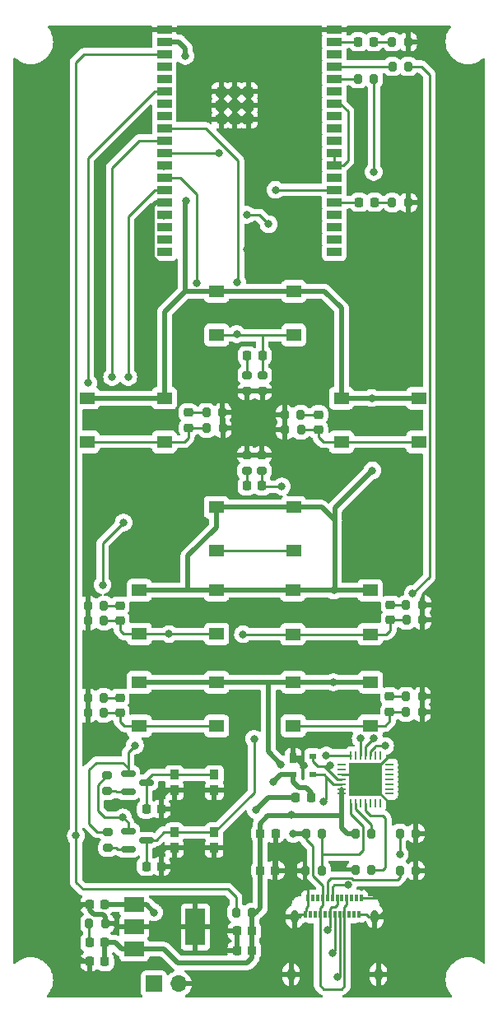
<source format=gtl>
G04 #@! TF.GenerationSoftware,KiCad,Pcbnew,6.0.2+dfsg-1*
G04 #@! TF.CreationDate,2024-03-31T18:10:35+09:00*
G04 #@! TF.ProjectId,remote_controller,72656d6f-7465-45f6-936f-6e74726f6c6c,rev?*
G04 #@! TF.SameCoordinates,Original*
G04 #@! TF.FileFunction,Copper,L1,Top*
G04 #@! TF.FilePolarity,Positive*
%FSLAX46Y46*%
G04 Gerber Fmt 4.6, Leading zero omitted, Abs format (unit mm)*
G04 Created by KiCad (PCBNEW 6.0.2+dfsg-1) date 2024-03-31 18:10:35*
%MOMM*%
%LPD*%
G01*
G04 APERTURE LIST*
G04 Aperture macros list*
%AMRoundRect*
0 Rectangle with rounded corners*
0 $1 Rounding radius*
0 $2 $3 $4 $5 $6 $7 $8 $9 X,Y pos of 4 corners*
0 Add a 4 corners polygon primitive as box body*
4,1,4,$2,$3,$4,$5,$6,$7,$8,$9,$2,$3,0*
0 Add four circle primitives for the rounded corners*
1,1,$1+$1,$2,$3*
1,1,$1+$1,$4,$5*
1,1,$1+$1,$6,$7*
1,1,$1+$1,$8,$9*
0 Add four rect primitives between the rounded corners*
20,1,$1+$1,$2,$3,$4,$5,0*
20,1,$1+$1,$4,$5,$6,$7,0*
20,1,$1+$1,$6,$7,$8,$9,0*
20,1,$1+$1,$8,$9,$2,$3,0*%
G04 Aperture macros list end*
G04 #@! TA.AperFunction,SMDPad,CuDef*
%ADD10RoundRect,0.200000X-0.200000X-0.275000X0.200000X-0.275000X0.200000X0.275000X-0.200000X0.275000X0*%
G04 #@! TD*
G04 #@! TA.AperFunction,SMDPad,CuDef*
%ADD11RoundRect,0.062500X-0.337500X-0.062500X0.337500X-0.062500X0.337500X0.062500X-0.337500X0.062500X0*%
G04 #@! TD*
G04 #@! TA.AperFunction,SMDPad,CuDef*
%ADD12RoundRect,0.062500X-0.062500X-0.337500X0.062500X-0.337500X0.062500X0.337500X-0.062500X0.337500X0*%
G04 #@! TD*
G04 #@! TA.AperFunction,SMDPad,CuDef*
%ADD13R,3.350000X3.350000*%
G04 #@! TD*
G04 #@! TA.AperFunction,SMDPad,CuDef*
%ADD14RoundRect,0.200000X0.200000X0.275000X-0.200000X0.275000X-0.200000X-0.275000X0.200000X-0.275000X0*%
G04 #@! TD*
G04 #@! TA.AperFunction,SMDPad,CuDef*
%ADD15RoundRect,0.218750X-0.256250X0.218750X-0.256250X-0.218750X0.256250X-0.218750X0.256250X0.218750X0*%
G04 #@! TD*
G04 #@! TA.AperFunction,SMDPad,CuDef*
%ADD16R,0.900000X1.000000*%
G04 #@! TD*
G04 #@! TA.AperFunction,SMDPad,CuDef*
%ADD17RoundRect,0.225000X0.225000X0.250000X-0.225000X0.250000X-0.225000X-0.250000X0.225000X-0.250000X0*%
G04 #@! TD*
G04 #@! TA.AperFunction,SMDPad,CuDef*
%ADD18R,1.550000X1.300000*%
G04 #@! TD*
G04 #@! TA.AperFunction,SMDPad,CuDef*
%ADD19R,2.000000X1.500000*%
G04 #@! TD*
G04 #@! TA.AperFunction,SMDPad,CuDef*
%ADD20R,2.000000X3.800000*%
G04 #@! TD*
G04 #@! TA.AperFunction,SMDPad,CuDef*
%ADD21R,0.700000X1.000000*%
G04 #@! TD*
G04 #@! TA.AperFunction,SMDPad,CuDef*
%ADD22R,0.700000X0.600000*%
G04 #@! TD*
G04 #@! TA.AperFunction,SMDPad,CuDef*
%ADD23RoundRect,0.200000X-0.275000X0.200000X-0.275000X-0.200000X0.275000X-0.200000X0.275000X0.200000X0*%
G04 #@! TD*
G04 #@! TA.AperFunction,SMDPad,CuDef*
%ADD24RoundRect,0.218750X0.218750X0.256250X-0.218750X0.256250X-0.218750X-0.256250X0.218750X-0.256250X0*%
G04 #@! TD*
G04 #@! TA.AperFunction,SMDPad,CuDef*
%ADD25RoundRect,0.200000X0.275000X-0.200000X0.275000X0.200000X-0.275000X0.200000X-0.275000X-0.200000X0*%
G04 #@! TD*
G04 #@! TA.AperFunction,SMDPad,CuDef*
%ADD26RoundRect,0.150000X-0.587500X-0.150000X0.587500X-0.150000X0.587500X0.150000X-0.587500X0.150000X0*%
G04 #@! TD*
G04 #@! TA.AperFunction,SMDPad,CuDef*
%ADD27RoundRect,0.225000X-0.225000X-0.250000X0.225000X-0.250000X0.225000X0.250000X-0.225000X0.250000X0*%
G04 #@! TD*
G04 #@! TA.AperFunction,SMDPad,CuDef*
%ADD28RoundRect,0.218750X-0.218750X-0.256250X0.218750X-0.256250X0.218750X0.256250X-0.218750X0.256250X0*%
G04 #@! TD*
G04 #@! TA.AperFunction,ComponentPad*
%ADD29R,1.700000X1.700000*%
G04 #@! TD*
G04 #@! TA.AperFunction,ComponentPad*
%ADD30O,1.700000X1.700000*%
G04 #@! TD*
G04 #@! TA.AperFunction,SMDPad,CuDef*
%ADD31R,0.300000X0.700000*%
G04 #@! TD*
G04 #@! TA.AperFunction,ComponentPad*
%ADD32O,0.800000X1.400000*%
G04 #@! TD*
G04 #@! TA.AperFunction,SMDPad,CuDef*
%ADD33R,1.500000X0.900000*%
G04 #@! TD*
G04 #@! TA.AperFunction,SMDPad,CuDef*
%ADD34R,0.900000X0.900000*%
G04 #@! TD*
G04 #@! TA.AperFunction,ComponentPad*
%ADD35C,0.300000*%
G04 #@! TD*
G04 #@! TA.AperFunction,ViaPad*
%ADD36C,0.800000*%
G04 #@! TD*
G04 #@! TA.AperFunction,Conductor*
%ADD37C,0.500000*%
G04 #@! TD*
G04 #@! TA.AperFunction,Conductor*
%ADD38C,0.250000*%
G04 #@! TD*
G04 APERTURE END LIST*
D10*
G04 #@! TO.P,R28,1*
G04 #@! TO.N,GND*
X108627500Y-69340000D03*
G04 #@! TO.P,R28,2*
G04 #@! TO.N,Net-(D11-Pad1)*
X110277500Y-69340000D03*
G04 #@! TD*
D11*
G04 #@! TO.P,U3,1,~{DCD}*
G04 #@! TO.N,unconnected-(U3-Pad1)*
X114490000Y-105360000D03*
G04 #@! TO.P,U3,2,~{RI}/CLK*
G04 #@! TO.N,unconnected-(U3-Pad2)*
X114490000Y-105860000D03*
G04 #@! TO.P,U3,3,GND*
G04 #@! TO.N,GND*
X114490000Y-106360000D03*
G04 #@! TO.P,U3,4,D+*
G04 #@! TO.N,USB_DP*
X114490000Y-106860000D03*
G04 #@! TO.P,U3,5,D-*
G04 #@! TO.N,USB_DN*
X114490000Y-107360000D03*
G04 #@! TO.P,U3,6,VDD*
G04 #@! TO.N,+3V3*
X114490000Y-107860000D03*
G04 #@! TO.P,U3,7,VREGIN*
X114490000Y-108360000D03*
D12*
G04 #@! TO.P,U3,8,VBUS*
G04 #@! TO.N,Net-(R5-Pad1)*
X115440000Y-109310000D03*
G04 #@! TO.P,U3,9,~{RST}*
G04 #@! TO.N,Net-(R11-Pad2)*
X115940000Y-109310000D03*
G04 #@! TO.P,U3,10,NC*
G04 #@! TO.N,unconnected-(U3-Pad10)*
X116440000Y-109310000D03*
G04 #@! TO.P,U3,11,~{SUSPEND}*
G04 #@! TO.N,Net-(R12-Pad1)*
X116940000Y-109310000D03*
G04 #@! TO.P,U3,12,SUSPEND*
G04 #@! TO.N,unconnected-(U3-Pad12)*
X117440000Y-109310000D03*
G04 #@! TO.P,U3,13,CHREN*
G04 #@! TO.N,unconnected-(U3-Pad13)*
X117940000Y-109310000D03*
G04 #@! TO.P,U3,14,CHR1*
G04 #@! TO.N,unconnected-(U3-Pad14)*
X118440000Y-109310000D03*
D11*
G04 #@! TO.P,U3,15,CHR0*
G04 #@! TO.N,unconnected-(U3-Pad15)*
X119390000Y-108360000D03*
G04 #@! TO.P,U3,16,~{WAKEUP}/GPIO.3*
G04 #@! TO.N,unconnected-(U3-Pad16)*
X119390000Y-107860000D03*
G04 #@! TO.P,U3,17,RS485/GPIO.2*
G04 #@! TO.N,unconnected-(U3-Pad17)*
X119390000Y-107360000D03*
G04 #@! TO.P,U3,18,~{RXT}/GPIO.1*
G04 #@! TO.N,unconnected-(U3-Pad18)*
X119390000Y-106860000D03*
G04 #@! TO.P,U3,19,~{TXT}/GPIO.0*
G04 #@! TO.N,unconnected-(U3-Pad19)*
X119390000Y-106360000D03*
G04 #@! TO.P,U3,20,GPIO.6*
G04 #@! TO.N,unconnected-(U3-Pad20)*
X119390000Y-105860000D03*
G04 #@! TO.P,U3,21,GPIO.5*
G04 #@! TO.N,unconnected-(U3-Pad21)*
X119390000Y-105360000D03*
D12*
G04 #@! TO.P,U3,22,GPIO.4*
G04 #@! TO.N,unconnected-(U3-Pad22)*
X118440000Y-104410000D03*
G04 #@! TO.P,U3,23,~{CTS}*
G04 #@! TO.N,unconnected-(U3-Pad23)*
X117940000Y-104410000D03*
G04 #@! TO.P,U3,24,~{RTS}*
G04 #@! TO.N,RTS*
X117440000Y-104410000D03*
G04 #@! TO.P,U3,25,RXD*
G04 #@! TO.N,Net-(R14-Pad1)*
X116940000Y-104410000D03*
G04 #@! TO.P,U3,26,TXD*
G04 #@! TO.N,Net-(R13-Pad1)*
X116440000Y-104410000D03*
G04 #@! TO.P,U3,27,~{DSR}*
G04 #@! TO.N,unconnected-(U3-Pad27)*
X115940000Y-104410000D03*
G04 #@! TO.P,U3,28,~{DTR}*
G04 #@! TO.N,DTR*
X115440000Y-104410000D03*
D13*
G04 #@! TO.P,U3,29,GND*
G04 #@! TO.N,GND*
X116940000Y-106860000D03*
G04 #@! TD*
D14*
G04 #@! TO.P,R29,1*
G04 #@! TO.N,GND*
X122780000Y-88912500D03*
G04 #@! TO.P,R29,2*
G04 #@! TO.N,Net-(D12-Pad1)*
X121130000Y-88912500D03*
G04 #@! TD*
D15*
G04 #@! TO.P,D13,1,K*
G04 #@! TO.N,Net-(D13-Pad1)*
X119440000Y-98362500D03*
G04 #@! TO.P,D13,2,A*
G04 #@! TO.N,option 2 switch*
X119440000Y-99937500D03*
G04 #@! TD*
D16*
G04 #@! TO.P,IO0,1,1*
G04 #@! TO.N,IO0*
X101380000Y-112330000D03*
X97280000Y-112330000D03*
G04 #@! TO.P,IO0,2,2*
G04 #@! TO.N,GND*
X101380000Y-113930000D03*
X97280000Y-113930000D03*
G04 #@! TD*
D17*
G04 #@! TO.P,C1,1*
G04 #@! TO.N,+BATT*
X90130000Y-119760000D03*
G04 #@! TO.P,C1,2*
G04 #@! TO.N,GND*
X88580000Y-119760000D03*
G04 #@! TD*
D18*
G04 #@! TO.P,OPT2,1,1*
G04 #@! TO.N,+3V3*
X117455000Y-96880000D03*
X109505000Y-96880000D03*
G04 #@! TO.P,OPT2,2,2*
G04 #@! TO.N,option 2 switch*
X117455000Y-101380000D03*
X109505000Y-101380000D03*
G04 #@! TD*
D14*
G04 #@! TO.P,R13,1*
G04 #@! TO.N,Net-(R13-Pad1)*
X117820000Y-34820000D03*
G04 #@! TO.P,R13,2*
G04 #@! TO.N,RXD0*
X116170000Y-34820000D03*
G04 #@! TD*
D17*
G04 #@! TO.P,C3,1*
G04 #@! TO.N,+3V3*
X105265000Y-124470000D03*
G04 #@! TO.P,C3,2*
G04 #@! TO.N,GND*
X103715000Y-124470000D03*
G04 #@! TD*
D14*
G04 #@! TO.P,R8,1*
G04 #@! TO.N,GND*
X121345000Y-47540000D03*
G04 #@! TO.P,R8,2*
G04 #@! TO.N,Net-(D4-Pad1)*
X119695000Y-47540000D03*
G04 #@! TD*
D15*
G04 #@! TO.P,D11,1,K*
G04 #@! TO.N,Net-(D11-Pad1)*
X112117500Y-69340000D03*
G04 #@! TO.P,D11,2,A*
G04 #@! TO.N,right switch*
X112117500Y-70915000D03*
G04 #@! TD*
D19*
G04 #@! TO.P,U1,1,IN*
G04 #@! TO.N,+BATT*
X93150000Y-119760000D03*
G04 #@! TO.P,U1,2,GND*
G04 #@! TO.N,GND*
X93150000Y-122060000D03*
D20*
X99450000Y-122060000D03*
D19*
G04 #@! TO.P,U1,3,OUT*
G04 #@! TO.N,+3V3*
X93150000Y-124360000D03*
G04 #@! TD*
D10*
G04 #@! TO.P,R21,1*
G04 #@! TO.N,GND*
X88400000Y-88992500D03*
G04 #@! TO.P,R21,2*
G04 #@! TO.N,Net-(D8-Pad1)*
X90050000Y-88992500D03*
G04 #@! TD*
D15*
G04 #@! TO.P,D9,1,K*
G04 #@! TO.N,Net-(D9-Pad1)*
X91690000Y-98475000D03*
G04 #@! TO.P,D9,2,A*
G04 #@! TO.N,option 1 switch*
X91690000Y-100050000D03*
G04 #@! TD*
D21*
G04 #@! TO.P,D2,1,A*
G04 #@! TO.N,GND*
X109510000Y-104690000D03*
D22*
G04 #@! TO.P,D2,2,K*
G04 #@! TO.N,VBUSa*
X109510000Y-106390000D03*
G04 #@! TO.P,D2,3,K*
G04 #@! TO.N,USB_DN*
X111510000Y-106390000D03*
G04 #@! TO.P,D2,4,K*
G04 #@! TO.N,USB_DP*
X111510000Y-104490000D03*
G04 #@! TD*
D14*
G04 #@! TO.P,R27,1*
G04 #@! TO.N,GND*
X102242500Y-69150000D03*
G04 #@! TO.P,R27,2*
G04 #@! TO.N,Net-(D10-Pad1)*
X100592500Y-69150000D03*
G04 #@! TD*
D18*
G04 #@! TO.P,CCW,1,1*
G04 #@! TO.N,+3V3*
X101625000Y-87420000D03*
X93675000Y-87420000D03*
G04 #@! TO.P,CCW,2,2*
G04 #@! TO.N,ccw switch*
X101625000Y-91920000D03*
X93675000Y-91920000D03*
G04 #@! TD*
D10*
G04 #@! TO.P,R22,1*
G04 #@! TO.N,GND*
X88380000Y-98480000D03*
G04 #@! TO.P,R22,2*
G04 #@! TO.N,Net-(D9-Pad1)*
X90030000Y-98480000D03*
G04 #@! TD*
G04 #@! TO.P,R24,1*
G04 #@! TO.N,GND*
X108652500Y-70930000D03*
G04 #@! TO.P,R24,2*
G04 #@! TO.N,right switch*
X110302500Y-70930000D03*
G04 #@! TD*
D23*
G04 #@! TO.P,R1,1*
G04 #@! TO.N,DTR*
X90400000Y-106445000D03*
G04 #@! TO.P,R1,2*
G04 #@! TO.N,Net-(Q1-Pad2)*
X90400000Y-108095000D03*
G04 #@! TD*
D18*
G04 #@! TO.P,OPT1,1,1*
G04 #@! TO.N,+3V3*
X93675000Y-96890000D03*
X101625000Y-96890000D03*
G04 #@! TO.P,OPT1,2,2*
G04 #@! TO.N,option 1 switch*
X101625000Y-101390000D03*
X93675000Y-101390000D03*
G04 #@! TD*
G04 #@! TO.P,DOWN,1,1*
G04 #@! TO.N,+3V3*
X101602500Y-78885000D03*
X109552500Y-78885000D03*
G04 #@! TO.P,DOWN,2,2*
G04 #@! TO.N,down switch*
X101602500Y-83385000D03*
X109552500Y-83385000D03*
G04 #@! TD*
D24*
G04 #@! TO.P,D3,1,K*
G04 #@! TO.N,Net-(D3-Pad1)*
X117785000Y-31000000D03*
G04 #@! TO.P,D3,2,A*
G04 #@! TO.N,Net-(D3-Pad2)*
X116210000Y-31000000D03*
G04 #@! TD*
D25*
G04 #@! TO.P,R15,1*
G04 #@! TO.N,GND*
X106340000Y-66955000D03*
G04 #@! TO.P,R15,2*
G04 #@! TO.N,upper switch*
X106340000Y-65305000D03*
G04 #@! TD*
D16*
G04 #@! TO.P,EN,1,1*
G04 #@! TO.N,EN*
X97287500Y-106410000D03*
X101387500Y-106410000D03*
G04 #@! TO.P,EN,2,2*
G04 #@! TO.N,GND*
X101387500Y-108010000D03*
X97287500Y-108010000D03*
G04 #@! TD*
D23*
G04 #@! TO.P,R16,1*
G04 #@! TO.N,GND*
X106317500Y-73490000D03*
G04 #@! TO.P,R16,2*
G04 #@! TO.N,down switch*
X106317500Y-75140000D03*
G04 #@! TD*
D14*
G04 #@! TO.P,R7,1*
G04 #@! TO.N,GND*
X121330000Y-31000000D03*
G04 #@! TO.P,R7,2*
G04 #@! TO.N,Net-(D3-Pad1)*
X119680000Y-31000000D03*
G04 #@! TD*
D18*
G04 #@! TO.P,RIGHT,1,1*
G04 #@! TO.N,+3V3*
X122417500Y-67670000D03*
X114467500Y-67670000D03*
G04 #@! TO.P,RIGHT,2,2*
G04 #@! TO.N,right switch*
X122417500Y-72170000D03*
X114467500Y-72170000D03*
G04 #@! TD*
D26*
G04 #@! TO.P,Q2,1,E*
G04 #@! TO.N,DTR*
X92522500Y-112180000D03*
G04 #@! TO.P,Q2,2,B*
G04 #@! TO.N,Net-(Q2-Pad2)*
X92522500Y-114080000D03*
G04 #@! TO.P,Q2,3,C*
G04 #@! TO.N,IO0*
X94397500Y-113130000D03*
G04 #@! TD*
D27*
G04 #@! TO.P,C7,1*
G04 #@! TO.N,+3V3*
X106120000Y-116240000D03*
G04 #@! TO.P,C7,2*
G04 #@! TO.N,GND*
X107670000Y-116240000D03*
G04 #@! TD*
G04 #@! TO.P,C5,1*
G04 #@! TO.N,EN*
X94400000Y-109930000D03*
G04 #@! TO.P,C5,2*
G04 #@! TO.N,GND*
X95950000Y-109930000D03*
G04 #@! TD*
G04 #@! TO.P,C8,1*
G04 #@! TO.N,+3V3*
X106130000Y-112440000D03*
G04 #@! TO.P,C8,2*
G04 #@! TO.N,GND*
X107680000Y-112440000D03*
G04 #@! TD*
D28*
G04 #@! TO.P,D6,1,K*
G04 #@! TO.N,Net-(D6-Pad1)*
X104760000Y-63290000D03*
G04 #@! TO.P,D6,2,A*
G04 #@! TO.N,upper switch*
X106335000Y-63290000D03*
G04 #@! TD*
D29*
G04 #@! TO.P,J1,1,Pin_1*
G04 #@! TO.N,+BATT*
X95190000Y-127920000D03*
D30*
G04 #@! TO.P,J1,2,Pin_2*
G04 #@! TO.N,GND*
X97730000Y-127920000D03*
G04 #@! TD*
D28*
G04 #@! TO.P,D7,1,K*
G04 #@! TO.N,Net-(D7-Pad1)*
X104742500Y-76695000D03*
G04 #@! TO.P,D7,2,A*
G04 #@! TO.N,down switch*
X106317500Y-76695000D03*
G04 #@! TD*
D14*
G04 #@! TO.P,R23,1*
G04 #@! TO.N,GND*
X102262500Y-70730000D03*
G04 #@! TO.P,R23,2*
G04 #@! TO.N,left switch*
X100612500Y-70730000D03*
G04 #@! TD*
D31*
G04 #@! TO.P,J2,A1,GND*
G04 #@! TO.N,GND*
X111030000Y-119100000D03*
G04 #@! TO.P,J2,A2*
G04 #@! TO.N,N/C*
X111530000Y-119100000D03*
G04 #@! TO.P,J2,A3*
X112030000Y-119100000D03*
G04 #@! TO.P,J2,A4,VBUS*
G04 #@! TO.N,VBUSa*
X112530000Y-119100000D03*
G04 #@! TO.P,J2,A5,CC1*
G04 #@! TO.N,Net-(J2-PadA5)*
X113030000Y-119100000D03*
G04 #@! TO.P,J2,A6,D+*
G04 #@! TO.N,USB_DP*
X113530000Y-119100000D03*
G04 #@! TO.P,J2,A7,D-*
G04 #@! TO.N,USB_DN*
X114030000Y-119100000D03*
G04 #@! TO.P,J2,A8,SBU1*
G04 #@! TO.N,unconnected-(J2-PadA8)*
X114530000Y-119100000D03*
G04 #@! TO.P,J2,A9,VBUS*
G04 #@! TO.N,VBUSa*
X115030000Y-119100000D03*
G04 #@! TO.P,J2,A10*
G04 #@! TO.N,N/C*
X115530000Y-119100000D03*
G04 #@! TO.P,J2,A11*
X116030000Y-119100000D03*
G04 #@! TO.P,J2,A12,GND*
G04 #@! TO.N,GND*
X116530000Y-119100000D03*
G04 #@! TO.P,J2,B1,GND*
X116280000Y-120800000D03*
G04 #@! TO.P,J2,B2*
G04 #@! TO.N,N/C*
X115780000Y-120800000D03*
G04 #@! TO.P,J2,B3*
X115280000Y-120800000D03*
G04 #@! TO.P,J2,B4,VBUS*
G04 #@! TO.N,VBUSa*
X114780000Y-120800000D03*
G04 #@! TO.P,J2,B5,CC2*
G04 #@! TO.N,Net-(J2-PadB5)*
X114280000Y-120800000D03*
G04 #@! TO.P,J2,B6,D+*
G04 #@! TO.N,USB_DP*
X113780000Y-120800000D03*
G04 #@! TO.P,J2,B7,D-*
G04 #@! TO.N,USB_DN*
X113280000Y-120800000D03*
G04 #@! TO.P,J2,B8,SBU2*
G04 #@! TO.N,unconnected-(J2-PadB8)*
X112780000Y-120800000D03*
G04 #@! TO.P,J2,B9,VBUS*
G04 #@! TO.N,VBUSa*
X112280000Y-120800000D03*
G04 #@! TO.P,J2,B10*
G04 #@! TO.N,N/C*
X111780000Y-120800000D03*
G04 #@! TO.P,J2,B11*
X111280000Y-120800000D03*
G04 #@! TO.P,J2,B12,GND*
G04 #@! TO.N,GND*
X110780000Y-120800000D03*
D32*
G04 #@! TO.P,J2,S1,SHIELD*
X109290000Y-126960000D03*
X118270000Y-126960000D03*
X109650000Y-121010000D03*
X117910000Y-121010000D03*
G04 #@! TD*
D10*
G04 #@! TO.P,R11,1*
G04 #@! TO.N,+3V3*
X115905000Y-112460000D03*
G04 #@! TO.P,R11,2*
G04 #@! TO.N,Net-(R11-Pad2)*
X117555000Y-112460000D03*
G04 #@! TD*
D23*
G04 #@! TO.P,R20,1*
G04 #@! TO.N,GND*
X104747500Y-73485000D03*
G04 #@! TO.P,R20,2*
G04 #@! TO.N,Net-(D7-Pad1)*
X104747500Y-75135000D03*
G04 #@! TD*
D14*
G04 #@! TO.P,R6,1*
G04 #@! TO.N,GND*
X122120000Y-112430000D03*
G04 #@! TO.P,R6,2*
G04 #@! TO.N,Net-(J2-PadB5)*
X120470000Y-112430000D03*
G04 #@! TD*
D10*
G04 #@! TO.P,R18,1*
G04 #@! TO.N,GND*
X88390000Y-100060000D03*
G04 #@! TO.P,R18,2*
G04 #@! TO.N,option 1 switch*
X90040000Y-100060000D03*
G04 #@! TD*
D18*
G04 #@! TO.P,UPPER,1,1*
G04 #@! TO.N,+3V3*
X101625000Y-56670000D03*
X109575000Y-56670000D03*
G04 #@! TO.P,UPPER,2,2*
G04 #@! TO.N,upper switch*
X109575000Y-61170000D03*
X101625000Y-61170000D03*
G04 #@! TD*
D15*
G04 #@! TO.P,D10,1,K*
G04 #@! TO.N,Net-(D10-Pad1)*
X98727500Y-69152500D03*
G04 #@! TO.P,D10,2,A*
G04 #@! TO.N,left switch*
X98727500Y-70727500D03*
G04 #@! TD*
D25*
G04 #@! TO.P,R19,1*
G04 #@! TO.N,GND*
X104770000Y-66955000D03*
G04 #@! TO.P,R19,2*
G04 #@! TO.N,Net-(D6-Pad1)*
X104770000Y-65305000D03*
G04 #@! TD*
D14*
G04 #@! TO.P,R5,1*
G04 #@! TO.N,Net-(R5-Pad1)*
X112465000Y-112470000D03*
G04 #@! TO.P,R5,2*
G04 #@! TO.N,VBUSa*
X110815000Y-112470000D03*
G04 #@! TD*
D26*
G04 #@! TO.P,Q1,1,E*
G04 #@! TO.N,RTS*
X92522500Y-106270000D03*
G04 #@! TO.P,Q1,2,B*
G04 #@! TO.N,Net-(Q1-Pad2)*
X92522500Y-108170000D03*
G04 #@! TO.P,Q1,3,C*
G04 #@! TO.N,EN*
X94397500Y-107220000D03*
G04 #@! TD*
D10*
G04 #@! TO.P,R4,1*
G04 #@! TO.N,EN*
X103635000Y-120560000D03*
G04 #@! TO.P,R4,2*
G04 #@! TO.N,+3V3*
X105285000Y-120560000D03*
G04 #@! TD*
D18*
G04 #@! TO.P,CW,1,1*
G04 #@! TO.N,+3V3*
X109475000Y-87440000D03*
X117425000Y-87440000D03*
G04 #@! TO.P,CW,2,2*
G04 #@! TO.N,cw switch*
X109475000Y-91940000D03*
X117425000Y-91940000D03*
G04 #@! TD*
D15*
G04 #@! TO.P,D12,1,K*
G04 #@! TO.N,Net-(D12-Pad1)*
X119500000Y-88915000D03*
G04 #@! TO.P,D12,2,A*
G04 #@! TO.N,cw switch*
X119500000Y-90490000D03*
G04 #@! TD*
D23*
G04 #@! TO.P,R2,1*
G04 #@! TO.N,RTS*
X90450000Y-112275000D03*
G04 #@! TO.P,R2,2*
G04 #@! TO.N,Net-(Q2-Pad2)*
X90450000Y-113925000D03*
G04 #@! TD*
D24*
G04 #@! TO.P,D4,1,K*
G04 #@! TO.N,Net-(D4-Pad1)*
X117870000Y-47510000D03*
G04 #@! TO.P,D4,2,A*
G04 #@! TO.N,Net-(D4-Pad2)*
X116295000Y-47510000D03*
G04 #@! TD*
D14*
G04 #@! TO.P,R25,1*
G04 #@! TO.N,GND*
X122805000Y-90492500D03*
G04 #@! TO.P,R25,2*
G04 #@! TO.N,cw switch*
X121155000Y-90492500D03*
G04 #@! TD*
D17*
G04 #@! TO.P,C2,1*
G04 #@! TO.N,+3V3*
X105270000Y-122480000D03*
G04 #@! TO.P,C2,2*
G04 #@! TO.N,GND*
X103720000Y-122480000D03*
G04 #@! TD*
D33*
G04 #@! TO.P,U2,1,GND*
G04 #@! TO.N,GND*
X96250000Y-29740000D03*
G04 #@! TO.P,U2,2,3V3*
G04 #@! TO.N,+3V3*
X96250000Y-31010000D03*
G04 #@! TO.P,U2,3,EN*
G04 #@! TO.N,EN*
X96250000Y-32280000D03*
G04 #@! TO.P,U2,4,SENSOR_VP*
G04 #@! TO.N,unconnected-(U2-Pad4)*
X96250000Y-33550000D03*
G04 #@! TO.P,U2,5,SENSOR_VN*
G04 #@! TO.N,unconnected-(U2-Pad5)*
X96250000Y-34820000D03*
G04 #@! TO.P,U2,6,IO34*
G04 #@! TO.N,left switch*
X96250000Y-36090000D03*
G04 #@! TO.P,U2,7,IO35*
G04 #@! TO.N,unconnected-(U2-Pad7)*
X96250000Y-37360000D03*
G04 #@! TO.P,U2,8,IO32*
G04 #@! TO.N,unconnected-(U2-Pad8)*
X96250000Y-38630000D03*
G04 #@! TO.P,U2,9,IO33*
G04 #@! TO.N,upper switch*
X96250000Y-39900000D03*
G04 #@! TO.P,U2,10,IO25*
G04 #@! TO.N,down switch*
X96250000Y-41170000D03*
G04 #@! TO.P,U2,11,IO26*
G04 #@! TO.N,right switch*
X96250000Y-42440000D03*
G04 #@! TO.P,U2,12,IO27*
G04 #@! TO.N,ccw switch*
X96250000Y-43710000D03*
G04 #@! TO.P,U2,13,IO14*
G04 #@! TO.N,cw switch*
X96250000Y-44980000D03*
G04 #@! TO.P,U2,14,IO12*
G04 #@! TO.N,option 1 switch*
X96250000Y-46250000D03*
G04 #@! TO.P,U2,15,GND*
G04 #@! TO.N,GND*
X96250000Y-47520000D03*
G04 #@! TO.P,U2,16,IO13*
G04 #@! TO.N,option 2 switch*
X96250000Y-48790000D03*
G04 #@! TO.P,U2,17,SHD/SD2*
G04 #@! TO.N,unconnected-(U2-Pad17)*
X96250000Y-50060000D03*
G04 #@! TO.P,U2,18,SWP/SD3*
G04 #@! TO.N,unconnected-(U2-Pad18)*
X96250000Y-51330000D03*
G04 #@! TO.P,U2,19,SCS/CMD*
G04 #@! TO.N,unconnected-(U2-Pad19)*
X96250000Y-52600000D03*
G04 #@! TO.P,U2,20,SCK/CLK*
G04 #@! TO.N,unconnected-(U2-Pad20)*
X113750000Y-52600000D03*
G04 #@! TO.P,U2,21,SDO/SD0*
G04 #@! TO.N,unconnected-(U2-Pad21)*
X113750000Y-51330000D03*
G04 #@! TO.P,U2,22,SDI/SD1*
G04 #@! TO.N,unconnected-(U2-Pad22)*
X113750000Y-50060000D03*
G04 #@! TO.P,U2,23,IO15*
G04 #@! TO.N,unconnected-(U2-Pad23)*
X113750000Y-48790000D03*
G04 #@! TO.P,U2,24,IO2*
G04 #@! TO.N,Net-(D4-Pad2)*
X113750000Y-47520000D03*
G04 #@! TO.P,U2,25,IO0*
G04 #@! TO.N,IO0*
X113750000Y-46250000D03*
G04 #@! TO.P,U2,26,IO4*
G04 #@! TO.N,unconnected-(U2-Pad26)*
X113750000Y-44980000D03*
G04 #@! TO.P,U2,27,NC*
G04 #@! TO.N,Net-(U2-Pad27)*
X113750000Y-43710000D03*
G04 #@! TO.P,U2,28,NC*
X113750000Y-42440000D03*
G04 #@! TO.P,U2,29,IO5*
G04 #@! TO.N,unconnected-(U2-Pad29)*
X113750000Y-41170000D03*
G04 #@! TO.P,U2,30,IO18*
G04 #@! TO.N,unconnected-(U2-Pad30)*
X113750000Y-39900000D03*
G04 #@! TO.P,U2,31,IO19*
G04 #@! TO.N,unconnected-(U2-Pad31)*
X113750000Y-38630000D03*
G04 #@! TO.P,U2,32,NC*
G04 #@! TO.N,Net-(U2-Pad27)*
X113750000Y-37360000D03*
G04 #@! TO.P,U2,33,IO21*
G04 #@! TO.N,unconnected-(U2-Pad33)*
X113750000Y-36090000D03*
G04 #@! TO.P,U2,34,RXD0*
G04 #@! TO.N,RXD0*
X113750000Y-34820000D03*
G04 #@! TO.P,U2,35,TXD0*
G04 #@! TO.N,TXD0*
X113750000Y-33550000D03*
G04 #@! TO.P,U2,36,IO22*
G04 #@! TO.N,unconnected-(U2-Pad36)*
X113750000Y-32280000D03*
G04 #@! TO.P,U2,37,IO23*
G04 #@! TO.N,Net-(D3-Pad2)*
X113750000Y-31010000D03*
G04 #@! TO.P,U2,38,GND*
G04 #@! TO.N,GND*
X113750000Y-29740000D03*
D34*
G04 #@! TO.P,U2,39,GND*
X102100000Y-37540000D03*
G04 #@! TO.P,U2,40,GND*
X103500000Y-37540000D03*
G04 #@! TO.P,U2,41,GND*
X104900000Y-37540000D03*
G04 #@! TO.P,U2,42,GND*
X102100000Y-36140000D03*
G04 #@! TO.P,U2,43,GND*
X103500000Y-36140000D03*
G04 #@! TO.P,U2,44,GND*
X104900000Y-36140000D03*
G04 #@! TO.P,U2,45,GND*
X102100000Y-38940000D03*
G04 #@! TO.P,U2,46,GND*
X103500000Y-38940000D03*
G04 #@! TO.P,U2,47,GND*
X104900000Y-38940000D03*
D35*
G04 #@! TO.P,U2,48,GND*
X104900000Y-36840000D03*
G04 #@! TO.P,U2,49,GND*
X103500000Y-36840000D03*
G04 #@! TO.P,U2,50,GND*
X102100000Y-36840000D03*
G04 #@! TO.P,U2,51,GND*
X102100000Y-38240000D03*
G04 #@! TO.P,U2,52,GND*
X103500000Y-38240000D03*
G04 #@! TO.P,U2,53,GND*
X104900000Y-38240000D03*
G04 #@! TO.P,U2,54,GND*
X104200000Y-36140000D03*
G04 #@! TO.P,U2,55,GND*
X102800000Y-36140000D03*
G04 #@! TO.P,U2,56,GND*
X104200000Y-37540000D03*
G04 #@! TO.P,U2,57,GND*
X102800000Y-37540000D03*
G04 #@! TO.P,U2,58,GND*
X102800000Y-38940000D03*
G04 #@! TO.P,U2,59,GND*
X104200000Y-38940000D03*
G04 #@! TD*
D18*
G04 #@! TO.P,LEFT,1,1*
G04 #@! TO.N,+3V3*
X88312500Y-67660000D03*
X96262500Y-67660000D03*
G04 #@! TO.P,LEFT,2,2*
G04 #@! TO.N,left switch*
X88312500Y-72160000D03*
X96262500Y-72160000D03*
G04 #@! TD*
D14*
G04 #@! TO.P,R26,1*
G04 #@! TO.N,GND*
X122750000Y-99940000D03*
G04 #@! TO.P,R26,2*
G04 #@! TO.N,option 2 switch*
X121100000Y-99940000D03*
G04 #@! TD*
D28*
G04 #@! TO.P,D1,1,K*
G04 #@! TO.N,Net-(D1-Pad1)*
X88562500Y-123660000D03*
G04 #@! TO.P,D1,2,A*
G04 #@! TO.N,+3V3*
X90137500Y-123660000D03*
G04 #@! TD*
D27*
G04 #@! TO.P,C6,1*
G04 #@! TO.N,IO0*
X94390000Y-115830000D03*
G04 #@! TO.P,C6,2*
G04 #@! TO.N,GND*
X95940000Y-115830000D03*
G04 #@! TD*
D10*
G04 #@! TO.P,R9,1*
G04 #@! TO.N,GND*
X110800000Y-116240000D03*
G04 #@! TO.P,R9,2*
G04 #@! TO.N,Net-(R5-Pad1)*
X112450000Y-116240000D03*
G04 #@! TD*
G04 #@! TO.P,R17,1*
G04 #@! TO.N,GND*
X88410000Y-90562500D03*
G04 #@! TO.P,R17,2*
G04 #@! TO.N,ccw switch*
X90060000Y-90562500D03*
G04 #@! TD*
D14*
G04 #@! TO.P,R30,1*
G04 #@! TO.N,GND*
X122750000Y-98360000D03*
G04 #@! TO.P,R30,2*
G04 #@! TO.N,Net-(D13-Pad1)*
X121100000Y-98360000D03*
G04 #@! TD*
D28*
G04 #@! TO.P,D5,1,K*
G04 #@! TO.N,+BATT*
X109782500Y-108770000D03*
G04 #@! TO.P,D5,2,A*
G04 #@! TO.N,VBUSa*
X111357500Y-108770000D03*
G04 #@! TD*
D14*
G04 #@! TO.P,R3,1*
G04 #@! TO.N,GND*
X90180000Y-121700000D03*
G04 #@! TO.P,R3,2*
G04 #@! TO.N,Net-(D1-Pad1)*
X88530000Y-121700000D03*
G04 #@! TD*
G04 #@! TO.P,R14,1*
G04 #@! TO.N,Net-(R14-Pad1)*
X121350000Y-33550000D03*
G04 #@! TO.P,R14,2*
G04 #@! TO.N,TXD0*
X119700000Y-33550000D03*
G04 #@! TD*
D15*
G04 #@! TO.P,D8,1,K*
G04 #@! TO.N,Net-(D8-Pad1)*
X91690000Y-89002500D03*
G04 #@! TO.P,D8,2,A*
G04 #@! TO.N,ccw switch*
X91690000Y-90577500D03*
G04 #@! TD*
D14*
G04 #@! TO.P,R10,1*
G04 #@! TO.N,GND*
X122135000Y-116270000D03*
G04 #@! TO.P,R10,2*
G04 #@! TO.N,Net-(J2-PadA5)*
X120485000Y-116270000D03*
G04 #@! TD*
D17*
G04 #@! TO.P,C4,1*
G04 #@! TO.N,+3V3*
X90130000Y-125620000D03*
G04 #@! TO.P,C4,2*
G04 #@! TO.N,GND*
X88580000Y-125620000D03*
G04 #@! TD*
D14*
G04 #@! TO.P,R12,1*
G04 #@! TO.N,Net-(R12-Pad1)*
X117565000Y-116220000D03*
G04 #@! TO.P,R12,2*
G04 #@! TO.N,GND*
X115915000Y-116220000D03*
G04 #@! TD*
D36*
G04 #@! TO.N,+BATT*
X105680000Y-110040000D03*
X95190000Y-120560000D03*
G04 #@! TO.N,GND*
X97010000Y-54590000D03*
X119080000Y-119120000D03*
X115920000Y-116190000D03*
X110570000Y-105470000D03*
X107660000Y-114120000D03*
X101387500Y-108010000D03*
X102970000Y-58160000D03*
X114170000Y-115710000D03*
X104740000Y-52340000D03*
X108920000Y-114550000D03*
X104120000Y-111750000D03*
G04 #@! TO.N,+3V3*
X98410000Y-32450000D03*
X113700000Y-87430000D03*
X117590000Y-67650000D03*
X108260000Y-105330000D03*
X109310000Y-110520000D03*
X98450000Y-47380000D03*
X117650000Y-75100000D03*
X113640000Y-96880000D03*
G04 #@! TO.N,EN*
X94390000Y-109870000D03*
X87160000Y-112680000D03*
G04 #@! TO.N,IO0*
X105480000Y-102715500D03*
X107700000Y-46230000D03*
G04 #@! TO.N,VBUSa*
X109530000Y-112490000D03*
X107460000Y-107100000D03*
G04 #@! TO.N,USB_DN*
X112610000Y-109150000D03*
X113040000Y-122355500D03*
G04 #@! TO.N,USB_DP*
X115170000Y-117730000D03*
X113300000Y-105470000D03*
X113521098Y-124773731D03*
G04 #@! TO.N,upper switch*
X103710000Y-61060000D03*
X103750000Y-55730000D03*
G04 #@! TO.N,down switch*
X108350000Y-76750000D03*
X101480000Y-83400000D03*
X109552500Y-83385000D03*
X90880000Y-65490000D03*
G04 #@! TO.N,ccw switch*
X96170000Y-43790000D03*
X96750000Y-91920000D03*
G04 #@! TO.N,option 1 switch*
X92060000Y-80450000D03*
X92550000Y-65490000D03*
X89897701Y-86877701D03*
X90040000Y-100100000D03*
G04 #@! TO.N,left switch*
X88300000Y-72140000D03*
X88410000Y-66100000D03*
G04 #@! TO.N,right switch*
X101880000Y-42430000D03*
X110302500Y-70930000D03*
G04 #@! TO.N,cw switch*
X99560000Y-55820500D03*
X104340000Y-91940000D03*
G04 #@! TO.N,option 2 switch*
X104755500Y-48800000D03*
X109505000Y-101380000D03*
X96180000Y-48850000D03*
X106980000Y-49770000D03*
G04 #@! TO.N,Net-(J2-PadB5)*
X120470000Y-114590000D03*
X114055500Y-127220000D03*
G04 #@! TO.N,RTS*
X118970000Y-103440000D03*
X93230000Y-103370000D03*
G04 #@! TO.N,DTR*
X112920000Y-104420000D03*
X91990000Y-110790000D03*
G04 #@! TO.N,Net-(R13-Pad1)*
X116450000Y-102670000D03*
X117790000Y-44390000D03*
G04 #@! TO.N,Net-(R14-Pad1)*
X117800000Y-102629502D03*
X121810000Y-87770000D03*
G04 #@! TD*
D37*
G04 #@! TO.N,+BATT*
X90130000Y-119760000D02*
X93150000Y-119760000D01*
X106970000Y-108750000D02*
X109762500Y-108750000D01*
X94390000Y-119760000D02*
X95190000Y-120560000D01*
X105680000Y-110040000D02*
X106970000Y-108750000D01*
X109762500Y-108750000D02*
X109782500Y-108770000D01*
X93150000Y-119760000D02*
X94330000Y-119760000D01*
X94330000Y-119760000D02*
X94390000Y-119760000D01*
D38*
G04 #@! TO.N,GND*
X116440000Y-106360000D02*
X116940000Y-106860000D01*
D37*
X104770000Y-66955000D02*
X106340000Y-66955000D01*
X95420978Y-47520000D02*
X95050489Y-47890489D01*
D38*
X110800000Y-116240000D02*
X110800000Y-117900000D01*
D37*
X97280000Y-113930000D02*
X101380000Y-113930000D01*
X109650000Y-121010000D02*
X109650000Y-123940000D01*
X108652500Y-70930000D02*
X106717500Y-70930000D01*
D38*
X111030000Y-119900978D02*
X110810000Y-120120978D01*
X119952672Y-109870000D02*
X121640000Y-109870000D01*
D37*
X117910000Y-123820000D02*
X118270000Y-124180000D01*
X108627500Y-70905000D02*
X108652500Y-70930000D01*
X107680000Y-112440000D02*
X107680000Y-116230000D01*
X121330000Y-30130000D02*
X121330000Y-31000000D01*
X106340000Y-66955000D02*
X106340000Y-68722500D01*
X109650000Y-123940000D02*
X109290000Y-124300000D01*
X105720000Y-29740000D02*
X104900000Y-30560000D01*
X104747500Y-73485000D02*
X106312500Y-73485000D01*
X95950000Y-108670000D02*
X95950000Y-109930000D01*
D38*
X111030000Y-118130000D02*
X111030000Y-119100000D01*
D37*
X96250000Y-47520000D02*
X95420978Y-47520000D01*
X88580000Y-119760000D02*
X88580000Y-120320000D01*
D38*
X117050000Y-120800000D02*
X117260000Y-121010000D01*
D37*
X120940000Y-29740000D02*
X121330000Y-30130000D01*
X104770000Y-68637500D02*
X104257500Y-69150000D01*
X109790000Y-104690000D02*
X110570000Y-105470000D01*
X104900000Y-36140000D02*
X104900000Y-38940000D01*
X104257500Y-69150000D02*
X102242500Y-69150000D01*
X102100000Y-38940000D02*
X104900000Y-38940000D01*
X91490000Y-122060000D02*
X93150000Y-122060000D01*
X118570000Y-121010000D02*
X119169520Y-120410480D01*
X88410000Y-98450000D02*
X88380000Y-98480000D01*
X96400000Y-54590000D02*
X97010000Y-54590000D01*
X103720000Y-122480000D02*
X102340000Y-122480000D01*
X87300000Y-125050000D02*
X87870000Y-125620000D01*
X88580000Y-120320000D02*
X89030000Y-120770000D01*
X109290000Y-124300000D02*
X109290000Y-126960000D01*
X93150000Y-122060000D02*
X99450000Y-122060000D01*
X97287500Y-108010000D02*
X96610000Y-108010000D01*
X97280000Y-113930000D02*
X96390000Y-113930000D01*
X102242500Y-69150000D02*
X102242500Y-70710000D01*
X88400000Y-90552500D02*
X88410000Y-90562500D01*
D38*
X110800000Y-117900000D02*
X111030000Y-118130000D01*
X116942672Y-106860000D02*
X119952672Y-109870000D01*
D37*
X122120000Y-116255000D02*
X122135000Y-116270000D01*
X122805000Y-90492500D02*
X122805000Y-98305000D01*
X102100000Y-36140000D02*
X104900000Y-36140000D01*
X96250000Y-29740000D02*
X101210000Y-29740000D01*
X102340000Y-122480000D02*
X101920000Y-122060000D01*
X91130000Y-121700000D02*
X91490000Y-122060000D01*
X117910000Y-121010000D02*
X117910000Y-123820000D01*
X90180000Y-121000000D02*
X90180000Y-121700000D01*
D38*
X110160000Y-121010000D02*
X110370000Y-120800000D01*
D37*
X89950000Y-120770000D02*
X90180000Y-121000000D01*
X88410000Y-90562500D02*
X88410000Y-98450000D01*
D38*
X119169520Y-119060480D02*
X121369520Y-119060480D01*
X111030000Y-119100000D02*
X111030000Y-119900978D01*
X116280000Y-120800000D02*
X117050000Y-120800000D01*
D37*
X103720000Y-122480000D02*
X103720000Y-124465000D01*
X122780000Y-90467500D02*
X122805000Y-90492500D01*
X115915000Y-116220000D02*
X115915000Y-116195000D01*
X102100000Y-30630000D02*
X102100000Y-36140000D01*
X117910000Y-121010000D02*
X118570000Y-121010000D01*
X115915000Y-116195000D02*
X115920000Y-116190000D01*
X106317500Y-71330000D02*
X106317500Y-73490000D01*
D38*
X110810000Y-120120978D02*
X110810000Y-120390000D01*
D37*
X106312500Y-73485000D02*
X106317500Y-73490000D01*
X88380000Y-100050000D02*
X88390000Y-100060000D01*
X122750000Y-98360000D02*
X122750000Y-99940000D01*
X107670000Y-116240000D02*
X110800000Y-116240000D01*
X119169520Y-120410480D02*
X119169520Y-119060480D01*
X88580000Y-119760000D02*
X87800000Y-119760000D01*
X95050489Y-53240489D02*
X96400000Y-54590000D01*
X89030000Y-120770000D02*
X89950000Y-120770000D01*
X118270000Y-124180000D02*
X118270000Y-126960000D01*
X113750000Y-29740000D02*
X120940000Y-29740000D01*
D38*
X116940000Y-106860000D02*
X116942672Y-106860000D01*
X122135000Y-118295000D02*
X122135000Y-116270000D01*
D37*
X122780000Y-88912500D02*
X122780000Y-90467500D01*
X102100000Y-36140000D02*
X102100000Y-38940000D01*
D38*
X121369520Y-119060480D02*
X122135000Y-118295000D01*
D37*
X104900000Y-30560000D02*
X104900000Y-36140000D01*
X87870000Y-125620000D02*
X88580000Y-125620000D01*
X122120000Y-112430000D02*
X122120000Y-116255000D01*
X106717500Y-70930000D02*
X106317500Y-71330000D01*
X107680000Y-116230000D02*
X107670000Y-116240000D01*
X95940000Y-114380000D02*
X95940000Y-115830000D01*
X101210000Y-29740000D02*
X102100000Y-30630000D01*
D38*
X116569520Y-119060480D02*
X119169520Y-119060480D01*
D37*
X109510000Y-104690000D02*
X109790000Y-104690000D01*
D38*
X116530000Y-119100000D02*
X116569520Y-119060480D01*
D37*
X104770000Y-66955000D02*
X104770000Y-68637500D01*
X113750000Y-29740000D02*
X105720000Y-29740000D01*
X88400000Y-88992500D02*
X88400000Y-90552500D01*
X102100000Y-37540000D02*
X104900000Y-37540000D01*
X87800000Y-119760000D02*
X87300000Y-120260000D01*
X90180000Y-121700000D02*
X91130000Y-121700000D01*
D38*
X109650000Y-121010000D02*
X110160000Y-121010000D01*
X114490000Y-106360000D02*
X116440000Y-106360000D01*
X110370000Y-120800000D02*
X110780000Y-120800000D01*
D37*
X122805000Y-98305000D02*
X122750000Y-98360000D01*
X101920000Y-122060000D02*
X99450000Y-122060000D01*
X97287500Y-108010000D02*
X101387500Y-108010000D01*
X95050489Y-47890489D02*
X95050489Y-53240489D01*
D38*
X122750000Y-101050000D02*
X116940000Y-106860000D01*
X117260000Y-121010000D02*
X117910000Y-121010000D01*
D37*
X108627500Y-69340000D02*
X108627500Y-70905000D01*
D38*
X121640000Y-109870000D02*
X122120000Y-110350000D01*
D37*
X88380000Y-98480000D02*
X88380000Y-100050000D01*
X106957500Y-69340000D02*
X108627500Y-69340000D01*
X103720000Y-124465000D02*
X103715000Y-124470000D01*
X102242500Y-70710000D02*
X102262500Y-70730000D01*
X87300000Y-120260000D02*
X87300000Y-125050000D01*
X103500000Y-36140000D02*
X103500000Y-38940000D01*
D38*
X122120000Y-110350000D02*
X122120000Y-112430000D01*
D37*
X106340000Y-68722500D02*
X106957500Y-69340000D01*
X96390000Y-113930000D02*
X95940000Y-114380000D01*
X96610000Y-108010000D02*
X95950000Y-108670000D01*
D38*
X122750000Y-99940000D02*
X122750000Y-101050000D01*
D37*
G04 #@! TO.N,+3V3*
X98390000Y-47440000D02*
X98450000Y-47380000D01*
X96230000Y-124360000D02*
X97600000Y-125730000D01*
X93675000Y-96890000D02*
X101625000Y-96890000D01*
X109505000Y-96880000D02*
X117455000Y-96880000D01*
X98390000Y-56670000D02*
X98390000Y-47440000D01*
X97760000Y-31010000D02*
X96250000Y-31010000D01*
X113770000Y-80240000D02*
X113770000Y-78980000D01*
X101625000Y-56670000D02*
X109575000Y-56670000D01*
X113770000Y-80240000D02*
X112415000Y-78885000D01*
X114490000Y-108360000D02*
X114490000Y-107934520D01*
X88312500Y-67660000D02*
X96262500Y-67660000D01*
X93675000Y-87420000D02*
X98680000Y-87420000D01*
X114490000Y-111870000D02*
X115080000Y-112460000D01*
X98680000Y-83880000D02*
X98680000Y-87420000D01*
X106130000Y-112440000D02*
X106130000Y-111420000D01*
X101602500Y-80957500D02*
X98680000Y-83880000D01*
X114490000Y-110640000D02*
X114490000Y-111870000D01*
X105270000Y-122480000D02*
X105270000Y-124465000D01*
X109575000Y-56670000D02*
X112730000Y-56670000D01*
X106130000Y-111420000D02*
X106910000Y-110640000D01*
X113770000Y-87440000D02*
X117425000Y-87440000D01*
X101602500Y-78885000D02*
X101602500Y-80957500D01*
X109475000Y-87440000D02*
X113770000Y-87440000D01*
X114467500Y-58407500D02*
X114467500Y-67670000D01*
X112415000Y-78885000D02*
X109552500Y-78885000D01*
X101625000Y-56670000D02*
X98390000Y-56670000D01*
X96262500Y-58797500D02*
X96262500Y-67660000D01*
X101602500Y-78885000D02*
X109552500Y-78885000D01*
X104760000Y-125730000D02*
X105265000Y-125225000D01*
X98390000Y-56670000D02*
X96262500Y-58797500D01*
X109495000Y-96890000D02*
X109505000Y-96880000D01*
X98410000Y-31660000D02*
X97760000Y-31010000D01*
X106130000Y-116230000D02*
X106120000Y-116240000D01*
X105270000Y-124465000D02*
X105265000Y-124470000D01*
X112730000Y-56670000D02*
X114467500Y-58407500D01*
X106120000Y-116240000D02*
X106120000Y-120090000D01*
X91170000Y-123660000D02*
X91870000Y-124360000D01*
X97600000Y-125730000D02*
X104760000Y-125730000D01*
X105270000Y-120575000D02*
X105285000Y-120560000D01*
X101625000Y-87420000D02*
X109455000Y-87420000D01*
X106910000Y-110640000D02*
X114490000Y-110640000D01*
X113770000Y-87440000D02*
X113770000Y-80240000D01*
X101625000Y-96890000D02*
X106960000Y-96890000D01*
X109455000Y-87420000D02*
X109475000Y-87440000D01*
X114467500Y-67670000D02*
X122417500Y-67670000D01*
X105650000Y-120560000D02*
X105285000Y-120560000D01*
X106120000Y-120090000D02*
X105650000Y-120560000D01*
X90137500Y-123660000D02*
X90137500Y-125612500D01*
X106960000Y-104030000D02*
X108260000Y-105330000D01*
X113770000Y-78980000D02*
X117650000Y-75100000D01*
X105270000Y-122480000D02*
X105270000Y-120575000D01*
X98680000Y-87420000D02*
X101625000Y-87420000D01*
X90137500Y-125612500D02*
X90130000Y-125620000D01*
X115080000Y-112460000D02*
X115905000Y-112460000D01*
X98410000Y-32450000D02*
X98410000Y-31660000D01*
X90137500Y-123660000D02*
X91170000Y-123660000D01*
X106130000Y-112440000D02*
X106130000Y-116230000D01*
X105265000Y-125225000D02*
X105265000Y-124470000D01*
X106960000Y-96890000D02*
X109495000Y-96890000D01*
X93150000Y-124360000D02*
X96230000Y-124360000D01*
X114490000Y-108360000D02*
X114490000Y-110640000D01*
X91870000Y-124360000D02*
X93150000Y-124360000D01*
X106960000Y-96890000D02*
X106960000Y-104030000D01*
D38*
G04 #@! TO.N,EN*
X94397500Y-107002500D02*
X94990000Y-106410000D01*
X94990000Y-106410000D02*
X97287500Y-106410000D01*
X102790000Y-118180000D02*
X87880000Y-118180000D01*
X94397500Y-107220000D02*
X94397500Y-109927500D01*
X103635000Y-119025000D02*
X102790000Y-118180000D01*
X87880000Y-118180000D02*
X87160000Y-117460000D01*
X97287500Y-106410000D02*
X101387500Y-106410000D01*
X87160000Y-33110000D02*
X87990000Y-32280000D01*
X94397500Y-107220000D02*
X94397500Y-107002500D01*
X87160000Y-117460000D02*
X87160000Y-33110000D01*
X103635000Y-120560000D02*
X103635000Y-119025000D01*
X94397500Y-109927500D02*
X94400000Y-109930000D01*
X87990000Y-32280000D02*
X96250000Y-32280000D01*
G04 #@! TO.N,IO0*
X95400000Y-113130000D02*
X96200000Y-112330000D01*
X107700000Y-46230000D02*
X107720000Y-46250000D01*
X94397500Y-113130000D02*
X95400000Y-113130000D01*
X96200000Y-112330000D02*
X97280000Y-112330000D01*
X97280000Y-112330000D02*
X101380000Y-112330000D01*
X107720000Y-46250000D02*
X113750000Y-46250000D01*
X105480000Y-108230000D02*
X105480000Y-102715500D01*
X101380000Y-112330000D02*
X105480000Y-108230000D01*
X94397500Y-115822500D02*
X94390000Y-115830000D01*
X94397500Y-113130000D02*
X94397500Y-115822500D01*
G04 #@! TO.N,Net-(D1-Pad1)*
X88530000Y-121700000D02*
X88530000Y-123627500D01*
X88530000Y-123627500D02*
X88562500Y-123660000D01*
D37*
G04 #@! TO.N,VBUSa*
X107460000Y-107100000D02*
X108210000Y-106350000D01*
D38*
X114780000Y-128160000D02*
X114490000Y-128450000D01*
X112530000Y-119800000D02*
X112280000Y-120050000D01*
X114780000Y-120800000D02*
X114780000Y-128160000D01*
D37*
X111357500Y-108197500D02*
X111357500Y-108770000D01*
X109510000Y-106390000D02*
X109510000Y-107110000D01*
D38*
X114780000Y-119999022D02*
X114780000Y-120800000D01*
X112280000Y-128080000D02*
X112280000Y-120800000D01*
D37*
X109510000Y-107110000D02*
X110100000Y-107700000D01*
X108250000Y-106390000D02*
X109510000Y-106390000D01*
X110860000Y-107700000D02*
X111357500Y-108197500D01*
D38*
X110815000Y-113065000D02*
X111524520Y-113774520D01*
X115030000Y-119100000D02*
X115030000Y-119749022D01*
D37*
X110815000Y-112470000D02*
X109550000Y-112470000D01*
X108210000Y-106350000D02*
X108250000Y-106390000D01*
D38*
X112280000Y-120050000D02*
X112280000Y-120800000D01*
X112650000Y-128450000D02*
X112280000Y-128080000D01*
X115030000Y-119749022D02*
X114780000Y-119999022D01*
X111524520Y-113774520D02*
X111524520Y-116784520D01*
X111524520Y-116784520D02*
X112530000Y-117790000D01*
X112530000Y-117790000D02*
X112530000Y-119100000D01*
D37*
X109550000Y-112470000D02*
X109530000Y-112490000D01*
D38*
X112530000Y-119100000D02*
X112530000Y-119800000D01*
X114490000Y-128450000D02*
X112650000Y-128450000D01*
X110815000Y-112470000D02*
X110815000Y-113065000D01*
D37*
X110100000Y-107700000D02*
X110860000Y-107700000D01*
D38*
G04 #@! TO.N,USB_DN*
X113280000Y-120800000D02*
X113280000Y-122115500D01*
X113789022Y-119990000D02*
X114030000Y-119749022D01*
X112690000Y-106390000D02*
X111510000Y-106390000D01*
X112910000Y-108850000D02*
X112910000Y-106610000D01*
X112910000Y-106610000D02*
X112690000Y-106390000D01*
X113490000Y-119990000D02*
X113789022Y-119990000D01*
X113280000Y-120200000D02*
X113490000Y-119990000D01*
X113280000Y-122115500D02*
X113040000Y-122355500D01*
X114490000Y-107360000D02*
X113660000Y-107360000D01*
X113660000Y-107360000D02*
X112910000Y-106610000D01*
X112610000Y-109150000D02*
X112910000Y-108850000D01*
X113280000Y-120800000D02*
X113280000Y-120200000D01*
X114030000Y-119749022D02*
X114030000Y-119100000D01*
G04 #@! TO.N,USB_DP*
X114490000Y-106860000D02*
X114042672Y-106860000D01*
X113280000Y-105490000D02*
X112672672Y-105490000D01*
X114042672Y-106860000D02*
X112672672Y-105490000D01*
X112010000Y-105490000D02*
X111510000Y-104990000D01*
X113780000Y-124514829D02*
X113521098Y-124773731D01*
X113780000Y-120800000D02*
X113780000Y-124514829D01*
X112672672Y-105490000D02*
X112010000Y-105490000D01*
X111510000Y-104990000D02*
X111510000Y-104490000D01*
X115170000Y-117730000D02*
X113760000Y-117730000D01*
X113760000Y-117730000D02*
X113530000Y-117960000D01*
X113530000Y-117960000D02*
X113530000Y-119100000D01*
X113300000Y-105470000D02*
X113280000Y-105490000D01*
G04 #@! TO.N,Net-(D3-Pad1)*
X117785000Y-31000000D02*
X119680000Y-31000000D01*
G04 #@! TO.N,Net-(D3-Pad2)*
X116200000Y-31010000D02*
X116210000Y-31000000D01*
X113750000Y-31010000D02*
X116200000Y-31010000D01*
G04 #@! TO.N,Net-(D4-Pad1)*
X119665000Y-47510000D02*
X119695000Y-47540000D01*
X117870000Y-47510000D02*
X119665000Y-47510000D01*
G04 #@! TO.N,Net-(D4-Pad2)*
X116285000Y-47520000D02*
X116295000Y-47510000D01*
X113750000Y-47520000D02*
X116285000Y-47520000D01*
G04 #@! TO.N,Net-(D6-Pad1)*
X104760000Y-65295000D02*
X104770000Y-65305000D01*
X104760000Y-63290000D02*
X104760000Y-65295000D01*
G04 #@! TO.N,upper switch*
X106335000Y-65285000D02*
X106350000Y-65300000D01*
X101625000Y-61170000D02*
X106380000Y-61170000D01*
X100500000Y-39900000D02*
X103850000Y-43250000D01*
X106380000Y-61170000D02*
X109575000Y-61170000D01*
X96250000Y-39900000D02*
X100500000Y-39900000D01*
X103850000Y-55630000D02*
X103750000Y-55730000D01*
X106335000Y-61215000D02*
X106380000Y-61170000D01*
X106335000Y-63290000D02*
X106335000Y-65285000D01*
X103850000Y-43250000D02*
X103850000Y-55630000D01*
X106335000Y-63290000D02*
X106335000Y-61215000D01*
G04 #@! TO.N,Net-(D7-Pad1)*
X104747500Y-75135000D02*
X104747500Y-76690000D01*
X104747500Y-76690000D02*
X104742500Y-76695000D01*
G04 #@! TO.N,down switch*
X93650000Y-41170000D02*
X90880000Y-43940000D01*
X96250000Y-41170000D02*
X93650000Y-41170000D01*
X106372500Y-76750000D02*
X106317500Y-76695000D01*
X101602500Y-83385000D02*
X109552500Y-83385000D01*
X108350000Y-76750000D02*
X106372500Y-76750000D01*
X90880000Y-43940000D02*
X90880000Y-65490000D01*
X106317500Y-75140000D02*
X106317500Y-76695000D01*
G04 #@! TO.N,Net-(D8-Pad1)*
X90050000Y-88992500D02*
X91680000Y-88992500D01*
X91680000Y-88992500D02*
X91690000Y-89002500D01*
G04 #@! TO.N,ccw switch*
X90060000Y-90562500D02*
X91675000Y-90562500D01*
X91690000Y-90577500D02*
X91690000Y-91540000D01*
X96750000Y-91920000D02*
X101625000Y-91920000D01*
X91690000Y-91540000D02*
X92070000Y-91920000D01*
X92070000Y-91920000D02*
X93675000Y-91920000D01*
X91675000Y-90562500D02*
X91690000Y-90577500D01*
X93675000Y-91920000D02*
X96750000Y-91920000D01*
G04 #@! TO.N,Net-(D9-Pad1)*
X90030000Y-98480000D02*
X91685000Y-98480000D01*
X91685000Y-98480000D02*
X91690000Y-98475000D01*
G04 #@! TO.N,option 1 switch*
X89897701Y-82612299D02*
X89897701Y-86877701D01*
X92060000Y-80450000D02*
X89897701Y-82612299D01*
X91690000Y-100050000D02*
X91690000Y-100940000D01*
X90040000Y-100060000D02*
X91680000Y-100060000D01*
X91680000Y-100060000D02*
X91690000Y-100050000D01*
X93675000Y-101390000D02*
X101625000Y-101390000D01*
X92550000Y-48950000D02*
X92550000Y-65490000D01*
X91690000Y-100940000D02*
X92140000Y-101390000D01*
X96250000Y-46250000D02*
X95250000Y-46250000D01*
X95250000Y-46250000D02*
X92550000Y-48950000D01*
X92140000Y-101390000D02*
X93675000Y-101390000D01*
G04 #@! TO.N,Net-(D10-Pad1)*
X100590000Y-69152500D02*
X100592500Y-69150000D01*
X98727500Y-69152500D02*
X100590000Y-69152500D01*
G04 #@! TO.N,left switch*
X100610000Y-70727500D02*
X100612500Y-70730000D01*
X88410000Y-42930000D02*
X88410000Y-66100000D01*
X98727500Y-71720000D02*
X98287500Y-72160000D01*
X95250000Y-36090000D02*
X88410000Y-42930000D01*
X96250000Y-36090000D02*
X95250000Y-36090000D01*
X88312500Y-72160000D02*
X96262500Y-72160000D01*
X98727500Y-70727500D02*
X100610000Y-70727500D01*
X98287500Y-72160000D02*
X96262500Y-72160000D01*
X98727500Y-70727500D02*
X98727500Y-71720000D01*
G04 #@! TO.N,Net-(D11-Pad1)*
X110277500Y-69340000D02*
X112117500Y-69340000D01*
G04 #@! TO.N,right switch*
X101880000Y-42430000D02*
X101870000Y-42440000D01*
X101870000Y-42440000D02*
X96250000Y-42440000D01*
X112117500Y-70915000D02*
X112117500Y-71680000D01*
X114467500Y-72170000D02*
X122417500Y-72170000D01*
X112607500Y-72170000D02*
X114467500Y-72170000D01*
X110302500Y-70930000D02*
X112102500Y-70930000D01*
X112102500Y-70930000D02*
X112117500Y-70915000D01*
X112117500Y-71680000D02*
X112607500Y-72170000D01*
G04 #@! TO.N,Net-(D12-Pad1)*
X121127500Y-88915000D02*
X121130000Y-88912500D01*
X119500000Y-88915000D02*
X121127500Y-88915000D01*
G04 #@! TO.N,cw switch*
X119097464Y-91940000D02*
X117425000Y-91940000D01*
X97860000Y-44980000D02*
X99560000Y-46680000D01*
X119500000Y-90490000D02*
X119500000Y-91537464D01*
X104340000Y-91940000D02*
X109475000Y-91940000D01*
X119500000Y-91537464D02*
X119097464Y-91940000D01*
X119500000Y-90490000D02*
X121152500Y-90490000D01*
X99560000Y-46680000D02*
X99560000Y-55820500D01*
X121152500Y-90490000D02*
X121155000Y-90492500D01*
X96250000Y-44980000D02*
X97860000Y-44980000D01*
X109475000Y-91940000D02*
X117425000Y-91940000D01*
G04 #@! TO.N,Net-(D13-Pad1)*
X121097500Y-98362500D02*
X121100000Y-98360000D01*
X119440000Y-98362500D02*
X121097500Y-98362500D01*
G04 #@! TO.N,option 2 switch*
X106980000Y-49770000D02*
X106010000Y-48800000D01*
X119440000Y-99937500D02*
X121097500Y-99937500D01*
X119440000Y-99937500D02*
X119440000Y-100880000D01*
X121097500Y-99937500D02*
X121100000Y-99940000D01*
X119440000Y-100880000D02*
X118940000Y-101380000D01*
X118940000Y-101380000D02*
X117455000Y-101380000D01*
X109505000Y-101380000D02*
X117455000Y-101380000D01*
X106010000Y-48800000D02*
X104755500Y-48800000D01*
G04 #@! TO.N,Net-(J2-PadA5)*
X113030000Y-119100000D02*
X113030000Y-117390000D01*
X115714614Y-117250000D02*
X120210000Y-117250000D01*
X120485000Y-116975000D02*
X120485000Y-116270000D01*
X115470103Y-117005489D02*
X115714614Y-117250000D01*
X120210000Y-117250000D02*
X120485000Y-116975000D01*
X113414511Y-117005489D02*
X115470103Y-117005489D01*
X113030000Y-117390000D02*
X113414511Y-117005489D01*
G04 #@! TO.N,Net-(J2-PadB5)*
X114280000Y-126995500D02*
X114055500Y-127220000D01*
X120470000Y-114590000D02*
X120470000Y-112430000D01*
X114280000Y-120800000D02*
X114280000Y-126995500D01*
G04 #@! TO.N,RTS*
X117932672Y-103470000D02*
X117950000Y-103470000D01*
X92522500Y-105702500D02*
X91980000Y-105160000D01*
X92522500Y-104117500D02*
X93230000Y-103410000D01*
X89325000Y-112275000D02*
X90450000Y-112275000D01*
X117440000Y-104410000D02*
X117440000Y-103962672D01*
X92522500Y-105702500D02*
X92522500Y-104117500D01*
X93230000Y-103410000D02*
X93230000Y-103370000D01*
X117980000Y-103440000D02*
X118970000Y-103440000D01*
X117950000Y-103470000D02*
X117980000Y-103440000D01*
X89240000Y-105160000D02*
X88510000Y-105890000D01*
X88510000Y-105890000D02*
X88510000Y-111460000D01*
X88510000Y-111460000D02*
X89325000Y-112275000D01*
X92522500Y-106270000D02*
X92522500Y-105702500D01*
X117440000Y-103962672D02*
X117932672Y-103470000D01*
X91980000Y-105160000D02*
X89240000Y-105160000D01*
G04 #@! TO.N,Net-(Q1-Pad2)*
X91330000Y-108170000D02*
X92522500Y-108170000D01*
X91255000Y-108095000D02*
X91330000Y-108170000D01*
X90400000Y-108095000D02*
X91255000Y-108095000D01*
G04 #@! TO.N,DTR*
X89390000Y-107455000D02*
X89390000Y-110080000D01*
X90400000Y-106445000D02*
X89390000Y-107455000D01*
X90100000Y-110790000D02*
X91990000Y-110790000D01*
X89390000Y-110080000D02*
X90100000Y-110790000D01*
X115430000Y-104420000D02*
X115440000Y-104410000D01*
X92522500Y-111322500D02*
X92522500Y-112180000D01*
X112920000Y-104420000D02*
X115430000Y-104420000D01*
X91990000Y-110790000D02*
X92522500Y-111322500D01*
G04 #@! TO.N,Net-(Q2-Pad2)*
X90450000Y-113925000D02*
X91285000Y-113925000D01*
X91285000Y-113925000D02*
X91440000Y-114080000D01*
X91440000Y-114080000D02*
X92522500Y-114080000D01*
G04 #@! TO.N,Net-(R5-Pad1)*
X115440000Y-109310000D02*
X115440000Y-110480000D01*
X116275000Y-114595000D02*
X112465000Y-114595000D01*
X115440000Y-110480000D02*
X116700000Y-111740000D01*
X116700000Y-114170000D02*
X116275000Y-114595000D01*
X116700000Y-111740000D02*
X116700000Y-114170000D01*
X112465000Y-114595000D02*
X112465000Y-116225000D01*
X112465000Y-112470000D02*
X112465000Y-114595000D01*
X112465000Y-116225000D02*
X112450000Y-116240000D01*
G04 #@! TO.N,Net-(R11-Pad2)*
X115940000Y-109310000D02*
X115940000Y-109950000D01*
X115940000Y-109950000D02*
X117555000Y-111565000D01*
X117555000Y-111565000D02*
X117555000Y-112460000D01*
G04 #@! TO.N,Net-(R12-Pad1)*
X118710000Y-110610000D02*
X117460000Y-110610000D01*
X117460000Y-110610000D02*
X116940000Y-110090000D01*
X117565000Y-116220000D02*
X118740000Y-116220000D01*
X118980000Y-110880000D02*
X118710000Y-110610000D01*
X116940000Y-110090000D02*
X116940000Y-109310000D01*
X118980000Y-115980000D02*
X118980000Y-110880000D01*
X118740000Y-116220000D02*
X118980000Y-115980000D01*
G04 #@! TO.N,Net-(R13-Pad1)*
X117820000Y-34820000D02*
X117820000Y-44360000D01*
X116450000Y-104400000D02*
X116440000Y-104410000D01*
X116450000Y-102670000D02*
X116450000Y-104400000D01*
X117820000Y-44360000D02*
X117790000Y-44390000D01*
G04 #@! TO.N,RXD0*
X113750000Y-34820000D02*
X116170000Y-34820000D01*
G04 #@! TO.N,Net-(R14-Pad1)*
X121350000Y-33550000D02*
X122680000Y-33550000D01*
X123517011Y-34387011D02*
X123517011Y-86062989D01*
X122680000Y-33550000D02*
X123320000Y-34190000D01*
X117800000Y-102629502D02*
X116940000Y-103489502D01*
X116940000Y-103489502D02*
X116940000Y-104410000D01*
X123320000Y-34190000D02*
X123517011Y-34387011D01*
X123517011Y-86062989D02*
X121810000Y-87770000D01*
G04 #@! TO.N,TXD0*
X113750000Y-33550000D02*
X119700000Y-33550000D01*
G04 #@! TO.N,Net-(U2-Pad27)*
X113770000Y-42450000D02*
X113750000Y-42470000D01*
X113750000Y-42470000D02*
X113750000Y-43710000D01*
X115140000Y-43240000D02*
X114670000Y-43710000D01*
X114670000Y-43710000D02*
X113750000Y-43710000D01*
X114329022Y-37360000D02*
X115140000Y-38170978D01*
X113750000Y-37360000D02*
X114329022Y-37360000D01*
X115140000Y-38170978D02*
X115140000Y-43240000D01*
G04 #@! TD*
G04 #@! TA.AperFunction,Conductor*
G04 #@! TO.N,GND*
G36*
X107876121Y-112206002D02*
G01*
X107922614Y-112259658D01*
X107934000Y-112312000D01*
X107934000Y-113404885D01*
X107938475Y-113420124D01*
X107939865Y-113421329D01*
X107947548Y-113423000D01*
X107950438Y-113423000D01*
X107956953Y-113422663D01*
X108049057Y-113413106D01*
X108062456Y-113410212D01*
X108211107Y-113360619D01*
X108224286Y-113354445D01*
X108357173Y-113272212D01*
X108368574Y-113263176D01*
X108478986Y-113152571D01*
X108487998Y-113141160D01*
X108567685Y-113011883D01*
X108620457Y-112964390D01*
X108690529Y-112952966D01*
X108755652Y-112981240D01*
X108784064Y-113014999D01*
X108790960Y-113026944D01*
X108795378Y-113031851D01*
X108795379Y-113031852D01*
X108910427Y-113159626D01*
X108918747Y-113168866D01*
X108987441Y-113218775D01*
X109066284Y-113276058D01*
X109073248Y-113281118D01*
X109079276Y-113283802D01*
X109079278Y-113283803D01*
X109237944Y-113354445D01*
X109247712Y-113358794D01*
X109340468Y-113378510D01*
X109428056Y-113397128D01*
X109428061Y-113397128D01*
X109434513Y-113398500D01*
X109625487Y-113398500D01*
X109631939Y-113397128D01*
X109631944Y-113397128D01*
X109719532Y-113378510D01*
X109812288Y-113358794D01*
X109822056Y-113354445D01*
X109980722Y-113283803D01*
X109980724Y-113283802D01*
X109986752Y-113281118D01*
X109993717Y-113276058D01*
X109994815Y-113275666D01*
X109997811Y-113273936D01*
X109998127Y-113274484D01*
X110060582Y-113252197D01*
X110129735Y-113268274D01*
X110156876Y-113288896D01*
X110174619Y-113306639D01*
X110214238Y-113330633D01*
X110254889Y-113373023D01*
X110255448Y-113372617D01*
X110278435Y-113404256D01*
X110281436Y-113408387D01*
X110287952Y-113418307D01*
X110302851Y-113443499D01*
X110310458Y-113456362D01*
X110324779Y-113470683D01*
X110337619Y-113485716D01*
X110349528Y-113502107D01*
X110381413Y-113528484D01*
X110383593Y-113530288D01*
X110392374Y-113538278D01*
X110854116Y-114000021D01*
X110888141Y-114062333D01*
X110891020Y-114089116D01*
X110891020Y-116705753D01*
X110890493Y-116716936D01*
X110888818Y-116724429D01*
X110889067Y-116732355D01*
X110889067Y-116732356D01*
X110890958Y-116792506D01*
X110891020Y-116796465D01*
X110891020Y-116824376D01*
X110891517Y-116828310D01*
X110891517Y-116828311D01*
X110891525Y-116828376D01*
X110892458Y-116840213D01*
X110893847Y-116884409D01*
X110899498Y-116903859D01*
X110903507Y-116923220D01*
X110906046Y-116943317D01*
X110908965Y-116950688D01*
X110908965Y-116950690D01*
X110922324Y-116984432D01*
X110926169Y-116995662D01*
X110938502Y-117038113D01*
X110942535Y-117044932D01*
X110942537Y-117044937D01*
X110948813Y-117055548D01*
X110957508Y-117073296D01*
X110964968Y-117092137D01*
X110969630Y-117098553D01*
X110969630Y-117098554D01*
X110990956Y-117127907D01*
X110997472Y-117137827D01*
X111014894Y-117167285D01*
X111019978Y-117175882D01*
X111033346Y-117189250D01*
X111044458Y-117207978D01*
X111057074Y-117218910D01*
X111059048Y-117221627D01*
X111093131Y-117249823D01*
X111101898Y-117257802D01*
X111859595Y-118015499D01*
X111893621Y-118077811D01*
X111896500Y-118104594D01*
X111896500Y-118119361D01*
X111876498Y-118187482D01*
X111822842Y-118233975D01*
X111756893Y-118244624D01*
X111731533Y-118241869D01*
X111731529Y-118241869D01*
X111728134Y-118241500D01*
X111331866Y-118241500D01*
X111291280Y-118245909D01*
X111264067Y-118245909D01*
X111231483Y-118242369D01*
X111224672Y-118242000D01*
X111198115Y-118242000D01*
X111182876Y-118246475D01*
X111160611Y-118272170D01*
X111160082Y-118271712D01*
X111153318Y-118284100D01*
X111133161Y-118299207D01*
X111133295Y-118299385D01*
X111080691Y-118338810D01*
X111080441Y-118338997D01*
X111013935Y-118363845D01*
X110944552Y-118348792D01*
X110894322Y-118298618D01*
X110883980Y-118273670D01*
X110875525Y-118244877D01*
X110874135Y-118243672D01*
X110866452Y-118242001D01*
X110835331Y-118242001D01*
X110828510Y-118242371D01*
X110777648Y-118247895D01*
X110762396Y-118251521D01*
X110641946Y-118296676D01*
X110626351Y-118305214D01*
X110524276Y-118381715D01*
X110511715Y-118394276D01*
X110435214Y-118496351D01*
X110426676Y-118511946D01*
X110381522Y-118632394D01*
X110377895Y-118647649D01*
X110372369Y-118698514D01*
X110372000Y-118705328D01*
X110372000Y-118800500D01*
X110351998Y-118868621D01*
X110298342Y-118915114D01*
X110246000Y-118926500D01*
X110134756Y-118926500D01*
X109999963Y-118941143D01*
X109881810Y-118980906D01*
X109834796Y-118996728D01*
X109834794Y-118996729D01*
X109828325Y-118998906D01*
X109673095Y-119092177D01*
X109668138Y-119096865D01*
X109668135Y-119096867D01*
X109567176Y-119192340D01*
X109541515Y-119216607D01*
X109537683Y-119222245D01*
X109537680Y-119222249D01*
X109486740Y-119297205D01*
X109439723Y-119366388D01*
X109372470Y-119534534D01*
X109371356Y-119541262D01*
X109371355Y-119541266D01*
X109346088Y-119693891D01*
X109342892Y-119713198D01*
X109345509Y-119763141D01*
X109329102Y-119832213D01*
X109277953Y-119881451D01*
X109270931Y-119884842D01*
X109199532Y-119916630D01*
X109188157Y-119923198D01*
X109044426Y-120027624D01*
X109034663Y-120036415D01*
X108915786Y-120168442D01*
X108908062Y-120179073D01*
X108819235Y-120332926D01*
X108813889Y-120344934D01*
X108758989Y-120513898D01*
X108756259Y-120526739D01*
X108742344Y-120659138D01*
X108742000Y-120665698D01*
X108742000Y-120737885D01*
X108746475Y-120753124D01*
X108747865Y-120754329D01*
X108755548Y-120756000D01*
X109778000Y-120756000D01*
X109846121Y-120776002D01*
X109892614Y-120829658D01*
X109904000Y-120882000D01*
X109904000Y-122166182D01*
X109907973Y-122179713D01*
X109918468Y-122181222D01*
X109925675Y-122179690D01*
X109938161Y-122175633D01*
X110100471Y-122103368D01*
X110111843Y-122096802D01*
X110255574Y-121992376D01*
X110265337Y-121983585D01*
X110384214Y-121851558D01*
X110391938Y-121840927D01*
X110461530Y-121720390D01*
X110512913Y-121671397D01*
X110577464Y-121657574D01*
X110585329Y-121658000D01*
X110611885Y-121658000D01*
X110627124Y-121653525D01*
X110628329Y-121652135D01*
X110632005Y-121635235D01*
X110666030Y-121572922D01*
X110728342Y-121538897D01*
X110799157Y-121543961D01*
X110830690Y-121561190D01*
X110883294Y-121600614D01*
X110883078Y-121600903D01*
X110929139Y-121647065D01*
X110931353Y-121652418D01*
X110935865Y-121656328D01*
X110943548Y-121657999D01*
X110974670Y-121657999D01*
X110981488Y-121657630D01*
X111014067Y-121654091D01*
X111041280Y-121654091D01*
X111081866Y-121658500D01*
X111478134Y-121658500D01*
X111481529Y-121658131D01*
X111481533Y-121658131D01*
X111506893Y-121655376D01*
X111576775Y-121667904D01*
X111628791Y-121716226D01*
X111646500Y-121780639D01*
X111646500Y-128001233D01*
X111645973Y-128012416D01*
X111644298Y-128019909D01*
X111644547Y-128027835D01*
X111644547Y-128027836D01*
X111646438Y-128087986D01*
X111646500Y-128091945D01*
X111646500Y-128119856D01*
X111646997Y-128123790D01*
X111646997Y-128123791D01*
X111647005Y-128123856D01*
X111647938Y-128135693D01*
X111649327Y-128179889D01*
X111654978Y-128199339D01*
X111658987Y-128218700D01*
X111661526Y-128238797D01*
X111664445Y-128246168D01*
X111664445Y-128246170D01*
X111677804Y-128279912D01*
X111681649Y-128291142D01*
X111693982Y-128333593D01*
X111698015Y-128340412D01*
X111698017Y-128340417D01*
X111704293Y-128351028D01*
X111712988Y-128368776D01*
X111720448Y-128387617D01*
X111725110Y-128394033D01*
X111725110Y-128394034D01*
X111746436Y-128423387D01*
X111752952Y-128433307D01*
X111775458Y-128471362D01*
X111781064Y-128476969D01*
X111789780Y-128485685D01*
X111802620Y-128500718D01*
X111814528Y-128517107D01*
X111820635Y-128522159D01*
X111848593Y-128545288D01*
X111857374Y-128553278D01*
X112146353Y-128842258D01*
X112153887Y-128850537D01*
X112158000Y-128857018D01*
X112200452Y-128896883D01*
X112207652Y-128903644D01*
X112210494Y-128906399D01*
X112230230Y-128926135D01*
X112233427Y-128928615D01*
X112242447Y-128936318D01*
X112274679Y-128966586D01*
X112281625Y-128970405D01*
X112281628Y-128970407D01*
X112292434Y-128976348D01*
X112308953Y-128987199D01*
X112324959Y-128999614D01*
X112332228Y-129002759D01*
X112332232Y-129002762D01*
X112365537Y-129017174D01*
X112376187Y-129022391D01*
X112414940Y-129043695D01*
X112422615Y-129045666D01*
X112422616Y-129045666D01*
X112434562Y-129048733D01*
X112453267Y-129055137D01*
X112471855Y-129063181D01*
X112479681Y-129064421D01*
X112481689Y-129065004D01*
X112541524Y-129103219D01*
X112571199Y-129167716D01*
X112561294Y-129238018D01*
X112514953Y-129291805D01*
X112446533Y-129312000D01*
X98510780Y-129312000D01*
X98442659Y-129291998D01*
X98396166Y-129238342D01*
X98386062Y-129168068D01*
X98415556Y-129103488D01*
X98437612Y-129083421D01*
X98605328Y-128963792D01*
X98613200Y-128957139D01*
X98764052Y-128806812D01*
X98770730Y-128798965D01*
X98895003Y-128626020D01*
X98900313Y-128617183D01*
X98994670Y-128426267D01*
X98998469Y-128416672D01*
X99060377Y-128212910D01*
X99062555Y-128202837D01*
X99063986Y-128191962D01*
X99061775Y-128177778D01*
X99048617Y-128174000D01*
X97602000Y-128174000D01*
X97533879Y-128153998D01*
X97487386Y-128100342D01*
X97476000Y-128048000D01*
X97476000Y-127792000D01*
X97496002Y-127723879D01*
X97549658Y-127677386D01*
X97602000Y-127666000D01*
X99048344Y-127666000D01*
X99061875Y-127662027D01*
X99063180Y-127652947D01*
X99021214Y-127485875D01*
X99017894Y-127476124D01*
X98943185Y-127304302D01*
X108382000Y-127304302D01*
X108382344Y-127310862D01*
X108396259Y-127443261D01*
X108398989Y-127456102D01*
X108453889Y-127625066D01*
X108459235Y-127637074D01*
X108548062Y-127790927D01*
X108555786Y-127801558D01*
X108674663Y-127933585D01*
X108684426Y-127942376D01*
X108828157Y-128046802D01*
X108839529Y-128053368D01*
X109001839Y-128125633D01*
X109014325Y-128129690D01*
X109018278Y-128130530D01*
X109032341Y-128129457D01*
X109036000Y-128119503D01*
X109036000Y-128116182D01*
X109544000Y-128116182D01*
X109547973Y-128129713D01*
X109558468Y-128131222D01*
X109565675Y-128129690D01*
X109578161Y-128125633D01*
X109740471Y-128053368D01*
X109751843Y-128046802D01*
X109895574Y-127942376D01*
X109905337Y-127933585D01*
X110024214Y-127801558D01*
X110031938Y-127790927D01*
X110120765Y-127637074D01*
X110126111Y-127625066D01*
X110181011Y-127456102D01*
X110183741Y-127443261D01*
X110197656Y-127310862D01*
X110198000Y-127304302D01*
X110198000Y-127232115D01*
X110193525Y-127216876D01*
X110192135Y-127215671D01*
X110184452Y-127214000D01*
X109562115Y-127214000D01*
X109546876Y-127218475D01*
X109545671Y-127219865D01*
X109544000Y-127227548D01*
X109544000Y-128116182D01*
X109036000Y-128116182D01*
X109036000Y-127232115D01*
X109031525Y-127216876D01*
X109030135Y-127215671D01*
X109022452Y-127214000D01*
X108400115Y-127214000D01*
X108384876Y-127218475D01*
X108383671Y-127219865D01*
X108382000Y-127227548D01*
X108382000Y-127304302D01*
X98943185Y-127304302D01*
X98932972Y-127280814D01*
X98928105Y-127271739D01*
X98812426Y-127092926D01*
X98806136Y-127084757D01*
X98662806Y-126927240D01*
X98655273Y-126920215D01*
X98488139Y-126788222D01*
X98479552Y-126782517D01*
X98375013Y-126724808D01*
X98338428Y-126687885D01*
X108382000Y-126687885D01*
X108386475Y-126703124D01*
X108387865Y-126704329D01*
X108395548Y-126706000D01*
X109017885Y-126706000D01*
X109033124Y-126701525D01*
X109034329Y-126700135D01*
X109036000Y-126692452D01*
X109036000Y-126687885D01*
X109544000Y-126687885D01*
X109548475Y-126703124D01*
X109549865Y-126704329D01*
X109557548Y-126706000D01*
X110179885Y-126706000D01*
X110195124Y-126701525D01*
X110196329Y-126700135D01*
X110198000Y-126692452D01*
X110198000Y-126615698D01*
X110197656Y-126609138D01*
X110183741Y-126476739D01*
X110181011Y-126463898D01*
X110126111Y-126294934D01*
X110120765Y-126282926D01*
X110031938Y-126129073D01*
X110024214Y-126118442D01*
X109905337Y-125986415D01*
X109895574Y-125977624D01*
X109751843Y-125873198D01*
X109740471Y-125866632D01*
X109578161Y-125794367D01*
X109565675Y-125790310D01*
X109561722Y-125789470D01*
X109547659Y-125790543D01*
X109544000Y-125800497D01*
X109544000Y-126687885D01*
X109036000Y-126687885D01*
X109036000Y-125803818D01*
X109032027Y-125790287D01*
X109021532Y-125788778D01*
X109014325Y-125790310D01*
X109001839Y-125794367D01*
X108839529Y-125866632D01*
X108828157Y-125873198D01*
X108684426Y-125977624D01*
X108674663Y-125986415D01*
X108555786Y-126118442D01*
X108548062Y-126129073D01*
X108459235Y-126282926D01*
X108453889Y-126294934D01*
X108398989Y-126463898D01*
X108396259Y-126476739D01*
X108382344Y-126609138D01*
X108382000Y-126615698D01*
X108382000Y-126687885D01*
X98338428Y-126687885D01*
X98325043Y-126674376D01*
X98310271Y-126604933D01*
X98335387Y-126538528D01*
X98392418Y-126496243D01*
X98435907Y-126488500D01*
X104692930Y-126488500D01*
X104711880Y-126489933D01*
X104726115Y-126492099D01*
X104726119Y-126492099D01*
X104733349Y-126493199D01*
X104740641Y-126492606D01*
X104740644Y-126492606D01*
X104786018Y-126488915D01*
X104796233Y-126488500D01*
X104804293Y-126488500D01*
X104817583Y-126486951D01*
X104832507Y-126485211D01*
X104836882Y-126484778D01*
X104902339Y-126479454D01*
X104902342Y-126479453D01*
X104909637Y-126478860D01*
X104916601Y-126476604D01*
X104922560Y-126475413D01*
X104928415Y-126474029D01*
X104935681Y-126473182D01*
X105004327Y-126448265D01*
X105008455Y-126446848D01*
X105070936Y-126426607D01*
X105070938Y-126426606D01*
X105077899Y-126424351D01*
X105084154Y-126420555D01*
X105089628Y-126418049D01*
X105095058Y-126415330D01*
X105101937Y-126412833D01*
X105147690Y-126382836D01*
X105162976Y-126372814D01*
X105166680Y-126370477D01*
X105229107Y-126332595D01*
X105237484Y-126325197D01*
X105237508Y-126325224D01*
X105240500Y-126322571D01*
X105243733Y-126319868D01*
X105249852Y-126315856D01*
X105303128Y-126259617D01*
X105305506Y-126257175D01*
X105753911Y-125808770D01*
X105768323Y-125796384D01*
X105779918Y-125787851D01*
X105779923Y-125787846D01*
X105785818Y-125783508D01*
X105790557Y-125777930D01*
X105790560Y-125777927D01*
X105820035Y-125743232D01*
X105826965Y-125735716D01*
X105832660Y-125730021D01*
X105850281Y-125707749D01*
X105853072Y-125704345D01*
X105895591Y-125654297D01*
X105895592Y-125654295D01*
X105900333Y-125648715D01*
X105903661Y-125642199D01*
X105907028Y-125637150D01*
X105910195Y-125632021D01*
X105914734Y-125626284D01*
X105945655Y-125560125D01*
X105947561Y-125556225D01*
X105948070Y-125555229D01*
X105980769Y-125491192D01*
X105982508Y-125484083D01*
X105984604Y-125478449D01*
X105986523Y-125472679D01*
X105989622Y-125466050D01*
X106004491Y-125394565D01*
X106005461Y-125390282D01*
X106022808Y-125319390D01*
X106023500Y-125308236D01*
X106023535Y-125308238D01*
X106023775Y-125304267D01*
X106024152Y-125300045D01*
X106025641Y-125292885D01*
X106025230Y-125277681D01*
X106043384Y-125209044D01*
X106062006Y-125185262D01*
X106064378Y-125182885D01*
X106069552Y-125177702D01*
X106093715Y-125138502D01*
X106155462Y-125038331D01*
X106155463Y-125038329D01*
X106159302Y-125032101D01*
X106213149Y-124869757D01*
X106223500Y-124768732D01*
X106223500Y-124171268D01*
X106212887Y-124068981D01*
X106184072Y-123982613D01*
X106161073Y-123913676D01*
X106161072Y-123913674D01*
X106158756Y-123906732D01*
X106136700Y-123871089D01*
X106072606Y-123767515D01*
X106068752Y-123761287D01*
X106063570Y-123756114D01*
X106059023Y-123750377D01*
X106060611Y-123749118D01*
X106031404Y-123695746D01*
X106028500Y-123668850D01*
X106028500Y-123285961D01*
X106048502Y-123217840D01*
X106065327Y-123196943D01*
X106069381Y-123192882D01*
X106074552Y-123187702D01*
X106104460Y-123139182D01*
X106160462Y-123048331D01*
X106160463Y-123048329D01*
X106164302Y-123042101D01*
X106218149Y-122879757D01*
X106228500Y-122778732D01*
X106228500Y-122181268D01*
X106227916Y-122175633D01*
X106220417Y-122103368D01*
X106217887Y-122078981D01*
X106186060Y-121983585D01*
X106166073Y-121923676D01*
X106166072Y-121923674D01*
X106163756Y-121916732D01*
X106116847Y-121840927D01*
X106077606Y-121777515D01*
X106073752Y-121771287D01*
X106065480Y-121763029D01*
X106064042Y-121760401D01*
X106064023Y-121760377D01*
X106064027Y-121760374D01*
X106031402Y-121700746D01*
X106028500Y-121673858D01*
X106028500Y-121354302D01*
X108742000Y-121354302D01*
X108742344Y-121360862D01*
X108756259Y-121493261D01*
X108758989Y-121506102D01*
X108813889Y-121675066D01*
X108819235Y-121687074D01*
X108908062Y-121840927D01*
X108915786Y-121851558D01*
X109034663Y-121983585D01*
X109044426Y-121992376D01*
X109188157Y-122096802D01*
X109199529Y-122103368D01*
X109361839Y-122175633D01*
X109374325Y-122179690D01*
X109378278Y-122180530D01*
X109392341Y-122179457D01*
X109396000Y-122169503D01*
X109396000Y-121282115D01*
X109391525Y-121266876D01*
X109390135Y-121265671D01*
X109382452Y-121264000D01*
X108760115Y-121264000D01*
X108744876Y-121268475D01*
X108743671Y-121269865D01*
X108742000Y-121277548D01*
X108742000Y-121354302D01*
X106028500Y-121354302D01*
X106028500Y-121340512D01*
X106046724Y-121275241D01*
X106100197Y-121186945D01*
X106124569Y-121157771D01*
X106127456Y-121155222D01*
X106127484Y-121155197D01*
X106127486Y-121155195D01*
X106127510Y-121155222D01*
X106130500Y-121152571D01*
X106133733Y-121149868D01*
X106139852Y-121145856D01*
X106193128Y-121089617D01*
X106195506Y-121087175D01*
X106608911Y-120673770D01*
X106623323Y-120661384D01*
X106634918Y-120652851D01*
X106634923Y-120652846D01*
X106640818Y-120648508D01*
X106645557Y-120642930D01*
X106645560Y-120642927D01*
X106675035Y-120608232D01*
X106681965Y-120600716D01*
X106687660Y-120595021D01*
X106696390Y-120583986D01*
X106705281Y-120572749D01*
X106708072Y-120569345D01*
X106750591Y-120519297D01*
X106750592Y-120519295D01*
X106755333Y-120513715D01*
X106758661Y-120507199D01*
X106762028Y-120502150D01*
X106765195Y-120497021D01*
X106769734Y-120491284D01*
X106800655Y-120425125D01*
X106802561Y-120421225D01*
X106828681Y-120370072D01*
X106835769Y-120356192D01*
X106837508Y-120349084D01*
X106839607Y-120343441D01*
X106841524Y-120337678D01*
X106844622Y-120331050D01*
X106859487Y-120259583D01*
X106860457Y-120255299D01*
X106877808Y-120184390D01*
X106878500Y-120173236D01*
X106878536Y-120173238D01*
X106878775Y-120169245D01*
X106879149Y-120165053D01*
X106880640Y-120157885D01*
X106878546Y-120080479D01*
X106878500Y-120077072D01*
X106878500Y-117227583D01*
X106898502Y-117159462D01*
X106952158Y-117112969D01*
X107022432Y-117102865D01*
X107070616Y-117120323D01*
X107126880Y-117155004D01*
X107140061Y-117161151D01*
X107288814Y-117210491D01*
X107302190Y-117213358D01*
X107393097Y-117222672D01*
X107398126Y-117222929D01*
X107413124Y-117218525D01*
X107414329Y-117217135D01*
X107416000Y-117209452D01*
X107416000Y-117204885D01*
X107924000Y-117204885D01*
X107928475Y-117220124D01*
X107929865Y-117221329D01*
X107937548Y-117223000D01*
X107940438Y-117223000D01*
X107946953Y-117222663D01*
X108039057Y-117213106D01*
X108052456Y-117210212D01*
X108201107Y-117160619D01*
X108214286Y-117154445D01*
X108347173Y-117072212D01*
X108358574Y-117063176D01*
X108468986Y-116952571D01*
X108477998Y-116941160D01*
X108560004Y-116808120D01*
X108566151Y-116794939D01*
X108615491Y-116646186D01*
X108618358Y-116632810D01*
X108624926Y-116568705D01*
X109892001Y-116568705D01*
X109892264Y-116574454D01*
X109898132Y-116638315D01*
X109900743Y-116651351D01*
X109947715Y-116801243D01*
X109953921Y-116814988D01*
X110034824Y-116948574D01*
X110044131Y-116960443D01*
X110154557Y-117070869D01*
X110166426Y-117080176D01*
X110300012Y-117161079D01*
X110313757Y-117167285D01*
X110463644Y-117214256D01*
X110476694Y-117216869D01*
X110531586Y-117221913D01*
X110543124Y-117218525D01*
X110544329Y-117217135D01*
X110546000Y-117209452D01*
X110546000Y-116512115D01*
X110541525Y-116496876D01*
X110540135Y-116495671D01*
X110532452Y-116494000D01*
X109910116Y-116494000D01*
X109894877Y-116498475D01*
X109893672Y-116499865D01*
X109892001Y-116507548D01*
X109892001Y-116568705D01*
X108624926Y-116568705D01*
X108627672Y-116541903D01*
X108628000Y-116535487D01*
X108628000Y-116512115D01*
X108623525Y-116496876D01*
X108622135Y-116495671D01*
X108614452Y-116494000D01*
X107942115Y-116494000D01*
X107926876Y-116498475D01*
X107925671Y-116499865D01*
X107924000Y-116507548D01*
X107924000Y-117204885D01*
X107416000Y-117204885D01*
X107416000Y-115967885D01*
X107924000Y-115967885D01*
X107928475Y-115983124D01*
X107929865Y-115984329D01*
X107937548Y-115986000D01*
X108609885Y-115986000D01*
X108625124Y-115981525D01*
X108626329Y-115980135D01*
X108628000Y-115972452D01*
X108628000Y-115967885D01*
X109892000Y-115967885D01*
X109896475Y-115983124D01*
X109897865Y-115984329D01*
X109905548Y-115986000D01*
X110527885Y-115986000D01*
X110543124Y-115981525D01*
X110544329Y-115980135D01*
X110546000Y-115972452D01*
X110546000Y-115275116D01*
X110541525Y-115259877D01*
X110540135Y-115258672D01*
X110535706Y-115257709D01*
X110476685Y-115263132D01*
X110463649Y-115265743D01*
X110313757Y-115312715D01*
X110300012Y-115318921D01*
X110166426Y-115399824D01*
X110154557Y-115409131D01*
X110044131Y-115519557D01*
X110034824Y-115531426D01*
X109953921Y-115665012D01*
X109947715Y-115678757D01*
X109900744Y-115828644D01*
X109898131Y-115841694D01*
X109892266Y-115905521D01*
X109892000Y-115911309D01*
X109892000Y-115967885D01*
X108628000Y-115967885D01*
X108628000Y-115944562D01*
X108627663Y-115938047D01*
X108618106Y-115845943D01*
X108615212Y-115832544D01*
X108565619Y-115683893D01*
X108559445Y-115670714D01*
X108477212Y-115537827D01*
X108468176Y-115526426D01*
X108357571Y-115416014D01*
X108346160Y-115407002D01*
X108213120Y-115324996D01*
X108199939Y-115318849D01*
X108051186Y-115269509D01*
X108037810Y-115266642D01*
X107946903Y-115257328D01*
X107941874Y-115257071D01*
X107926876Y-115261475D01*
X107925671Y-115262865D01*
X107924000Y-115270548D01*
X107924000Y-115967885D01*
X107416000Y-115967885D01*
X107416000Y-115275115D01*
X107411525Y-115259876D01*
X107410135Y-115258671D01*
X107402452Y-115257000D01*
X107399562Y-115257000D01*
X107393047Y-115257337D01*
X107300943Y-115266894D01*
X107287544Y-115269788D01*
X107138893Y-115319381D01*
X107125719Y-115325553D01*
X107080804Y-115353347D01*
X107012352Y-115372185D01*
X106944582Y-115351024D01*
X106899011Y-115296583D01*
X106888500Y-115246203D01*
X106888500Y-113427583D01*
X106908502Y-113359462D01*
X106962158Y-113312969D01*
X107032432Y-113302865D01*
X107080616Y-113320323D01*
X107136880Y-113355004D01*
X107150061Y-113361151D01*
X107298814Y-113410491D01*
X107312190Y-113413358D01*
X107403097Y-113422672D01*
X107408126Y-113422929D01*
X107423124Y-113418525D01*
X107424329Y-113417135D01*
X107426000Y-113409452D01*
X107426000Y-112312000D01*
X107446002Y-112243879D01*
X107499658Y-112197386D01*
X107552000Y-112186000D01*
X107808000Y-112186000D01*
X107876121Y-112206002D01*
G37*
G04 #@! TD.AperFunction*
G04 #@! TA.AperFunction,Conductor*
G36*
X94934121Y-29358002D02*
G01*
X94980614Y-29411658D01*
X94992000Y-29464000D01*
X94992000Y-29467885D01*
X94996475Y-29483124D01*
X94997865Y-29484329D01*
X95005548Y-29486000D01*
X97489884Y-29486000D01*
X97505123Y-29481525D01*
X97506328Y-29480135D01*
X97507999Y-29472452D01*
X97507999Y-29464000D01*
X97528001Y-29395879D01*
X97581657Y-29349386D01*
X97633999Y-29338000D01*
X112366000Y-29338000D01*
X112434121Y-29358002D01*
X112480614Y-29411658D01*
X112492000Y-29464000D01*
X112492000Y-29467885D01*
X112496475Y-29483124D01*
X112497865Y-29484329D01*
X112505548Y-29486000D01*
X114989884Y-29486000D01*
X115005123Y-29481525D01*
X115006328Y-29480135D01*
X115007999Y-29472452D01*
X115007999Y-29464000D01*
X115028001Y-29395879D01*
X115081657Y-29349386D01*
X115133999Y-29338000D01*
X125605951Y-29338000D01*
X125674072Y-29358002D01*
X125720565Y-29411658D01*
X125730669Y-29481932D01*
X125700683Y-29547077D01*
X125665530Y-29587162D01*
X125665525Y-29587168D01*
X125662805Y-29590270D01*
X125494516Y-29842133D01*
X125492692Y-29845832D01*
X125492689Y-29845837D01*
X125423866Y-29985398D01*
X125360541Y-30113807D01*
X125359216Y-30117712D01*
X125359215Y-30117713D01*
X125274264Y-30367972D01*
X125263173Y-30400644D01*
X125262369Y-30404688D01*
X125262367Y-30404694D01*
X125209337Y-30671295D01*
X125204077Y-30697736D01*
X125203808Y-30701841D01*
X125203807Y-30701848D01*
X125199002Y-30775165D01*
X125184266Y-31000000D01*
X125184536Y-31004119D01*
X125201802Y-31267548D01*
X125204077Y-31302264D01*
X125204879Y-31306297D01*
X125204880Y-31306303D01*
X125260378Y-31585307D01*
X125263173Y-31599356D01*
X125264500Y-31603265D01*
X125264501Y-31603269D01*
X125349330Y-31853167D01*
X125360541Y-31886193D01*
X125407745Y-31981913D01*
X125476488Y-32121309D01*
X125494516Y-32157867D01*
X125662805Y-32409730D01*
X125665519Y-32412824D01*
X125665523Y-32412830D01*
X125842241Y-32614337D01*
X125862529Y-32637471D01*
X125865618Y-32640180D01*
X126087170Y-32834477D01*
X126087176Y-32834481D01*
X126090270Y-32837195D01*
X126342133Y-33005484D01*
X126345832Y-33007308D01*
X126345837Y-33007311D01*
X126466131Y-33066633D01*
X126613807Y-33139459D01*
X126617712Y-33140784D01*
X126617713Y-33140785D01*
X126896731Y-33235499D01*
X126896735Y-33235500D01*
X126900644Y-33236827D01*
X126904688Y-33237631D01*
X126904694Y-33237633D01*
X127193697Y-33295120D01*
X127193703Y-33295121D01*
X127197736Y-33295923D01*
X127201841Y-33296192D01*
X127201848Y-33296193D01*
X127495881Y-33315464D01*
X127500000Y-33315734D01*
X127504119Y-33315464D01*
X127798152Y-33296193D01*
X127798159Y-33296192D01*
X127802264Y-33295923D01*
X127806297Y-33295121D01*
X127806303Y-33295120D01*
X128095306Y-33237633D01*
X128095312Y-33237631D01*
X128099356Y-33236827D01*
X128103265Y-33235500D01*
X128103269Y-33235499D01*
X128382287Y-33140785D01*
X128382288Y-33140784D01*
X128386193Y-33139459D01*
X128533869Y-33066633D01*
X128654163Y-33007311D01*
X128654168Y-33007308D01*
X128657867Y-33005484D01*
X128909730Y-32837195D01*
X129026627Y-32734679D01*
X129052922Y-32711619D01*
X129117327Y-32681742D01*
X129187659Y-32691428D01*
X129241591Y-32737601D01*
X129262000Y-32806351D01*
X129262000Y-125693649D01*
X129241998Y-125761770D01*
X129188342Y-125808263D01*
X129118068Y-125818367D01*
X129052922Y-125788381D01*
X128931881Y-125682231D01*
X128909730Y-125662805D01*
X128657867Y-125494516D01*
X128654168Y-125492692D01*
X128654163Y-125492689D01*
X128455199Y-125394571D01*
X128386193Y-125360541D01*
X128374893Y-125356705D01*
X128103269Y-125264501D01*
X128103265Y-125264500D01*
X128099356Y-125263173D01*
X128095312Y-125262369D01*
X128095306Y-125262367D01*
X127806303Y-125204880D01*
X127806297Y-125204879D01*
X127802264Y-125204077D01*
X127798159Y-125203808D01*
X127798152Y-125203807D01*
X127504119Y-125184536D01*
X127500000Y-125184266D01*
X127495881Y-125184536D01*
X127201848Y-125203807D01*
X127201841Y-125203808D01*
X127197736Y-125204077D01*
X127193703Y-125204879D01*
X127193697Y-125204880D01*
X126904694Y-125262367D01*
X126904688Y-125262369D01*
X126900644Y-125263173D01*
X126896735Y-125264500D01*
X126896731Y-125264501D01*
X126625107Y-125356705D01*
X126613807Y-125360541D01*
X126544801Y-125394571D01*
X126345837Y-125492689D01*
X126345832Y-125492692D01*
X126342133Y-125494516D01*
X126090270Y-125662805D01*
X126087176Y-125665519D01*
X126087170Y-125665523D01*
X125884055Y-125843651D01*
X125862529Y-125862529D01*
X125859820Y-125865618D01*
X125665523Y-126087170D01*
X125665519Y-126087176D01*
X125662805Y-126090270D01*
X125494516Y-126342133D01*
X125492692Y-126345832D01*
X125492689Y-126345837D01*
X125439042Y-126454622D01*
X125360541Y-126613807D01*
X125359216Y-126617712D01*
X125359215Y-126617713D01*
X125279478Y-126852612D01*
X125263173Y-126900644D01*
X125262369Y-126904688D01*
X125262367Y-126904694D01*
X125237428Y-127030072D01*
X125204077Y-127197736D01*
X125203808Y-127201841D01*
X125203807Y-127201848D01*
X125190144Y-127410317D01*
X125184266Y-127500000D01*
X125184536Y-127504119D01*
X125203334Y-127790927D01*
X125204077Y-127802264D01*
X125204879Y-127806297D01*
X125204880Y-127806303D01*
X125262367Y-128095306D01*
X125263173Y-128099356D01*
X125264500Y-128103265D01*
X125264501Y-128103269D01*
X125329407Y-128294476D01*
X125360541Y-128386193D01*
X125381253Y-128428192D01*
X125491623Y-128652000D01*
X125494516Y-128657867D01*
X125662805Y-128909730D01*
X125665519Y-128912824D01*
X125665523Y-128912830D01*
X125832230Y-129102922D01*
X125862107Y-129167327D01*
X125852421Y-129237659D01*
X125806248Y-129291591D01*
X125737498Y-129312000D01*
X114693724Y-129312000D01*
X114625603Y-129291998D01*
X114579110Y-129238342D01*
X114569006Y-129168068D01*
X114598500Y-129103488D01*
X114650037Y-129071603D01*
X114648798Y-129068474D01*
X114689912Y-129052196D01*
X114701142Y-129048351D01*
X114735983Y-129038229D01*
X114735984Y-129038229D01*
X114743593Y-129036018D01*
X114750412Y-129031985D01*
X114750417Y-129031983D01*
X114761028Y-129025707D01*
X114778776Y-129017012D01*
X114797617Y-129009552D01*
X114816996Y-128995473D01*
X114833387Y-128983564D01*
X114843307Y-128977048D01*
X114874535Y-128958580D01*
X114874538Y-128958578D01*
X114881362Y-128954542D01*
X114895686Y-128940218D01*
X114910713Y-128927383D01*
X114927107Y-128915472D01*
X114955288Y-128881407D01*
X114963278Y-128872626D01*
X115172258Y-128663647D01*
X115180537Y-128656113D01*
X115187018Y-128652000D01*
X115233645Y-128602347D01*
X115236399Y-128599506D01*
X115256135Y-128579770D01*
X115258615Y-128576573D01*
X115266320Y-128567551D01*
X115291159Y-128541100D01*
X115296586Y-128535321D01*
X115300405Y-128528375D01*
X115300407Y-128528372D01*
X115306348Y-128517566D01*
X115317199Y-128501047D01*
X115317559Y-128500583D01*
X115329614Y-128485041D01*
X115332759Y-128477772D01*
X115332762Y-128477768D01*
X115347174Y-128444463D01*
X115352391Y-128433813D01*
X115373695Y-128395060D01*
X115378733Y-128375437D01*
X115385137Y-128356734D01*
X115390033Y-128345420D01*
X115390033Y-128345419D01*
X115393181Y-128338145D01*
X115394420Y-128330322D01*
X115394423Y-128330312D01*
X115400099Y-128294476D01*
X115402505Y-128282856D01*
X115411528Y-128247711D01*
X115411528Y-128247710D01*
X115413500Y-128240030D01*
X115413500Y-128219776D01*
X115415051Y-128200065D01*
X115416980Y-128187886D01*
X115418220Y-128180057D01*
X115414059Y-128136038D01*
X115413500Y-128124181D01*
X115413500Y-127304302D01*
X117362000Y-127304302D01*
X117362344Y-127310862D01*
X117376259Y-127443261D01*
X117378989Y-127456102D01*
X117433889Y-127625066D01*
X117439235Y-127637074D01*
X117528062Y-127790927D01*
X117535786Y-127801558D01*
X117654663Y-127933585D01*
X117664426Y-127942376D01*
X117808157Y-128046802D01*
X117819529Y-128053368D01*
X117981839Y-128125633D01*
X117994325Y-128129690D01*
X117998278Y-128130530D01*
X118012341Y-128129457D01*
X118016000Y-128119503D01*
X118016000Y-128116182D01*
X118524000Y-128116182D01*
X118527973Y-128129713D01*
X118538468Y-128131222D01*
X118545675Y-128129690D01*
X118558161Y-128125633D01*
X118720471Y-128053368D01*
X118731843Y-128046802D01*
X118875574Y-127942376D01*
X118885337Y-127933585D01*
X119004214Y-127801558D01*
X119011938Y-127790927D01*
X119100765Y-127637074D01*
X119106111Y-127625066D01*
X119161011Y-127456102D01*
X119163741Y-127443261D01*
X119177656Y-127310862D01*
X119178000Y-127304302D01*
X119178000Y-127232115D01*
X119173525Y-127216876D01*
X119172135Y-127215671D01*
X119164452Y-127214000D01*
X118542115Y-127214000D01*
X118526876Y-127218475D01*
X118525671Y-127219865D01*
X118524000Y-127227548D01*
X118524000Y-128116182D01*
X118016000Y-128116182D01*
X118016000Y-127232115D01*
X118011525Y-127216876D01*
X118010135Y-127215671D01*
X118002452Y-127214000D01*
X117380115Y-127214000D01*
X117364876Y-127218475D01*
X117363671Y-127219865D01*
X117362000Y-127227548D01*
X117362000Y-127304302D01*
X115413500Y-127304302D01*
X115413500Y-126687885D01*
X117362000Y-126687885D01*
X117366475Y-126703124D01*
X117367865Y-126704329D01*
X117375548Y-126706000D01*
X117997885Y-126706000D01*
X118013124Y-126701525D01*
X118014329Y-126700135D01*
X118016000Y-126692452D01*
X118016000Y-126687885D01*
X118524000Y-126687885D01*
X118528475Y-126703124D01*
X118529865Y-126704329D01*
X118537548Y-126706000D01*
X119159885Y-126706000D01*
X119175124Y-126701525D01*
X119176329Y-126700135D01*
X119178000Y-126692452D01*
X119178000Y-126615698D01*
X119177656Y-126609138D01*
X119163741Y-126476739D01*
X119161011Y-126463898D01*
X119106111Y-126294934D01*
X119100765Y-126282926D01*
X119011938Y-126129073D01*
X119004214Y-126118442D01*
X118885337Y-125986415D01*
X118875574Y-125977624D01*
X118731843Y-125873198D01*
X118720471Y-125866632D01*
X118558161Y-125794367D01*
X118545675Y-125790310D01*
X118541722Y-125789470D01*
X118527659Y-125790543D01*
X118524000Y-125800497D01*
X118524000Y-126687885D01*
X118016000Y-126687885D01*
X118016000Y-125803818D01*
X118012027Y-125790287D01*
X118001532Y-125788778D01*
X117994325Y-125790310D01*
X117981839Y-125794367D01*
X117819529Y-125866632D01*
X117808157Y-125873198D01*
X117664426Y-125977624D01*
X117654663Y-125986415D01*
X117535786Y-126118442D01*
X117528062Y-126129073D01*
X117439235Y-126282926D01*
X117433889Y-126294934D01*
X117378989Y-126463898D01*
X117376259Y-126476739D01*
X117362344Y-126609138D01*
X117362000Y-126615698D01*
X117362000Y-126687885D01*
X115413500Y-126687885D01*
X115413500Y-121780639D01*
X115433502Y-121712518D01*
X115487158Y-121666025D01*
X115553107Y-121655376D01*
X115578467Y-121658131D01*
X115578471Y-121658131D01*
X115581866Y-121658500D01*
X115978134Y-121658500D01*
X116018720Y-121654091D01*
X116045933Y-121654091D01*
X116078517Y-121657631D01*
X116085328Y-121658000D01*
X116111885Y-121658000D01*
X116127124Y-121653525D01*
X116149389Y-121627830D01*
X116149918Y-121628288D01*
X116156682Y-121615900D01*
X116176839Y-121600793D01*
X116176705Y-121600615D01*
X116214886Y-121572000D01*
X116229559Y-121561003D01*
X116296065Y-121536155D01*
X116365448Y-121551208D01*
X116415678Y-121601382D01*
X116426020Y-121626330D01*
X116434475Y-121655123D01*
X116435865Y-121656328D01*
X116443548Y-121657999D01*
X116474669Y-121657999D01*
X116481490Y-121657629D01*
X116532352Y-121652105D01*
X116547604Y-121648479D01*
X116668054Y-121603324D01*
X116683649Y-121594786D01*
X116785724Y-121518285D01*
X116798286Y-121505723D01*
X116806533Y-121494719D01*
X116863393Y-121452204D01*
X116934211Y-121447178D01*
X116996504Y-121481238D01*
X117027192Y-121531348D01*
X117073889Y-121675066D01*
X117079235Y-121687074D01*
X117168062Y-121840927D01*
X117175786Y-121851558D01*
X117294663Y-121983585D01*
X117304426Y-121992376D01*
X117448157Y-122096802D01*
X117459529Y-122103368D01*
X117621839Y-122175633D01*
X117634325Y-122179690D01*
X117638278Y-122180530D01*
X117652341Y-122179457D01*
X117656000Y-122169503D01*
X117656000Y-122166182D01*
X118164000Y-122166182D01*
X118167973Y-122179713D01*
X118178468Y-122181222D01*
X118185675Y-122179690D01*
X118198161Y-122175633D01*
X118360471Y-122103368D01*
X118371843Y-122096802D01*
X118515574Y-121992376D01*
X118525337Y-121983585D01*
X118644214Y-121851558D01*
X118651938Y-121840927D01*
X118740765Y-121687074D01*
X118746111Y-121675066D01*
X118801011Y-121506102D01*
X118803741Y-121493261D01*
X118817656Y-121360862D01*
X118818000Y-121354302D01*
X118818000Y-121282115D01*
X118813525Y-121266876D01*
X118812135Y-121265671D01*
X118804452Y-121264000D01*
X118182115Y-121264000D01*
X118166876Y-121268475D01*
X118165671Y-121269865D01*
X118164000Y-121277548D01*
X118164000Y-122166182D01*
X117656000Y-122166182D01*
X117656000Y-120882000D01*
X117676002Y-120813879D01*
X117729658Y-120767386D01*
X117782000Y-120756000D01*
X118799885Y-120756000D01*
X118815124Y-120751525D01*
X118816329Y-120750135D01*
X118818000Y-120742452D01*
X118818000Y-120665698D01*
X118817656Y-120659138D01*
X118803741Y-120526739D01*
X118801011Y-120513898D01*
X118746111Y-120344934D01*
X118740765Y-120332926D01*
X118651938Y-120179073D01*
X118644214Y-120168442D01*
X118525337Y-120036415D01*
X118515574Y-120027624D01*
X118413373Y-119953371D01*
X118370019Y-119897149D01*
X118363126Y-119830857D01*
X118365992Y-119813541D01*
X118367108Y-119806802D01*
X118366318Y-119791715D01*
X118357987Y-119632766D01*
X118357630Y-119625953D01*
X118346418Y-119585246D01*
X118311352Y-119457941D01*
X118309539Y-119451359D01*
X118225078Y-119291164D01*
X118220673Y-119285951D01*
X118220670Y-119285947D01*
X118112594Y-119158057D01*
X118112590Y-119158053D01*
X118108187Y-119152843D01*
X118071629Y-119124892D01*
X117969743Y-119046994D01*
X117969739Y-119046991D01*
X117964322Y-119042850D01*
X117859186Y-118993825D01*
X117806369Y-118969195D01*
X117806366Y-118969194D01*
X117800192Y-118966315D01*
X117793544Y-118964829D01*
X117793541Y-118964828D01*
X117628494Y-118927936D01*
X117628495Y-118927936D01*
X117623457Y-118926810D01*
X117617912Y-118926500D01*
X117313999Y-118926500D01*
X117245878Y-118906498D01*
X117199385Y-118852842D01*
X117187999Y-118800500D01*
X117187999Y-118705331D01*
X117187629Y-118698510D01*
X117182105Y-118647648D01*
X117178479Y-118632396D01*
X117133324Y-118511946D01*
X117124786Y-118496351D01*
X117048285Y-118394276D01*
X117035724Y-118381715D01*
X116933649Y-118305214D01*
X116918054Y-118296676D01*
X116797606Y-118251522D01*
X116782351Y-118247895D01*
X116731486Y-118242369D01*
X116724672Y-118242000D01*
X116698115Y-118242000D01*
X116682876Y-118246475D01*
X116681671Y-118247865D01*
X116677995Y-118264765D01*
X116643970Y-118327078D01*
X116581658Y-118361103D01*
X116510843Y-118356039D01*
X116479310Y-118338810D01*
X116433889Y-118304769D01*
X116433888Y-118304769D01*
X116426706Y-118299386D01*
X116426922Y-118299097D01*
X116380861Y-118252935D01*
X116378647Y-118247582D01*
X116374135Y-118243672D01*
X116366452Y-118242001D01*
X116335330Y-118242001D01*
X116328512Y-118242370D01*
X116295933Y-118245909D01*
X116268720Y-118245909D01*
X116228134Y-118241500D01*
X116132480Y-118241500D01*
X116064359Y-118221498D01*
X116017866Y-118167842D01*
X116007762Y-118097568D01*
X116012645Y-118076571D01*
X116047090Y-117970561D01*
X116087163Y-117911958D01*
X116152560Y-117884321D01*
X116166922Y-117883500D01*
X120131233Y-117883500D01*
X120142416Y-117884027D01*
X120149909Y-117885702D01*
X120157835Y-117885453D01*
X120157836Y-117885453D01*
X120217986Y-117883562D01*
X120221945Y-117883500D01*
X120249856Y-117883500D01*
X120253791Y-117883003D01*
X120253856Y-117882995D01*
X120265693Y-117882062D01*
X120297951Y-117881048D01*
X120301970Y-117880922D01*
X120309889Y-117880673D01*
X120329343Y-117875021D01*
X120348700Y-117871013D01*
X120360930Y-117869468D01*
X120360931Y-117869468D01*
X120368797Y-117868474D01*
X120376168Y-117865555D01*
X120376170Y-117865555D01*
X120409912Y-117852196D01*
X120421142Y-117848351D01*
X120455983Y-117838229D01*
X120455984Y-117838229D01*
X120463593Y-117836018D01*
X120470412Y-117831985D01*
X120470417Y-117831983D01*
X120481028Y-117825707D01*
X120498776Y-117817012D01*
X120517617Y-117809552D01*
X120547630Y-117787747D01*
X120553387Y-117783564D01*
X120563307Y-117777048D01*
X120594535Y-117758580D01*
X120594538Y-117758578D01*
X120601362Y-117754542D01*
X120615686Y-117740218D01*
X120630713Y-117727383D01*
X120647107Y-117715472D01*
X120652160Y-117709364D01*
X120675289Y-117681406D01*
X120683278Y-117672628D01*
X120877258Y-117478648D01*
X120885538Y-117471113D01*
X120892018Y-117467000D01*
X120938645Y-117417347D01*
X120941399Y-117414506D01*
X120961135Y-117394770D01*
X120963615Y-117391573D01*
X120971320Y-117382551D01*
X120996159Y-117356100D01*
X121001586Y-117350321D01*
X121005405Y-117343375D01*
X121005407Y-117343372D01*
X121011348Y-117332566D01*
X121022199Y-117316047D01*
X121029758Y-117306301D01*
X121034614Y-117300041D01*
X121037759Y-117292772D01*
X121037762Y-117292768D01*
X121052174Y-117259463D01*
X121057391Y-117248813D01*
X121078695Y-117210060D01*
X121081896Y-117197595D01*
X121082394Y-117195654D01*
X121083733Y-117190437D01*
X121090137Y-117171734D01*
X121092062Y-117167285D01*
X121096643Y-117156700D01*
X121096645Y-117156696D01*
X121098181Y-117153145D01*
X121098630Y-117153339D01*
X121127505Y-117104515D01*
X121221259Y-117010761D01*
X121283571Y-116976735D01*
X121354386Y-116981800D01*
X121399449Y-117010761D01*
X121489557Y-117100869D01*
X121501426Y-117110176D01*
X121635012Y-117191079D01*
X121648757Y-117197285D01*
X121798644Y-117244256D01*
X121811694Y-117246869D01*
X121866586Y-117251913D01*
X121878124Y-117248525D01*
X121879329Y-117247135D01*
X121881000Y-117239452D01*
X121881000Y-117234884D01*
X122389000Y-117234884D01*
X122393475Y-117250123D01*
X122394865Y-117251328D01*
X122399294Y-117252291D01*
X122458315Y-117246868D01*
X122471351Y-117244257D01*
X122621243Y-117197285D01*
X122634988Y-117191079D01*
X122768574Y-117110176D01*
X122780443Y-117100869D01*
X122890869Y-116990443D01*
X122900176Y-116978574D01*
X122981079Y-116844988D01*
X122987285Y-116831243D01*
X123034256Y-116681356D01*
X123036869Y-116668306D01*
X123042734Y-116604479D01*
X123043000Y-116598691D01*
X123043000Y-116542115D01*
X123038525Y-116526876D01*
X123037135Y-116525671D01*
X123029452Y-116524000D01*
X122407115Y-116524000D01*
X122391876Y-116528475D01*
X122390671Y-116529865D01*
X122389000Y-116537548D01*
X122389000Y-117234884D01*
X121881000Y-117234884D01*
X121881000Y-115997885D01*
X122389000Y-115997885D01*
X122393475Y-116013124D01*
X122394865Y-116014329D01*
X122402548Y-116016000D01*
X123024884Y-116016000D01*
X123040123Y-116011525D01*
X123041328Y-116010135D01*
X123042999Y-116002452D01*
X123042999Y-115941295D01*
X123042736Y-115935546D01*
X123036868Y-115871685D01*
X123034257Y-115858649D01*
X122987285Y-115708757D01*
X122981079Y-115695012D01*
X122900176Y-115561426D01*
X122890869Y-115549557D01*
X122780443Y-115439131D01*
X122768574Y-115429824D01*
X122634988Y-115348921D01*
X122621243Y-115342715D01*
X122471356Y-115295744D01*
X122458306Y-115293131D01*
X122403414Y-115288087D01*
X122391876Y-115291475D01*
X122390671Y-115292865D01*
X122389000Y-115300548D01*
X122389000Y-115997885D01*
X121881000Y-115997885D01*
X121881000Y-115305116D01*
X121876525Y-115289877D01*
X121875135Y-115288672D01*
X121870706Y-115287709D01*
X121811685Y-115293132D01*
X121798649Y-115295743D01*
X121648757Y-115342715D01*
X121635012Y-115348921D01*
X121501426Y-115429824D01*
X121489557Y-115439131D01*
X121399449Y-115529239D01*
X121337137Y-115563265D01*
X121266322Y-115558200D01*
X121221259Y-115529239D01*
X121125381Y-115433361D01*
X121118886Y-115429428D01*
X121118226Y-115428910D01*
X121076962Y-115371136D01*
X121073484Y-115300225D01*
X121102336Y-115245451D01*
X121209040Y-115126944D01*
X121275766Y-115011371D01*
X121301223Y-114967279D01*
X121301224Y-114967278D01*
X121304527Y-114961556D01*
X121363542Y-114779928D01*
X121366220Y-114754453D01*
X121382814Y-114596565D01*
X121383504Y-114590000D01*
X121380233Y-114558880D01*
X121364232Y-114406635D01*
X121364232Y-114406633D01*
X121363542Y-114400072D01*
X121304527Y-114218444D01*
X121299690Y-114210065D01*
X121212341Y-114058774D01*
X121209040Y-114053056D01*
X121135863Y-113971785D01*
X121105147Y-113907779D01*
X121103500Y-113887476D01*
X121103500Y-113325710D01*
X121123502Y-113257589D01*
X121140405Y-113236615D01*
X121206259Y-113170761D01*
X121268571Y-113136735D01*
X121339386Y-113141800D01*
X121384449Y-113170761D01*
X121474557Y-113260869D01*
X121486426Y-113270176D01*
X121620012Y-113351079D01*
X121633757Y-113357285D01*
X121783644Y-113404256D01*
X121796694Y-113406869D01*
X121851586Y-113411913D01*
X121863124Y-113408525D01*
X121864329Y-113407135D01*
X121866000Y-113399452D01*
X121866000Y-113394884D01*
X122374000Y-113394884D01*
X122378475Y-113410123D01*
X122379865Y-113411328D01*
X122384294Y-113412291D01*
X122443315Y-113406868D01*
X122456351Y-113404257D01*
X122606243Y-113357285D01*
X122619988Y-113351079D01*
X122753574Y-113270176D01*
X122765443Y-113260869D01*
X122875869Y-113150443D01*
X122885176Y-113138574D01*
X122966079Y-113004988D01*
X122972285Y-112991243D01*
X123019256Y-112841356D01*
X123021869Y-112828306D01*
X123027734Y-112764479D01*
X123028000Y-112758691D01*
X123028000Y-112702115D01*
X123023525Y-112686876D01*
X123022135Y-112685671D01*
X123014452Y-112684000D01*
X122392115Y-112684000D01*
X122376876Y-112688475D01*
X122375671Y-112689865D01*
X122374000Y-112697548D01*
X122374000Y-113394884D01*
X121866000Y-113394884D01*
X121866000Y-112157885D01*
X122374000Y-112157885D01*
X122378475Y-112173124D01*
X122379865Y-112174329D01*
X122387548Y-112176000D01*
X123009884Y-112176000D01*
X123025123Y-112171525D01*
X123026328Y-112170135D01*
X123027999Y-112162452D01*
X123027999Y-112101295D01*
X123027736Y-112095546D01*
X123021868Y-112031685D01*
X123019257Y-112018649D01*
X122972285Y-111868757D01*
X122966079Y-111855012D01*
X122885176Y-111721426D01*
X122875869Y-111709557D01*
X122765443Y-111599131D01*
X122753574Y-111589824D01*
X122619988Y-111508921D01*
X122606243Y-111502715D01*
X122456356Y-111455744D01*
X122443306Y-111453131D01*
X122388414Y-111448087D01*
X122376876Y-111451475D01*
X122375671Y-111452865D01*
X122374000Y-111460548D01*
X122374000Y-112157885D01*
X121866000Y-112157885D01*
X121866000Y-111465116D01*
X121861525Y-111449877D01*
X121860135Y-111448672D01*
X121855706Y-111447709D01*
X121796685Y-111453132D01*
X121783649Y-111455743D01*
X121633757Y-111502715D01*
X121620012Y-111508921D01*
X121486426Y-111589824D01*
X121474557Y-111599131D01*
X121384449Y-111689239D01*
X121322137Y-111723265D01*
X121251322Y-111718200D01*
X121206259Y-111689239D01*
X121110381Y-111593361D01*
X120963699Y-111504528D01*
X120956452Y-111502257D01*
X120956450Y-111502256D01*
X120890164Y-111481483D01*
X120800062Y-111453247D01*
X120726635Y-111446500D01*
X120723737Y-111446500D01*
X120469335Y-111446501D01*
X120213366Y-111446501D01*
X120210508Y-111446764D01*
X120210499Y-111446764D01*
X120176619Y-111449877D01*
X120139938Y-111453247D01*
X120133560Y-111455246D01*
X120133559Y-111455246D01*
X119983550Y-111502256D01*
X119983548Y-111502257D01*
X119976301Y-111504528D01*
X119829619Y-111593361D01*
X119824243Y-111598737D01*
X119818272Y-111603419D01*
X119816407Y-111601040D01*
X119766283Y-111628411D01*
X119695468Y-111623346D01*
X119638632Y-111580799D01*
X119613821Y-111514279D01*
X119613500Y-111505290D01*
X119613500Y-110958768D01*
X119614027Y-110947585D01*
X119615702Y-110940092D01*
X119615039Y-110918980D01*
X119613562Y-110872002D01*
X119613500Y-110868044D01*
X119613500Y-110840144D01*
X119612996Y-110836153D01*
X119612063Y-110824311D01*
X119610923Y-110788036D01*
X119610674Y-110780111D01*
X119605817Y-110763393D01*
X119605021Y-110760652D01*
X119601012Y-110741293D01*
X119600846Y-110739983D01*
X119598474Y-110721203D01*
X119595558Y-110713837D01*
X119595556Y-110713831D01*
X119582200Y-110680098D01*
X119578355Y-110668868D01*
X119568230Y-110634017D01*
X119568230Y-110634016D01*
X119566019Y-110626407D01*
X119555705Y-110608966D01*
X119547008Y-110591213D01*
X119542472Y-110579758D01*
X119539552Y-110572383D01*
X119513563Y-110536612D01*
X119507047Y-110526692D01*
X119484542Y-110488638D01*
X119470218Y-110474314D01*
X119457383Y-110459287D01*
X119445472Y-110442893D01*
X119439364Y-110437840D01*
X119411406Y-110414711D01*
X119402628Y-110406722D01*
X119213648Y-110217742D01*
X119206113Y-110209462D01*
X119202000Y-110202982D01*
X119152347Y-110156355D01*
X119149506Y-110153601D01*
X119129770Y-110133865D01*
X119126573Y-110131385D01*
X119117551Y-110123680D01*
X119091100Y-110098841D01*
X119085321Y-110093414D01*
X119078375Y-110089595D01*
X119078372Y-110089593D01*
X119067566Y-110083652D01*
X119051046Y-110072800D01*
X119046296Y-110069116D01*
X119004732Y-110011559D01*
X119000883Y-109940667D01*
X119007117Y-109921340D01*
X119023051Y-109882872D01*
X119058803Y-109796561D01*
X119066570Y-109737568D01*
X119072962Y-109689012D01*
X119072962Y-109689011D01*
X119073500Y-109684925D01*
X119073499Y-109119499D01*
X119093501Y-109051379D01*
X119147157Y-109004886D01*
X119199499Y-108993500D01*
X119743016Y-108993499D01*
X119764924Y-108993499D01*
X119769008Y-108992961D01*
X119769014Y-108992961D01*
X119868374Y-108979881D01*
X119868376Y-108979880D01*
X119876561Y-108978803D01*
X120015464Y-108921267D01*
X120134742Y-108829742D01*
X120226267Y-108710463D01*
X120283803Y-108571561D01*
X120285130Y-108561486D01*
X120297962Y-108464012D01*
X120297962Y-108464011D01*
X120298500Y-108459925D01*
X120298499Y-108260076D01*
X120283803Y-108148439D01*
X120281125Y-108141974D01*
X120281125Y-108078026D01*
X120283803Y-108071561D01*
X120298500Y-107959925D01*
X120298499Y-107760076D01*
X120297743Y-107754329D01*
X120284881Y-107656629D01*
X120283803Y-107648439D01*
X120281125Y-107641974D01*
X120281125Y-107578026D01*
X120283803Y-107571561D01*
X120298500Y-107459925D01*
X120298499Y-107260076D01*
X120293702Y-107223632D01*
X120284881Y-107156629D01*
X120283803Y-107148439D01*
X120281125Y-107141974D01*
X120281125Y-107078026D01*
X120283803Y-107071561D01*
X120298500Y-106959925D01*
X120298499Y-106760076D01*
X120283803Y-106648439D01*
X120281125Y-106641974D01*
X120281125Y-106578026D01*
X120283803Y-106571561D01*
X120298500Y-106459925D01*
X120298499Y-106260076D01*
X120283803Y-106148439D01*
X120281125Y-106141974D01*
X120281125Y-106078026D01*
X120283803Y-106071561D01*
X120298500Y-105959925D01*
X120298499Y-105760076D01*
X120297370Y-105751495D01*
X120284881Y-105656629D01*
X120283803Y-105648439D01*
X120281125Y-105641974D01*
X120281125Y-105578026D01*
X120283803Y-105571561D01*
X120297143Y-105470230D01*
X120297962Y-105464012D01*
X120297962Y-105464011D01*
X120298500Y-105459925D01*
X120298499Y-105260076D01*
X120285147Y-105158643D01*
X120284881Y-105156626D01*
X120284880Y-105156624D01*
X120283803Y-105148439D01*
X120226267Y-105009536D01*
X120134742Y-104890258D01*
X120015463Y-104798733D01*
X119876561Y-104741197D01*
X119868377Y-104740120D01*
X119868375Y-104740119D01*
X119769012Y-104727038D01*
X119769011Y-104727038D01*
X119764925Y-104726500D01*
X119743022Y-104726500D01*
X119199499Y-104726501D01*
X119131379Y-104706499D01*
X119084886Y-104652843D01*
X119073500Y-104600502D01*
X119073499Y-104448831D01*
X119093501Y-104380710D01*
X119147156Y-104334217D01*
X119173302Y-104325583D01*
X119252288Y-104308794D01*
X119258319Y-104306109D01*
X119420722Y-104233803D01*
X119420724Y-104233802D01*
X119426752Y-104231118D01*
X119581253Y-104118866D01*
X119633248Y-104061120D01*
X119704621Y-103981852D01*
X119704622Y-103981851D01*
X119709040Y-103976944D01*
X119804527Y-103811556D01*
X119863542Y-103629928D01*
X119864393Y-103621837D01*
X119882814Y-103446565D01*
X119883504Y-103440000D01*
X119863542Y-103250072D01*
X119804527Y-103068444D01*
X119709040Y-102903056D01*
X119670208Y-102859928D01*
X119585675Y-102766045D01*
X119585674Y-102766044D01*
X119581253Y-102761134D01*
X119452043Y-102667257D01*
X119432094Y-102652763D01*
X119432093Y-102652762D01*
X119426752Y-102648882D01*
X119420724Y-102646198D01*
X119420722Y-102646197D01*
X119258319Y-102573891D01*
X119258318Y-102573891D01*
X119252288Y-102571206D01*
X119158887Y-102551353D01*
X119071944Y-102532872D01*
X119071939Y-102532872D01*
X119065487Y-102531500D01*
X118874513Y-102531500D01*
X118868058Y-102532872D01*
X118868049Y-102532873D01*
X118842632Y-102538276D01*
X118771841Y-102532875D01*
X118715208Y-102490059D01*
X118693876Y-102442752D01*
X118693542Y-102439574D01*
X118683492Y-102408642D01*
X118671786Y-102372617D01*
X118669758Y-102301649D01*
X118678646Y-102279333D01*
X118680615Y-102276705D01*
X118731745Y-102140316D01*
X118733312Y-102125892D01*
X118760554Y-102060330D01*
X118818917Y-102019904D01*
X118858575Y-102013500D01*
X118861233Y-102013500D01*
X118872416Y-102014027D01*
X118879909Y-102015702D01*
X118887835Y-102015453D01*
X118887836Y-102015453D01*
X118947986Y-102013562D01*
X118951945Y-102013500D01*
X118979856Y-102013500D01*
X118983791Y-102013003D01*
X118983856Y-102012995D01*
X118995693Y-102012062D01*
X119028629Y-102011027D01*
X119031970Y-102010922D01*
X119039889Y-102010673D01*
X119059343Y-102005021D01*
X119078700Y-102001013D01*
X119090930Y-101999468D01*
X119090931Y-101999468D01*
X119098797Y-101998474D01*
X119106168Y-101995555D01*
X119106170Y-101995555D01*
X119139912Y-101982196D01*
X119151142Y-101978351D01*
X119185983Y-101968229D01*
X119185984Y-101968229D01*
X119193593Y-101966018D01*
X119200412Y-101961985D01*
X119200417Y-101961983D01*
X119211028Y-101955707D01*
X119228776Y-101947012D01*
X119247617Y-101939552D01*
X119254216Y-101934758D01*
X119283387Y-101913564D01*
X119293307Y-101907048D01*
X119324535Y-101888580D01*
X119324538Y-101888578D01*
X119331362Y-101884542D01*
X119345683Y-101870221D01*
X119360717Y-101857380D01*
X119370693Y-101850132D01*
X119377107Y-101845472D01*
X119405288Y-101811407D01*
X119413278Y-101802626D01*
X119832258Y-101383647D01*
X119840537Y-101376113D01*
X119847018Y-101372000D01*
X119893644Y-101322348D01*
X119896398Y-101319507D01*
X119916135Y-101299770D01*
X119918615Y-101296573D01*
X119926320Y-101287551D01*
X119951159Y-101261100D01*
X119956586Y-101255321D01*
X119960405Y-101248375D01*
X119960407Y-101248372D01*
X119966348Y-101237566D01*
X119977199Y-101221047D01*
X119984758Y-101211301D01*
X119989614Y-101205041D01*
X119992759Y-101197772D01*
X119992762Y-101197768D01*
X120007174Y-101164463D01*
X120012391Y-101153813D01*
X120033695Y-101115060D01*
X120038733Y-101095437D01*
X120045137Y-101076734D01*
X120050033Y-101065420D01*
X120050033Y-101065419D01*
X120053181Y-101058145D01*
X120054420Y-101050322D01*
X120054423Y-101050312D01*
X120060099Y-101014476D01*
X120062505Y-101002856D01*
X120071528Y-100967711D01*
X120071528Y-100967710D01*
X120073500Y-100960030D01*
X120073500Y-100939776D01*
X120075051Y-100920065D01*
X120076980Y-100907886D01*
X120078220Y-100900057D01*
X120077389Y-100891263D01*
X120074424Y-100859897D01*
X120087927Y-100790196D01*
X120133564Y-100740895D01*
X120144826Y-100733926D01*
X120144828Y-100733924D01*
X120151055Y-100730071D01*
X120192844Y-100688209D01*
X120255126Y-100654130D01*
X120325946Y-100659133D01*
X120371112Y-100688132D01*
X120459619Y-100776639D01*
X120606301Y-100865472D01*
X120613548Y-100867743D01*
X120613550Y-100867744D01*
X120679836Y-100888517D01*
X120769938Y-100916753D01*
X120843365Y-100923500D01*
X120846263Y-100923500D01*
X121100665Y-100923499D01*
X121356634Y-100923499D01*
X121359492Y-100923236D01*
X121359501Y-100923236D01*
X121395004Y-100919974D01*
X121430062Y-100916753D01*
X121438030Y-100914256D01*
X121586450Y-100867744D01*
X121586452Y-100867743D01*
X121593699Y-100865472D01*
X121740381Y-100776639D01*
X121836259Y-100680761D01*
X121898571Y-100646735D01*
X121969386Y-100651800D01*
X122014449Y-100680761D01*
X122104557Y-100770869D01*
X122116426Y-100780176D01*
X122250012Y-100861079D01*
X122263757Y-100867285D01*
X122413644Y-100914256D01*
X122426694Y-100916869D01*
X122481586Y-100921913D01*
X122493124Y-100918525D01*
X122494329Y-100917135D01*
X122496000Y-100909452D01*
X122496000Y-100904884D01*
X123004000Y-100904884D01*
X123008475Y-100920123D01*
X123009865Y-100921328D01*
X123014294Y-100922291D01*
X123073315Y-100916868D01*
X123086351Y-100914257D01*
X123236243Y-100867285D01*
X123249988Y-100861079D01*
X123383574Y-100780176D01*
X123395443Y-100770869D01*
X123505869Y-100660443D01*
X123515176Y-100648574D01*
X123596079Y-100514988D01*
X123602285Y-100501243D01*
X123649256Y-100351356D01*
X123651869Y-100338306D01*
X123657734Y-100274479D01*
X123658000Y-100268691D01*
X123658000Y-100212115D01*
X123653525Y-100196876D01*
X123652135Y-100195671D01*
X123644452Y-100194000D01*
X123022115Y-100194000D01*
X123006876Y-100198475D01*
X123005671Y-100199865D01*
X123004000Y-100207548D01*
X123004000Y-100904884D01*
X122496000Y-100904884D01*
X122496000Y-99667885D01*
X123004000Y-99667885D01*
X123008475Y-99683124D01*
X123009865Y-99684329D01*
X123017548Y-99686000D01*
X123639884Y-99686000D01*
X123655123Y-99681525D01*
X123656328Y-99680135D01*
X123657999Y-99672452D01*
X123657999Y-99611295D01*
X123657736Y-99605546D01*
X123651868Y-99541685D01*
X123649257Y-99528649D01*
X123602285Y-99378757D01*
X123596079Y-99365012D01*
X123515177Y-99231427D01*
X123512292Y-99227748D01*
X123485999Y-99161799D01*
X123499534Y-99092105D01*
X123512292Y-99072252D01*
X123515177Y-99068573D01*
X123596079Y-98934988D01*
X123602285Y-98921243D01*
X123649256Y-98771356D01*
X123651869Y-98758306D01*
X123657734Y-98694479D01*
X123658000Y-98688691D01*
X123658000Y-98632115D01*
X123653525Y-98616876D01*
X123652135Y-98615671D01*
X123644452Y-98614000D01*
X123022115Y-98614000D01*
X123006876Y-98618475D01*
X123005671Y-98619865D01*
X123004000Y-98627548D01*
X123004000Y-99667885D01*
X122496000Y-99667885D01*
X122496000Y-98087885D01*
X123004000Y-98087885D01*
X123008475Y-98103124D01*
X123009865Y-98104329D01*
X123017548Y-98106000D01*
X123639884Y-98106000D01*
X123655123Y-98101525D01*
X123656328Y-98100135D01*
X123657999Y-98092452D01*
X123657999Y-98031295D01*
X123657736Y-98025546D01*
X123651868Y-97961685D01*
X123649257Y-97948649D01*
X123602285Y-97798757D01*
X123596079Y-97785012D01*
X123515176Y-97651426D01*
X123505869Y-97639557D01*
X123395443Y-97529131D01*
X123383574Y-97519824D01*
X123249988Y-97438921D01*
X123236243Y-97432715D01*
X123086356Y-97385744D01*
X123073306Y-97383131D01*
X123018414Y-97378087D01*
X123006876Y-97381475D01*
X123005671Y-97382865D01*
X123004000Y-97390548D01*
X123004000Y-98087885D01*
X122496000Y-98087885D01*
X122496000Y-97395116D01*
X122491525Y-97379877D01*
X122490135Y-97378672D01*
X122485706Y-97377709D01*
X122426685Y-97383132D01*
X122413649Y-97385743D01*
X122263757Y-97432715D01*
X122250012Y-97438921D01*
X122116426Y-97519824D01*
X122104557Y-97529131D01*
X122014449Y-97619239D01*
X121952137Y-97653265D01*
X121881322Y-97648200D01*
X121836259Y-97619239D01*
X121740381Y-97523361D01*
X121593699Y-97434528D01*
X121586452Y-97432257D01*
X121586450Y-97432256D01*
X121520164Y-97411483D01*
X121430062Y-97383247D01*
X121356635Y-97376500D01*
X121353737Y-97376500D01*
X121099335Y-97376501D01*
X120843366Y-97376501D01*
X120840508Y-97376764D01*
X120840499Y-97376764D01*
X120806619Y-97379877D01*
X120769938Y-97383247D01*
X120763560Y-97385246D01*
X120763559Y-97385246D01*
X120613550Y-97432256D01*
X120613548Y-97432257D01*
X120606301Y-97434528D01*
X120459619Y-97523361D01*
X120371081Y-97611899D01*
X120308769Y-97645925D01*
X120237954Y-97640860D01*
X120192969Y-97611977D01*
X120150053Y-97569136D01*
X120122669Y-97552256D01*
X120101588Y-97539262D01*
X120005692Y-97480151D01*
X119975914Y-97470274D01*
X119851262Y-97428928D01*
X119851260Y-97428928D01*
X119844731Y-97426762D01*
X119744572Y-97416500D01*
X119135428Y-97416500D01*
X119132182Y-97416837D01*
X119132178Y-97416837D01*
X119098397Y-97420342D01*
X119034018Y-97427022D01*
X118998353Y-97438921D01*
X118904377Y-97470274D01*
X118833427Y-97472859D01*
X118772343Y-97436676D01*
X118740518Y-97373212D01*
X118738500Y-97350751D01*
X118738500Y-96181866D01*
X118731745Y-96119684D01*
X118680615Y-95983295D01*
X118593261Y-95866739D01*
X118476705Y-95779385D01*
X118340316Y-95728255D01*
X118278134Y-95721500D01*
X116631866Y-95721500D01*
X116569684Y-95728255D01*
X116433295Y-95779385D01*
X116316739Y-95866739D01*
X116229385Y-95983295D01*
X116226233Y-95991703D01*
X116208228Y-96039730D01*
X116165586Y-96096495D01*
X116099024Y-96121194D01*
X116090246Y-96121500D01*
X114182587Y-96121500D01*
X114108528Y-96097437D01*
X114102098Y-96092765D01*
X114102091Y-96092761D01*
X114096752Y-96088882D01*
X114090724Y-96086198D01*
X114090722Y-96086197D01*
X113928319Y-96013891D01*
X113928318Y-96013891D01*
X113922288Y-96011206D01*
X113804217Y-95986109D01*
X113741944Y-95972872D01*
X113741939Y-95972872D01*
X113735487Y-95971500D01*
X113544513Y-95971500D01*
X113538061Y-95972872D01*
X113538056Y-95972872D01*
X113475783Y-95986109D01*
X113357712Y-96011206D01*
X113351682Y-96013891D01*
X113351681Y-96013891D01*
X113189278Y-96086197D01*
X113189276Y-96086198D01*
X113183248Y-96088882D01*
X113177909Y-96092761D01*
X113177902Y-96092765D01*
X113171472Y-96097437D01*
X113097413Y-96121500D01*
X110869754Y-96121500D01*
X110801633Y-96101498D01*
X110755140Y-96047842D01*
X110751772Y-96039730D01*
X110733767Y-95991703D01*
X110730615Y-95983295D01*
X110643261Y-95866739D01*
X110526705Y-95779385D01*
X110390316Y-95728255D01*
X110328134Y-95721500D01*
X108681866Y-95721500D01*
X108619684Y-95728255D01*
X108483295Y-95779385D01*
X108366739Y-95866739D01*
X108279385Y-95983295D01*
X108276233Y-95991703D01*
X108276232Y-95991705D01*
X108254480Y-96049729D01*
X108211839Y-96106494D01*
X108145278Y-96131194D01*
X108136498Y-96131500D01*
X106987835Y-96131500D01*
X106980033Y-96131258D01*
X106918702Y-96127453D01*
X106905740Y-96129680D01*
X106884404Y-96131500D01*
X102989754Y-96131500D01*
X102921633Y-96111498D01*
X102875140Y-96057842D01*
X102871772Y-96049730D01*
X102853767Y-96001703D01*
X102850615Y-95993295D01*
X102763261Y-95876739D01*
X102646705Y-95789385D01*
X102510316Y-95738255D01*
X102448134Y-95731500D01*
X100801866Y-95731500D01*
X100739684Y-95738255D01*
X100603295Y-95789385D01*
X100486739Y-95876739D01*
X100399385Y-95993295D01*
X100396233Y-96001703D01*
X100378228Y-96049730D01*
X100335586Y-96106495D01*
X100269024Y-96131194D01*
X100260246Y-96131500D01*
X95039754Y-96131500D01*
X94971633Y-96111498D01*
X94925140Y-96057842D01*
X94921772Y-96049730D01*
X94903767Y-96001703D01*
X94900615Y-95993295D01*
X94813261Y-95876739D01*
X94696705Y-95789385D01*
X94560316Y-95738255D01*
X94498134Y-95731500D01*
X92851866Y-95731500D01*
X92789684Y-95738255D01*
X92653295Y-95789385D01*
X92536739Y-95876739D01*
X92449385Y-95993295D01*
X92398255Y-96129684D01*
X92391500Y-96191866D01*
X92391500Y-97463154D01*
X92371498Y-97531275D01*
X92317842Y-97577768D01*
X92247568Y-97587872D01*
X92225834Y-97582748D01*
X92166853Y-97563184D01*
X92101262Y-97541428D01*
X92101260Y-97541428D01*
X92094731Y-97539262D01*
X91994572Y-97529000D01*
X91385428Y-97529000D01*
X91382182Y-97529337D01*
X91382178Y-97529337D01*
X91348409Y-97532841D01*
X91284018Y-97539522D01*
X91123151Y-97593192D01*
X90978945Y-97682429D01*
X90973776Y-97687607D01*
X90933409Y-97728044D01*
X90871126Y-97762123D01*
X90800306Y-97757120D01*
X90755141Y-97728121D01*
X90670381Y-97643361D01*
X90523699Y-97554528D01*
X90516452Y-97552257D01*
X90516450Y-97552256D01*
X90443286Y-97529328D01*
X90360062Y-97503247D01*
X90286635Y-97496500D01*
X90283737Y-97496500D01*
X90029335Y-97496501D01*
X89773366Y-97496501D01*
X89770508Y-97496764D01*
X89770499Y-97496764D01*
X89736619Y-97499877D01*
X89699938Y-97503247D01*
X89693560Y-97505246D01*
X89693559Y-97505246D01*
X89543550Y-97552256D01*
X89543548Y-97552257D01*
X89536301Y-97554528D01*
X89389619Y-97643361D01*
X89293741Y-97739239D01*
X89231429Y-97773265D01*
X89160614Y-97768200D01*
X89115551Y-97739239D01*
X89025443Y-97649131D01*
X89013574Y-97639824D01*
X88879988Y-97558921D01*
X88866243Y-97552715D01*
X88716356Y-97505744D01*
X88703306Y-97503131D01*
X88648414Y-97498087D01*
X88636876Y-97501475D01*
X88635671Y-97502865D01*
X88634000Y-97510548D01*
X88634000Y-99018885D01*
X88638896Y-99035559D01*
X88644000Y-99071057D01*
X88644000Y-101024884D01*
X88648475Y-101040123D01*
X88649865Y-101041328D01*
X88654294Y-101042291D01*
X88713315Y-101036868D01*
X88726351Y-101034257D01*
X88876243Y-100987285D01*
X88889988Y-100981079D01*
X89023574Y-100900176D01*
X89035443Y-100890869D01*
X89125551Y-100800761D01*
X89187863Y-100766735D01*
X89258678Y-100771800D01*
X89303741Y-100800761D01*
X89399619Y-100896639D01*
X89546301Y-100985472D01*
X89553548Y-100987743D01*
X89553550Y-100987744D01*
X89619836Y-101008517D01*
X89709938Y-101036753D01*
X89783365Y-101043500D01*
X89786263Y-101043500D01*
X90040665Y-101043499D01*
X90296634Y-101043499D01*
X90299492Y-101043236D01*
X90299501Y-101043236D01*
X90335928Y-101039889D01*
X90370062Y-101036753D01*
X90378030Y-101034256D01*
X90526450Y-100987744D01*
X90526452Y-100987743D01*
X90533699Y-100985472D01*
X90680381Y-100896639D01*
X90767676Y-100809344D01*
X90829988Y-100775318D01*
X90900803Y-100780383D01*
X90945788Y-100809265D01*
X90973568Y-100836996D01*
X90979947Y-100843364D01*
X90986177Y-100847204D01*
X90986178Y-100847205D01*
X90996616Y-100853639D01*
X91044110Y-100906412D01*
X91056500Y-100960899D01*
X91056500Y-100979856D01*
X91056997Y-100983790D01*
X91056997Y-100983791D01*
X91057005Y-100983856D01*
X91057938Y-100995693D01*
X91059327Y-101039889D01*
X91064048Y-101056139D01*
X91064978Y-101059339D01*
X91068987Y-101078700D01*
X91071526Y-101098797D01*
X91074445Y-101106168D01*
X91074445Y-101106170D01*
X91087804Y-101139912D01*
X91091649Y-101151142D01*
X91103982Y-101193593D01*
X91108015Y-101200412D01*
X91108017Y-101200417D01*
X91114293Y-101211028D01*
X91122988Y-101228776D01*
X91130448Y-101247617D01*
X91135110Y-101254033D01*
X91135110Y-101254034D01*
X91156436Y-101283387D01*
X91162952Y-101293307D01*
X91180128Y-101322349D01*
X91185458Y-101331362D01*
X91199779Y-101345683D01*
X91212619Y-101360716D01*
X91224528Y-101377107D01*
X91232434Y-101383647D01*
X91258593Y-101405288D01*
X91267374Y-101413278D01*
X91636354Y-101782259D01*
X91643887Y-101790537D01*
X91648000Y-101797018D01*
X91653779Y-101802445D01*
X91653781Y-101802447D01*
X91697635Y-101843627D01*
X91700479Y-101846383D01*
X91720230Y-101866135D01*
X91723427Y-101868615D01*
X91732447Y-101876318D01*
X91764679Y-101906586D01*
X91771625Y-101910405D01*
X91771628Y-101910407D01*
X91782434Y-101916348D01*
X91798953Y-101927199D01*
X91814959Y-101939614D01*
X91822228Y-101942759D01*
X91822232Y-101942762D01*
X91855537Y-101957174D01*
X91866187Y-101962391D01*
X91904940Y-101983695D01*
X91912615Y-101985666D01*
X91912616Y-101985666D01*
X91924562Y-101988733D01*
X91943266Y-101995137D01*
X91953275Y-101999468D01*
X91961855Y-102003181D01*
X91969678Y-102004420D01*
X91969688Y-102004423D01*
X92005524Y-102010099D01*
X92017144Y-102012505D01*
X92052289Y-102021528D01*
X92059970Y-102023500D01*
X92080224Y-102023500D01*
X92099934Y-102025051D01*
X92119943Y-102028220D01*
X92127835Y-102027474D01*
X92163961Y-102024059D01*
X92175819Y-102023500D01*
X92271425Y-102023500D01*
X92339546Y-102043502D01*
X92386039Y-102097158D01*
X92396688Y-102135892D01*
X92398255Y-102150316D01*
X92449385Y-102286705D01*
X92536739Y-102403261D01*
X92543919Y-102408642D01*
X92543920Y-102408643D01*
X92635510Y-102477286D01*
X92678025Y-102534145D01*
X92683051Y-102604964D01*
X92648991Y-102667257D01*
X92634010Y-102680045D01*
X92618747Y-102691134D01*
X92490960Y-102833056D01*
X92395473Y-102998444D01*
X92336458Y-103180072D01*
X92335768Y-103186633D01*
X92335768Y-103186635D01*
X92329452Y-103246726D01*
X92316496Y-103370000D01*
X92317043Y-103375206D01*
X92297184Y-103442840D01*
X92280281Y-103463814D01*
X92130247Y-103613848D01*
X92121961Y-103621388D01*
X92115482Y-103625500D01*
X92110057Y-103631277D01*
X92068857Y-103675151D01*
X92066102Y-103677993D01*
X92046365Y-103697730D01*
X92043885Y-103700927D01*
X92036182Y-103709947D01*
X92005914Y-103742179D01*
X92002095Y-103749125D01*
X92002093Y-103749128D01*
X91996152Y-103759934D01*
X91985301Y-103776453D01*
X91972886Y-103792459D01*
X91969741Y-103799728D01*
X91969738Y-103799732D01*
X91955326Y-103833037D01*
X91950109Y-103843687D01*
X91928805Y-103882440D01*
X91926834Y-103890115D01*
X91926834Y-103890116D01*
X91923767Y-103902062D01*
X91917363Y-103920766D01*
X91909319Y-103939355D01*
X91908080Y-103947178D01*
X91908077Y-103947188D01*
X91902401Y-103983024D01*
X91899995Y-103994644D01*
X91889000Y-104037470D01*
X91889000Y-104057724D01*
X91887449Y-104077434D01*
X91884280Y-104097443D01*
X91885026Y-104105335D01*
X91888441Y-104141461D01*
X91889000Y-104153319D01*
X91889000Y-104400500D01*
X91868998Y-104468621D01*
X91815342Y-104515114D01*
X91763000Y-104526500D01*
X89318767Y-104526500D01*
X89307584Y-104525973D01*
X89300091Y-104524298D01*
X89292165Y-104524547D01*
X89292164Y-104524547D01*
X89232001Y-104526438D01*
X89228043Y-104526500D01*
X89200144Y-104526500D01*
X89196154Y-104527004D01*
X89184320Y-104527936D01*
X89140111Y-104529326D01*
X89132497Y-104531538D01*
X89132492Y-104531539D01*
X89120659Y-104534977D01*
X89101296Y-104538988D01*
X89081203Y-104541526D01*
X89073836Y-104544443D01*
X89073831Y-104544444D01*
X89040092Y-104557802D01*
X89028865Y-104561646D01*
X88986407Y-104573982D01*
X88979581Y-104578019D01*
X88968972Y-104584293D01*
X88951224Y-104592988D01*
X88932383Y-104600448D01*
X88925967Y-104605110D01*
X88925966Y-104605110D01*
X88896613Y-104626436D01*
X88886693Y-104632952D01*
X88855465Y-104651420D01*
X88855462Y-104651422D01*
X88848638Y-104655458D01*
X88834317Y-104669779D01*
X88819284Y-104682619D01*
X88802893Y-104694528D01*
X88792990Y-104706499D01*
X88774712Y-104728593D01*
X88766722Y-104737374D01*
X88117742Y-105386353D01*
X88109463Y-105393887D01*
X88102982Y-105398000D01*
X88075649Y-105427107D01*
X88056357Y-105447651D01*
X88053602Y-105450493D01*
X88033865Y-105470230D01*
X88031385Y-105473427D01*
X88023682Y-105482447D01*
X88018499Y-105487966D01*
X88011350Y-105495579D01*
X87950137Y-105531545D01*
X87879197Y-105528706D01*
X87821053Y-105487966D01*
X87794165Y-105422257D01*
X87793500Y-105409326D01*
X87793500Y-101124260D01*
X87813502Y-101056139D01*
X87867158Y-101009646D01*
X87937432Y-100999542D01*
X87957179Y-101004026D01*
X88053644Y-101034256D01*
X88066694Y-101036869D01*
X88121586Y-101041913D01*
X88133124Y-101038525D01*
X88134329Y-101037135D01*
X88136000Y-101029452D01*
X88136000Y-99521115D01*
X88131104Y-99504441D01*
X88126000Y-99468943D01*
X88126000Y-97515116D01*
X88121525Y-97499877D01*
X88120135Y-97498672D01*
X88115706Y-97497709D01*
X88056685Y-97503132D01*
X88043655Y-97505741D01*
X87957178Y-97532841D01*
X87886193Y-97534124D01*
X87825783Y-97496827D01*
X87795127Y-97432790D01*
X87793500Y-97412606D01*
X87793500Y-91620492D01*
X87813502Y-91552371D01*
X87867158Y-91505878D01*
X87937432Y-91495774D01*
X87957179Y-91500258D01*
X88073644Y-91536756D01*
X88086694Y-91539369D01*
X88141586Y-91544413D01*
X88153124Y-91541025D01*
X88154329Y-91539635D01*
X88156000Y-91531952D01*
X88156000Y-90033615D01*
X88151104Y-90016941D01*
X88146000Y-89981443D01*
X88146000Y-88027616D01*
X88141525Y-88012377D01*
X88140135Y-88011172D01*
X88135706Y-88010209D01*
X88076685Y-88015632D01*
X88063649Y-88018243D01*
X87957179Y-88051608D01*
X87886194Y-88052892D01*
X87825783Y-88015595D01*
X87795127Y-87951558D01*
X87793500Y-87931374D01*
X87793500Y-73444500D01*
X87813502Y-73376379D01*
X87867158Y-73329886D01*
X87919500Y-73318500D01*
X89135634Y-73318500D01*
X89197816Y-73311745D01*
X89334205Y-73260615D01*
X89450761Y-73173261D01*
X89538115Y-73056705D01*
X89589245Y-72920316D01*
X89590812Y-72905892D01*
X89618054Y-72840330D01*
X89676417Y-72799904D01*
X89716075Y-72793500D01*
X94858925Y-72793500D01*
X94927046Y-72813502D01*
X94973539Y-72867158D01*
X94984188Y-72905892D01*
X94985755Y-72920316D01*
X95036885Y-73056705D01*
X95124239Y-73173261D01*
X95240795Y-73260615D01*
X95377184Y-73311745D01*
X95439366Y-73318500D01*
X97085634Y-73318500D01*
X97147816Y-73311745D01*
X97284205Y-73260615D01*
X97342953Y-73216586D01*
X103765587Y-73216586D01*
X103768975Y-73228124D01*
X103770365Y-73229329D01*
X103778048Y-73231000D01*
X104475385Y-73231000D01*
X104490624Y-73226525D01*
X104491829Y-73225135D01*
X104493500Y-73217452D01*
X104493500Y-73212885D01*
X105001500Y-73212885D01*
X105005975Y-73228124D01*
X105007365Y-73229329D01*
X105015048Y-73231000D01*
X105747515Y-73231000D01*
X105774298Y-73233879D01*
X105784048Y-73236000D01*
X106045385Y-73236000D01*
X106060624Y-73231525D01*
X106061829Y-73230135D01*
X106063500Y-73222452D01*
X106063500Y-73217885D01*
X106571500Y-73217885D01*
X106575975Y-73233124D01*
X106577365Y-73234329D01*
X106585048Y-73236000D01*
X107282384Y-73236000D01*
X107297623Y-73231525D01*
X107298828Y-73230135D01*
X107299791Y-73225706D01*
X107294368Y-73166685D01*
X107291757Y-73153649D01*
X107244785Y-73003757D01*
X107238579Y-72990012D01*
X107157676Y-72856426D01*
X107148369Y-72844557D01*
X107037943Y-72734131D01*
X107026074Y-72724824D01*
X106892488Y-72643921D01*
X106878743Y-72637715D01*
X106728856Y-72590744D01*
X106715806Y-72588131D01*
X106651979Y-72582266D01*
X106646191Y-72582000D01*
X106589615Y-72582000D01*
X106574376Y-72586475D01*
X106573171Y-72587865D01*
X106571500Y-72595548D01*
X106571500Y-73217885D01*
X106063500Y-73217885D01*
X106063500Y-72600116D01*
X106059025Y-72584877D01*
X106057635Y-72583672D01*
X106049952Y-72582001D01*
X105988795Y-72582001D01*
X105983046Y-72582264D01*
X105919185Y-72588132D01*
X105906149Y-72590743D01*
X105756257Y-72637715D01*
X105742512Y-72643921D01*
X105602430Y-72728758D01*
X105600925Y-72726273D01*
X105547506Y-72747580D01*
X105477809Y-72734055D01*
X105457934Y-72721283D01*
X105456071Y-72719822D01*
X105322488Y-72638921D01*
X105308743Y-72632715D01*
X105158856Y-72585744D01*
X105145806Y-72583131D01*
X105081979Y-72577266D01*
X105076191Y-72577000D01*
X105019615Y-72577000D01*
X105004376Y-72581475D01*
X105003171Y-72582865D01*
X105001500Y-72590548D01*
X105001500Y-73212885D01*
X104493500Y-73212885D01*
X104493500Y-72595116D01*
X104489025Y-72579877D01*
X104487635Y-72578672D01*
X104479952Y-72577001D01*
X104418795Y-72577001D01*
X104413046Y-72577264D01*
X104349185Y-72583132D01*
X104336149Y-72585743D01*
X104186257Y-72632715D01*
X104172512Y-72638921D01*
X104038926Y-72719824D01*
X104027057Y-72729131D01*
X103916631Y-72839557D01*
X103907324Y-72851426D01*
X103826421Y-72985012D01*
X103820215Y-72998757D01*
X103773244Y-73148644D01*
X103770631Y-73161694D01*
X103765587Y-73216586D01*
X97342953Y-73216586D01*
X97400761Y-73173261D01*
X97488115Y-73056705D01*
X97539245Y-72920316D01*
X97540812Y-72905892D01*
X97568054Y-72840330D01*
X97626417Y-72799904D01*
X97666075Y-72793500D01*
X98208733Y-72793500D01*
X98219916Y-72794027D01*
X98227409Y-72795702D01*
X98235335Y-72795453D01*
X98235336Y-72795453D01*
X98295486Y-72793562D01*
X98299445Y-72793500D01*
X98327356Y-72793500D01*
X98331291Y-72793003D01*
X98331356Y-72792995D01*
X98343193Y-72792062D01*
X98376129Y-72791027D01*
X98379470Y-72790922D01*
X98387389Y-72790673D01*
X98406843Y-72785021D01*
X98426200Y-72781013D01*
X98438430Y-72779468D01*
X98438431Y-72779468D01*
X98446297Y-72778474D01*
X98453668Y-72775555D01*
X98453670Y-72775555D01*
X98487412Y-72762196D01*
X98498642Y-72758351D01*
X98533483Y-72748229D01*
X98533484Y-72748229D01*
X98541093Y-72746018D01*
X98547912Y-72741985D01*
X98547917Y-72741983D01*
X98558528Y-72735707D01*
X98576276Y-72727012D01*
X98595117Y-72719552D01*
X98630887Y-72693564D01*
X98640807Y-72687048D01*
X98672035Y-72668580D01*
X98672038Y-72668578D01*
X98678862Y-72664542D01*
X98693183Y-72650221D01*
X98708217Y-72637380D01*
X98718193Y-72630132D01*
X98724607Y-72625472D01*
X98752788Y-72591407D01*
X98760778Y-72582626D01*
X99119759Y-72223646D01*
X99128037Y-72216113D01*
X99134518Y-72212000D01*
X99181130Y-72162362D01*
X99183885Y-72159519D01*
X99200834Y-72142571D01*
X99203635Y-72139770D01*
X99206115Y-72136573D01*
X99213820Y-72127551D01*
X99244086Y-72095321D01*
X99247905Y-72088375D01*
X99247907Y-72088372D01*
X99253848Y-72077566D01*
X99264699Y-72061047D01*
X99272258Y-72051301D01*
X99277114Y-72045041D01*
X99280259Y-72037772D01*
X99280262Y-72037768D01*
X99294674Y-72004463D01*
X99299891Y-71993813D01*
X99321195Y-71955060D01*
X99326233Y-71935437D01*
X99332637Y-71916734D01*
X99337533Y-71905420D01*
X99337533Y-71905419D01*
X99340681Y-71898145D01*
X99341920Y-71890322D01*
X99341923Y-71890312D01*
X99347599Y-71854476D01*
X99350005Y-71842856D01*
X99359028Y-71807711D01*
X99359028Y-71807710D01*
X99361000Y-71800030D01*
X99361000Y-71779776D01*
X99362551Y-71760065D01*
X99364480Y-71747886D01*
X99365720Y-71740057D01*
X99361559Y-71696038D01*
X99361000Y-71684181D01*
X99361000Y-71638266D01*
X99381002Y-71570145D01*
X99420698Y-71531121D01*
X99422355Y-71530096D01*
X99438555Y-71520071D01*
X99558364Y-71400053D01*
X99560196Y-71401882D01*
X99608223Y-71367840D01*
X99649173Y-71361000D01*
X99728761Y-71361000D01*
X99796882Y-71381002D01*
X99836537Y-71421729D01*
X99850861Y-71445381D01*
X99972119Y-71566639D01*
X100118801Y-71655472D01*
X100126048Y-71657743D01*
X100126050Y-71657744D01*
X100167588Y-71670761D01*
X100282438Y-71706753D01*
X100355865Y-71713500D01*
X100358763Y-71713500D01*
X100613165Y-71713499D01*
X100869134Y-71713499D01*
X100871992Y-71713236D01*
X100872001Y-71713236D01*
X100907504Y-71709974D01*
X100942562Y-71706753D01*
X100953922Y-71703193D01*
X101098950Y-71657744D01*
X101098952Y-71657743D01*
X101106199Y-71655472D01*
X101252881Y-71566639D01*
X101348759Y-71470761D01*
X101411071Y-71436735D01*
X101481886Y-71441800D01*
X101526949Y-71470761D01*
X101617057Y-71560869D01*
X101628926Y-71570176D01*
X101762512Y-71651079D01*
X101776257Y-71657285D01*
X101926144Y-71704256D01*
X101939194Y-71706869D01*
X101994086Y-71711913D01*
X102005624Y-71708525D01*
X102006829Y-71707135D01*
X102008500Y-71699452D01*
X102008500Y-71694884D01*
X102516500Y-71694884D01*
X102520975Y-71710123D01*
X102522365Y-71711328D01*
X102526794Y-71712291D01*
X102585815Y-71706868D01*
X102598851Y-71704257D01*
X102748743Y-71657285D01*
X102762488Y-71651079D01*
X102896074Y-71570176D01*
X102907943Y-71560869D01*
X103018369Y-71450443D01*
X103027676Y-71438574D01*
X103108579Y-71304988D01*
X103114785Y-71291243D01*
X103124982Y-71258705D01*
X107744501Y-71258705D01*
X107744764Y-71264454D01*
X107750632Y-71328315D01*
X107753243Y-71341351D01*
X107800215Y-71491243D01*
X107806421Y-71504988D01*
X107887324Y-71638574D01*
X107896631Y-71650443D01*
X108007057Y-71760869D01*
X108018926Y-71770176D01*
X108152512Y-71851079D01*
X108166257Y-71857285D01*
X108316144Y-71904256D01*
X108329194Y-71906869D01*
X108384086Y-71911913D01*
X108395624Y-71908525D01*
X108396829Y-71907135D01*
X108398500Y-71899452D01*
X108398500Y-71202115D01*
X108394025Y-71186876D01*
X108392635Y-71185671D01*
X108384952Y-71184000D01*
X107762616Y-71184000D01*
X107747377Y-71188475D01*
X107746172Y-71189865D01*
X107744501Y-71197548D01*
X107744501Y-71258705D01*
X103124982Y-71258705D01*
X103161756Y-71141356D01*
X103164369Y-71128306D01*
X103170234Y-71064479D01*
X103170500Y-71058691D01*
X103170500Y-71002115D01*
X103166025Y-70986876D01*
X103164635Y-70985671D01*
X103156952Y-70984000D01*
X102534615Y-70984000D01*
X102519376Y-70988475D01*
X102518171Y-70989865D01*
X102516500Y-70997548D01*
X102516500Y-71694884D01*
X102008500Y-71694884D01*
X102008500Y-70191115D01*
X101993604Y-70140384D01*
X101988500Y-70104886D01*
X101988500Y-69688885D01*
X102496500Y-69688885D01*
X102511396Y-69739616D01*
X102516500Y-69775114D01*
X102516500Y-70457885D01*
X102520975Y-70473124D01*
X102522365Y-70474329D01*
X102530048Y-70476000D01*
X103152384Y-70476000D01*
X103167623Y-70471525D01*
X103168828Y-70470135D01*
X103170499Y-70462452D01*
X103170499Y-70401295D01*
X103170236Y-70395546D01*
X103164368Y-70331685D01*
X103161757Y-70318649D01*
X103114785Y-70168757D01*
X103108579Y-70155012D01*
X103027676Y-70021426D01*
X103014482Y-70004600D01*
X102988187Y-69938652D01*
X103001720Y-69868957D01*
X103005857Y-69861579D01*
X103088577Y-69724992D01*
X103094785Y-69711243D01*
X103108115Y-69668705D01*
X107719501Y-69668705D01*
X107719764Y-69674454D01*
X107725632Y-69738315D01*
X107728243Y-69751351D01*
X107775215Y-69901243D01*
X107781421Y-69914988D01*
X107862324Y-70048574D01*
X107871631Y-70060443D01*
X107872265Y-70061077D01*
X107872579Y-70061652D01*
X107876314Y-70066415D01*
X107875520Y-70067038D01*
X107906291Y-70123389D01*
X107901226Y-70194204D01*
X107890946Y-70215443D01*
X107806423Y-70355008D01*
X107800215Y-70368757D01*
X107753244Y-70518644D01*
X107750631Y-70531694D01*
X107744766Y-70595521D01*
X107744500Y-70601309D01*
X107744500Y-70657885D01*
X107748975Y-70673124D01*
X107750365Y-70674329D01*
X107758048Y-70676000D01*
X108380385Y-70676000D01*
X108395624Y-70671525D01*
X108396829Y-70670135D01*
X108398500Y-70662452D01*
X108398500Y-70381115D01*
X108385465Y-70336720D01*
X108378603Y-70326043D01*
X108373500Y-70290548D01*
X108373500Y-69612115D01*
X108369025Y-69596876D01*
X108367635Y-69595671D01*
X108359952Y-69594000D01*
X107737616Y-69594000D01*
X107722377Y-69598475D01*
X107721172Y-69599865D01*
X107719501Y-69607548D01*
X107719501Y-69668705D01*
X103108115Y-69668705D01*
X103141756Y-69561356D01*
X103144369Y-69548306D01*
X103150234Y-69484479D01*
X103150500Y-69478691D01*
X103150500Y-69422115D01*
X103146025Y-69406876D01*
X103144635Y-69405671D01*
X103136952Y-69404000D01*
X102514615Y-69404000D01*
X102499376Y-69408475D01*
X102498171Y-69409865D01*
X102496500Y-69417548D01*
X102496500Y-69688885D01*
X101988500Y-69688885D01*
X101988500Y-69067885D01*
X107719500Y-69067885D01*
X107723975Y-69083124D01*
X107725365Y-69084329D01*
X107733048Y-69086000D01*
X108355385Y-69086000D01*
X108370624Y-69081525D01*
X108371829Y-69080135D01*
X108373500Y-69072452D01*
X108373500Y-68375116D01*
X108369025Y-68359877D01*
X108367635Y-68358672D01*
X108363206Y-68357709D01*
X108304185Y-68363132D01*
X108291149Y-68365743D01*
X108141257Y-68412715D01*
X108127512Y-68418921D01*
X107993926Y-68499824D01*
X107982057Y-68509131D01*
X107871631Y-68619557D01*
X107862324Y-68631426D01*
X107781421Y-68765012D01*
X107775215Y-68778757D01*
X107728244Y-68928644D01*
X107725631Y-68941694D01*
X107719766Y-69005521D01*
X107719500Y-69011309D01*
X107719500Y-69067885D01*
X101988500Y-69067885D01*
X101988500Y-68877885D01*
X102496500Y-68877885D01*
X102500975Y-68893124D01*
X102502365Y-68894329D01*
X102510048Y-68896000D01*
X103132384Y-68896000D01*
X103147623Y-68891525D01*
X103148828Y-68890135D01*
X103150499Y-68882452D01*
X103150499Y-68821295D01*
X103150236Y-68815546D01*
X103144368Y-68751685D01*
X103141757Y-68738649D01*
X103094785Y-68588757D01*
X103088579Y-68575012D01*
X103007676Y-68441426D01*
X102998369Y-68429557D01*
X102887943Y-68319131D01*
X102876074Y-68309824D01*
X102742488Y-68228921D01*
X102728743Y-68222715D01*
X102578856Y-68175744D01*
X102565806Y-68173131D01*
X102510914Y-68168087D01*
X102499376Y-68171475D01*
X102498171Y-68172865D01*
X102496500Y-68180548D01*
X102496500Y-68877885D01*
X101988500Y-68877885D01*
X101988500Y-68185116D01*
X101984025Y-68169877D01*
X101982635Y-68168672D01*
X101978206Y-68167709D01*
X101919185Y-68173132D01*
X101906149Y-68175743D01*
X101756257Y-68222715D01*
X101742512Y-68228921D01*
X101608926Y-68309824D01*
X101597057Y-68319131D01*
X101506949Y-68409239D01*
X101444637Y-68443265D01*
X101373822Y-68438200D01*
X101328759Y-68409239D01*
X101232881Y-68313361D01*
X101086199Y-68224528D01*
X101078952Y-68222257D01*
X101078950Y-68222256D01*
X101012664Y-68201483D01*
X100922562Y-68173247D01*
X100849135Y-68166500D01*
X100846237Y-68166500D01*
X100591835Y-68166501D01*
X100335866Y-68166501D01*
X100333008Y-68166764D01*
X100332999Y-68166764D01*
X100299119Y-68169877D01*
X100262438Y-68173247D01*
X100256060Y-68175246D01*
X100256059Y-68175246D01*
X100106050Y-68222256D01*
X100106048Y-68222257D01*
X100098801Y-68224528D01*
X99952119Y-68313361D01*
X99830861Y-68434619D01*
X99825480Y-68443505D01*
X99816537Y-68458271D01*
X99764140Y-68506178D01*
X99708761Y-68519000D01*
X99649147Y-68519000D01*
X99581026Y-68498998D01*
X99558194Y-68478320D01*
X99557571Y-68478945D01*
X99442733Y-68364307D01*
X99437553Y-68359136D01*
X99293192Y-68270151D01*
X99286243Y-68267846D01*
X99138762Y-68218928D01*
X99138760Y-68218928D01*
X99132231Y-68216762D01*
X99032072Y-68206500D01*
X98422928Y-68206500D01*
X98419682Y-68206837D01*
X98419678Y-68206837D01*
X98385897Y-68210342D01*
X98321518Y-68217022D01*
X98160651Y-68270692D01*
X98016445Y-68359929D01*
X97896636Y-68479947D01*
X97807651Y-68624308D01*
X97805346Y-68631256D01*
X97805346Y-68631257D01*
X97759123Y-68770615D01*
X97754262Y-68785269D01*
X97744000Y-68885428D01*
X97744000Y-69419572D01*
X97754522Y-69520982D01*
X97808192Y-69681849D01*
X97897429Y-69826055D01*
X97922305Y-69850887D01*
X97956384Y-69913168D01*
X97951382Y-69983988D01*
X97922460Y-70029078D01*
X97896636Y-70054947D01*
X97807651Y-70199308D01*
X97805346Y-70206256D01*
X97805346Y-70206257D01*
X97776789Y-70292354D01*
X97754262Y-70360269D01*
X97744000Y-70460428D01*
X97744000Y-70994572D01*
X97744337Y-70997818D01*
X97744337Y-70997822D01*
X97745756Y-71011500D01*
X97754522Y-71095982D01*
X97808192Y-71256849D01*
X97837981Y-71304988D01*
X97856056Y-71334197D01*
X97874893Y-71402649D01*
X97853731Y-71470419D01*
X97799290Y-71515990D01*
X97748911Y-71526500D01*
X97666075Y-71526500D01*
X97597954Y-71506498D01*
X97551461Y-71452842D01*
X97540812Y-71414108D01*
X97540098Y-71407540D01*
X97539245Y-71399684D01*
X97488115Y-71263295D01*
X97400761Y-71146739D01*
X97284205Y-71059385D01*
X97147816Y-71008255D01*
X97085634Y-71001500D01*
X95439366Y-71001500D01*
X95377184Y-71008255D01*
X95240795Y-71059385D01*
X95124239Y-71146739D01*
X95036885Y-71263295D01*
X94985755Y-71399684D01*
X94984902Y-71407540D01*
X94984188Y-71414108D01*
X94956946Y-71479670D01*
X94898583Y-71520096D01*
X94858925Y-71526500D01*
X89716075Y-71526500D01*
X89647954Y-71506498D01*
X89601461Y-71452842D01*
X89590812Y-71414108D01*
X89590098Y-71407540D01*
X89589245Y-71399684D01*
X89538115Y-71263295D01*
X89450761Y-71146739D01*
X89334205Y-71059385D01*
X89197816Y-71008255D01*
X89135634Y-71001500D01*
X87919500Y-71001500D01*
X87851379Y-70981498D01*
X87804886Y-70927842D01*
X87793500Y-70875500D01*
X87793500Y-68944500D01*
X87813502Y-68876379D01*
X87867158Y-68829886D01*
X87919500Y-68818500D01*
X89135634Y-68818500D01*
X89197816Y-68811745D01*
X89334205Y-68760615D01*
X89450761Y-68673261D01*
X89538115Y-68556705D01*
X89555950Y-68509131D01*
X89559272Y-68500270D01*
X89601914Y-68443505D01*
X89668476Y-68418806D01*
X89677254Y-68418500D01*
X94897746Y-68418500D01*
X94965867Y-68438502D01*
X95012360Y-68492158D01*
X95015728Y-68500270D01*
X95019050Y-68509131D01*
X95036885Y-68556705D01*
X95124239Y-68673261D01*
X95240795Y-68760615D01*
X95377184Y-68811745D01*
X95439366Y-68818500D01*
X97085634Y-68818500D01*
X97147816Y-68811745D01*
X97284205Y-68760615D01*
X97400761Y-68673261D01*
X97488115Y-68556705D01*
X97539245Y-68420316D01*
X97546000Y-68358134D01*
X97546000Y-67219294D01*
X103787709Y-67219294D01*
X103793132Y-67278315D01*
X103795743Y-67291351D01*
X103842715Y-67441243D01*
X103848921Y-67454988D01*
X103929824Y-67588574D01*
X103939131Y-67600443D01*
X104049557Y-67710869D01*
X104061426Y-67720176D01*
X104195012Y-67801079D01*
X104208757Y-67807285D01*
X104358644Y-67854256D01*
X104371694Y-67856869D01*
X104435521Y-67862734D01*
X104441309Y-67863000D01*
X104497885Y-67863000D01*
X104513124Y-67858525D01*
X104514329Y-67857135D01*
X104516000Y-67849452D01*
X104516000Y-67844884D01*
X105024000Y-67844884D01*
X105028475Y-67860123D01*
X105029865Y-67861328D01*
X105037548Y-67862999D01*
X105098705Y-67862999D01*
X105104454Y-67862736D01*
X105168315Y-67856868D01*
X105181351Y-67854257D01*
X105331243Y-67807285D01*
X105344988Y-67801079D01*
X105485070Y-67716242D01*
X105485975Y-67717737D01*
X105543191Y-67694920D01*
X105612887Y-67708449D01*
X105626361Y-67717109D01*
X105765012Y-67801079D01*
X105778757Y-67807285D01*
X105928644Y-67854256D01*
X105941694Y-67856869D01*
X106005521Y-67862734D01*
X106011309Y-67863000D01*
X106067885Y-67863000D01*
X106083124Y-67858525D01*
X106084329Y-67857135D01*
X106086000Y-67849452D01*
X106086000Y-67844884D01*
X106594000Y-67844884D01*
X106598475Y-67860123D01*
X106599865Y-67861328D01*
X106607548Y-67862999D01*
X106668705Y-67862999D01*
X106674454Y-67862736D01*
X106738315Y-67856868D01*
X106751351Y-67854257D01*
X106901243Y-67807285D01*
X106914988Y-67801079D01*
X107048574Y-67720176D01*
X107060443Y-67710869D01*
X107170869Y-67600443D01*
X107180176Y-67588574D01*
X107261079Y-67454988D01*
X107267285Y-67441243D01*
X107314256Y-67291356D01*
X107316869Y-67278306D01*
X107321913Y-67223414D01*
X107318525Y-67211876D01*
X107317135Y-67210671D01*
X107309452Y-67209000D01*
X106612115Y-67209000D01*
X106596876Y-67213475D01*
X106595671Y-67214865D01*
X106594000Y-67222548D01*
X106594000Y-67844884D01*
X106086000Y-67844884D01*
X106086000Y-67227115D01*
X106081525Y-67211876D01*
X106080135Y-67210671D01*
X106072452Y-67209000D01*
X105042115Y-67209000D01*
X105026876Y-67213475D01*
X105025671Y-67214865D01*
X105024000Y-67222548D01*
X105024000Y-67844884D01*
X104516000Y-67844884D01*
X104516000Y-67227115D01*
X104511525Y-67211876D01*
X104510135Y-67210671D01*
X104502452Y-67209000D01*
X103805116Y-67209000D01*
X103789877Y-67213475D01*
X103788672Y-67214865D01*
X103787709Y-67219294D01*
X97546000Y-67219294D01*
X97546000Y-66961866D01*
X97539245Y-66899684D01*
X97488115Y-66763295D01*
X97400761Y-66646739D01*
X97284205Y-66559385D01*
X97147816Y-66508255D01*
X97134463Y-66506804D01*
X97133392Y-66506688D01*
X97067830Y-66479446D01*
X97027404Y-66421083D01*
X97021000Y-66381425D01*
X97021000Y-61868134D01*
X100341500Y-61868134D01*
X100348255Y-61930316D01*
X100399385Y-62066705D01*
X100486739Y-62183261D01*
X100603295Y-62270615D01*
X100739684Y-62321745D01*
X100801866Y-62328500D01*
X102448134Y-62328500D01*
X102510316Y-62321745D01*
X102646705Y-62270615D01*
X102763261Y-62183261D01*
X102850615Y-62066705D01*
X102901745Y-61930316D01*
X102903312Y-61915892D01*
X102930554Y-61850330D01*
X102988917Y-61809904D01*
X103028575Y-61803500D01*
X103146768Y-61803500D01*
X103214889Y-61823502D01*
X103220829Y-61827564D01*
X103253248Y-61851118D01*
X103259276Y-61853802D01*
X103259278Y-61853803D01*
X103421681Y-61926109D01*
X103427712Y-61928794D01*
X103521113Y-61948647D01*
X103608056Y-61967128D01*
X103608061Y-61967128D01*
X103614513Y-61968500D01*
X103805487Y-61968500D01*
X103811939Y-61967128D01*
X103811944Y-61967128D01*
X103898887Y-61948647D01*
X103992288Y-61928794D01*
X103998319Y-61926109D01*
X104160722Y-61853803D01*
X104160724Y-61853802D01*
X104166752Y-61851118D01*
X104199171Y-61827564D01*
X104266038Y-61803706D01*
X104273232Y-61803500D01*
X105575500Y-61803500D01*
X105643621Y-61823502D01*
X105690114Y-61877158D01*
X105701500Y-61929500D01*
X105701500Y-62368353D01*
X105681498Y-62436474D01*
X105660821Y-62459305D01*
X105661446Y-62459928D01*
X105661445Y-62459929D01*
X105636613Y-62484805D01*
X105574332Y-62518884D01*
X105503512Y-62513882D01*
X105458422Y-62484960D01*
X105437733Y-62464307D01*
X105432553Y-62459136D01*
X105288192Y-62370151D01*
X105162620Y-62328500D01*
X105133762Y-62318928D01*
X105133760Y-62318928D01*
X105127231Y-62316762D01*
X105027072Y-62306500D01*
X104492928Y-62306500D01*
X104489682Y-62306837D01*
X104489678Y-62306837D01*
X104455897Y-62310342D01*
X104391518Y-62317022D01*
X104230651Y-62370692D01*
X104086445Y-62459929D01*
X103966636Y-62579947D01*
X103877651Y-62724308D01*
X103824262Y-62885269D01*
X103814000Y-62985428D01*
X103814000Y-63594572D01*
X103824522Y-63695982D01*
X103878192Y-63856849D01*
X103967429Y-64001055D01*
X103972607Y-64006224D01*
X104087447Y-64120864D01*
X104085618Y-64122696D01*
X104119660Y-64170723D01*
X104126500Y-64211673D01*
X104126500Y-64428831D01*
X104106498Y-64496952D01*
X104065772Y-64536606D01*
X104061123Y-64539422D01*
X104054619Y-64543361D01*
X103933361Y-64664619D01*
X103844528Y-64811301D01*
X103793247Y-64974938D01*
X103786500Y-65048365D01*
X103786501Y-65561634D01*
X103786764Y-65564492D01*
X103786764Y-65564501D01*
X103787157Y-65568774D01*
X103793247Y-65635062D01*
X103844528Y-65798699D01*
X103933361Y-65945381D01*
X104029239Y-66041259D01*
X104063265Y-66103571D01*
X104058200Y-66174386D01*
X104029239Y-66219449D01*
X103939131Y-66309557D01*
X103929824Y-66321426D01*
X103848921Y-66455012D01*
X103842715Y-66468757D01*
X103795744Y-66618644D01*
X103793131Y-66631694D01*
X103788087Y-66686586D01*
X103791475Y-66698124D01*
X103792865Y-66699329D01*
X103800548Y-66701000D01*
X107304884Y-66701000D01*
X107320123Y-66696525D01*
X107321328Y-66695135D01*
X107322291Y-66690706D01*
X107316868Y-66631685D01*
X107314257Y-66618649D01*
X107267285Y-66468757D01*
X107261079Y-66455012D01*
X107180176Y-66321426D01*
X107170869Y-66309557D01*
X107080761Y-66219449D01*
X107046735Y-66157137D01*
X107051800Y-66086322D01*
X107080761Y-66041259D01*
X107176639Y-65945381D01*
X107265472Y-65798699D01*
X107316753Y-65635062D01*
X107323500Y-65561635D01*
X107323499Y-65048366D01*
X107323234Y-65045474D01*
X107317364Y-64981592D01*
X107316753Y-64974938D01*
X107312795Y-64962307D01*
X107267744Y-64818550D01*
X107267743Y-64818548D01*
X107265472Y-64811301D01*
X107176639Y-64664619D01*
X107055381Y-64543361D01*
X107029229Y-64527523D01*
X106981322Y-64475126D01*
X106968500Y-64419747D01*
X106968500Y-64211647D01*
X106988502Y-64143526D01*
X107009180Y-64120694D01*
X107008555Y-64120071D01*
X107123193Y-64005233D01*
X107128364Y-64000053D01*
X107217349Y-63855692D01*
X107270738Y-63694731D01*
X107281000Y-63594572D01*
X107281000Y-62985428D01*
X107270478Y-62884018D01*
X107216808Y-62723151D01*
X107127571Y-62578945D01*
X107007553Y-62459136D01*
X107009382Y-62457304D01*
X106975340Y-62409277D01*
X106968500Y-62368327D01*
X106968500Y-61929500D01*
X106988502Y-61861379D01*
X107042158Y-61814886D01*
X107094500Y-61803500D01*
X108171425Y-61803500D01*
X108239546Y-61823502D01*
X108286039Y-61877158D01*
X108296688Y-61915892D01*
X108298255Y-61930316D01*
X108349385Y-62066705D01*
X108436739Y-62183261D01*
X108553295Y-62270615D01*
X108689684Y-62321745D01*
X108751866Y-62328500D01*
X110398134Y-62328500D01*
X110460316Y-62321745D01*
X110596705Y-62270615D01*
X110713261Y-62183261D01*
X110800615Y-62066705D01*
X110851745Y-61930316D01*
X110858500Y-61868134D01*
X110858500Y-60471866D01*
X110851745Y-60409684D01*
X110800615Y-60273295D01*
X110713261Y-60156739D01*
X110596705Y-60069385D01*
X110460316Y-60018255D01*
X110398134Y-60011500D01*
X108751866Y-60011500D01*
X108689684Y-60018255D01*
X108553295Y-60069385D01*
X108436739Y-60156739D01*
X108349385Y-60273295D01*
X108298255Y-60409684D01*
X108297402Y-60417540D01*
X108296688Y-60424108D01*
X108269446Y-60489670D01*
X108211083Y-60530096D01*
X108171425Y-60536500D01*
X106458768Y-60536500D01*
X106447585Y-60535973D01*
X106440092Y-60534298D01*
X106432166Y-60534547D01*
X106432165Y-60534547D01*
X106372002Y-60536438D01*
X106368044Y-60536500D01*
X104517243Y-60536500D01*
X104449122Y-60516498D01*
X104423607Y-60494810D01*
X104325675Y-60386045D01*
X104325674Y-60386044D01*
X104321253Y-60381134D01*
X104166752Y-60268882D01*
X104160724Y-60266198D01*
X104160722Y-60266197D01*
X103998319Y-60193891D01*
X103998318Y-60193891D01*
X103992288Y-60191206D01*
X103898888Y-60171353D01*
X103811944Y-60152872D01*
X103811939Y-60152872D01*
X103805487Y-60151500D01*
X103614513Y-60151500D01*
X103608061Y-60152872D01*
X103608056Y-60152872D01*
X103521112Y-60171353D01*
X103427712Y-60191206D01*
X103421682Y-60193891D01*
X103421681Y-60193891D01*
X103259278Y-60266197D01*
X103259276Y-60266198D01*
X103253248Y-60268882D01*
X103098747Y-60381134D01*
X103090900Y-60389850D01*
X103030456Y-60427088D01*
X102959472Y-60425737D01*
X102900487Y-60386223D01*
X102879283Y-60349767D01*
X102853768Y-60281705D01*
X102853767Y-60281703D01*
X102850615Y-60273295D01*
X102763261Y-60156739D01*
X102646705Y-60069385D01*
X102510316Y-60018255D01*
X102448134Y-60011500D01*
X100801866Y-60011500D01*
X100739684Y-60018255D01*
X100603295Y-60069385D01*
X100486739Y-60156739D01*
X100399385Y-60273295D01*
X100348255Y-60409684D01*
X100341500Y-60471866D01*
X100341500Y-61868134D01*
X97021000Y-61868134D01*
X97021000Y-59163871D01*
X97041002Y-59095750D01*
X97057905Y-59074776D01*
X98667276Y-57465405D01*
X98729588Y-57431379D01*
X98756371Y-57428500D01*
X100260246Y-57428500D01*
X100328367Y-57448502D01*
X100374860Y-57502158D01*
X100378228Y-57510270D01*
X100399385Y-57566705D01*
X100486739Y-57683261D01*
X100603295Y-57770615D01*
X100739684Y-57821745D01*
X100801866Y-57828500D01*
X102448134Y-57828500D01*
X102510316Y-57821745D01*
X102646705Y-57770615D01*
X102763261Y-57683261D01*
X102850615Y-57566705D01*
X102871772Y-57510270D01*
X102914414Y-57453505D01*
X102980976Y-57428806D01*
X102989754Y-57428500D01*
X108210246Y-57428500D01*
X108278367Y-57448502D01*
X108324860Y-57502158D01*
X108328228Y-57510270D01*
X108349385Y-57566705D01*
X108436739Y-57683261D01*
X108553295Y-57770615D01*
X108689684Y-57821745D01*
X108751866Y-57828500D01*
X110398134Y-57828500D01*
X110460316Y-57821745D01*
X110596705Y-57770615D01*
X110713261Y-57683261D01*
X110800615Y-57566705D01*
X110821772Y-57510270D01*
X110864414Y-57453505D01*
X110930976Y-57428806D01*
X110939754Y-57428500D01*
X112363629Y-57428500D01*
X112431750Y-57448502D01*
X112452724Y-57465405D01*
X113672095Y-58684776D01*
X113706121Y-58747088D01*
X113709000Y-58773871D01*
X113709000Y-66391425D01*
X113688998Y-66459546D01*
X113635342Y-66506039D01*
X113596608Y-66516688D01*
X113595537Y-66516804D01*
X113582184Y-66518255D01*
X113445795Y-66569385D01*
X113329239Y-66656739D01*
X113241885Y-66773295D01*
X113190755Y-66909684D01*
X113184000Y-66971866D01*
X113184000Y-68368134D01*
X113190755Y-68430316D01*
X113241885Y-68566705D01*
X113329239Y-68683261D01*
X113445795Y-68770615D01*
X113582184Y-68821745D01*
X113644366Y-68828500D01*
X115290634Y-68828500D01*
X115352816Y-68821745D01*
X115489205Y-68770615D01*
X115605761Y-68683261D01*
X115693115Y-68566705D01*
X115701784Y-68543580D01*
X115714272Y-68510270D01*
X115756914Y-68453505D01*
X115823476Y-68428806D01*
X115832254Y-68428500D01*
X117079011Y-68428500D01*
X117132487Y-68442828D01*
X117133248Y-68441118D01*
X117288567Y-68510270D01*
X117307712Y-68518794D01*
X117401112Y-68538647D01*
X117488056Y-68557128D01*
X117488061Y-68557128D01*
X117494513Y-68558500D01*
X117685487Y-68558500D01*
X117691939Y-68557128D01*
X117691944Y-68557128D01*
X117778888Y-68538647D01*
X117872288Y-68518794D01*
X117891434Y-68510270D01*
X118046752Y-68441118D01*
X118047513Y-68442828D01*
X118100989Y-68428500D01*
X121052746Y-68428500D01*
X121120867Y-68448502D01*
X121167360Y-68502158D01*
X121170728Y-68510270D01*
X121183216Y-68543580D01*
X121191885Y-68566705D01*
X121279239Y-68683261D01*
X121395795Y-68770615D01*
X121532184Y-68821745D01*
X121594366Y-68828500D01*
X122757511Y-68828500D01*
X122825632Y-68848502D01*
X122872125Y-68902158D01*
X122883511Y-68954500D01*
X122883511Y-70885500D01*
X122863509Y-70953621D01*
X122809853Y-71000114D01*
X122757511Y-71011500D01*
X121594366Y-71011500D01*
X121532184Y-71018255D01*
X121395795Y-71069385D01*
X121279239Y-71156739D01*
X121191885Y-71273295D01*
X121140755Y-71409684D01*
X121139902Y-71417540D01*
X121139188Y-71424108D01*
X121111946Y-71489670D01*
X121053583Y-71530096D01*
X121013925Y-71536500D01*
X115871075Y-71536500D01*
X115802954Y-71516498D01*
X115756461Y-71462842D01*
X115745812Y-71424108D01*
X115745098Y-71417540D01*
X115744245Y-71409684D01*
X115693115Y-71273295D01*
X115605761Y-71156739D01*
X115489205Y-71069385D01*
X115352816Y-71018255D01*
X115290634Y-71011500D01*
X113644366Y-71011500D01*
X113582184Y-71018255D01*
X113445795Y-71069385D01*
X113329239Y-71156739D01*
X113323858Y-71163919D01*
X113317508Y-71170269D01*
X113315261Y-71168022D01*
X113270956Y-71201143D01*
X113200137Y-71206162D01*
X113137847Y-71172097D01*
X113103862Y-71109762D01*
X113101000Y-71083059D01*
X113101000Y-70647928D01*
X113090478Y-70546518D01*
X113036808Y-70385651D01*
X112947571Y-70241445D01*
X112922695Y-70216613D01*
X112888616Y-70154332D01*
X112893618Y-70083512D01*
X112922540Y-70038422D01*
X112943193Y-70017733D01*
X112948364Y-70012553D01*
X113037349Y-69868192D01*
X113051051Y-69826882D01*
X113088572Y-69713762D01*
X113088572Y-69713760D01*
X113090738Y-69707231D01*
X113101000Y-69607072D01*
X113101000Y-69072928D01*
X113090478Y-68971518D01*
X113036808Y-68810651D01*
X112947571Y-68666445D01*
X112827553Y-68546636D01*
X112683192Y-68457651D01*
X112676243Y-68455346D01*
X112528762Y-68406428D01*
X112528760Y-68406428D01*
X112522231Y-68404262D01*
X112422072Y-68394000D01*
X111812928Y-68394000D01*
X111809682Y-68394337D01*
X111809678Y-68394337D01*
X111775897Y-68397842D01*
X111711518Y-68404522D01*
X111550651Y-68458192D01*
X111406445Y-68547429D01*
X111286636Y-68667447D01*
X111284804Y-68665618D01*
X111236777Y-68699660D01*
X111195827Y-68706500D01*
X111159725Y-68706500D01*
X111091604Y-68686498D01*
X111051949Y-68645771D01*
X111043076Y-68631120D01*
X111039139Y-68624619D01*
X110917881Y-68503361D01*
X110771199Y-68414528D01*
X110763952Y-68412257D01*
X110763950Y-68412256D01*
X110697664Y-68391483D01*
X110607562Y-68363247D01*
X110534135Y-68356500D01*
X110531237Y-68356500D01*
X110276835Y-68356501D01*
X110020866Y-68356501D01*
X110018008Y-68356764D01*
X110017999Y-68356764D01*
X109984119Y-68359877D01*
X109947438Y-68363247D01*
X109941060Y-68365246D01*
X109941059Y-68365246D01*
X109791050Y-68412256D01*
X109791048Y-68412257D01*
X109783801Y-68414528D01*
X109637119Y-68503361D01*
X109541241Y-68599239D01*
X109478929Y-68633265D01*
X109408114Y-68628200D01*
X109363051Y-68599239D01*
X109272943Y-68509131D01*
X109261074Y-68499824D01*
X109127488Y-68418921D01*
X109113743Y-68412715D01*
X108963856Y-68365744D01*
X108950806Y-68363131D01*
X108895914Y-68358087D01*
X108884376Y-68361475D01*
X108883171Y-68362865D01*
X108881500Y-68370548D01*
X108881500Y-69888885D01*
X108894535Y-69933280D01*
X108901397Y-69943957D01*
X108906500Y-69979452D01*
X108906500Y-71894884D01*
X108910975Y-71910123D01*
X108912365Y-71911328D01*
X108916794Y-71912291D01*
X108975815Y-71906868D01*
X108988851Y-71904257D01*
X109138743Y-71857285D01*
X109152488Y-71851079D01*
X109286074Y-71770176D01*
X109297943Y-71760869D01*
X109388051Y-71670761D01*
X109450363Y-71636735D01*
X109521178Y-71641800D01*
X109566241Y-71670761D01*
X109662119Y-71766639D01*
X109808801Y-71855472D01*
X109816048Y-71857743D01*
X109816050Y-71857744D01*
X109882336Y-71878517D01*
X109972438Y-71906753D01*
X110045865Y-71913500D01*
X110048763Y-71913500D01*
X110303165Y-71913499D01*
X110559134Y-71913499D01*
X110561992Y-71913236D01*
X110562001Y-71913236D01*
X110597504Y-71909974D01*
X110632562Y-71906753D01*
X110640530Y-71904256D01*
X110788950Y-71857744D01*
X110788952Y-71857743D01*
X110796199Y-71855472D01*
X110942881Y-71766639D01*
X111064139Y-71645381D01*
X111076949Y-71624229D01*
X111129346Y-71576322D01*
X111184725Y-71563500D01*
X111210204Y-71563500D01*
X111278325Y-71583502D01*
X111299220Y-71600325D01*
X111407447Y-71708364D01*
X111413677Y-71712204D01*
X111413678Y-71712205D01*
X111437497Y-71726887D01*
X111484990Y-71779659D01*
X111492397Y-71799060D01*
X111492501Y-71799421D01*
X111496487Y-71818700D01*
X111499026Y-71838797D01*
X111501945Y-71846168D01*
X111501945Y-71846170D01*
X111515304Y-71879912D01*
X111519149Y-71891142D01*
X111526584Y-71916734D01*
X111531482Y-71933593D01*
X111535515Y-71940412D01*
X111535517Y-71940417D01*
X111541793Y-71951028D01*
X111550488Y-71968776D01*
X111557948Y-71987617D01*
X111562610Y-71994033D01*
X111562610Y-71994034D01*
X111583936Y-72023387D01*
X111590452Y-72033307D01*
X111606858Y-72061047D01*
X111612958Y-72071362D01*
X111627279Y-72085683D01*
X111640119Y-72100716D01*
X111652028Y-72117107D01*
X111675568Y-72136581D01*
X111686105Y-72145298D01*
X111694884Y-72153288D01*
X112103843Y-72562247D01*
X112111387Y-72570537D01*
X112115500Y-72577018D01*
X112121277Y-72582443D01*
X112165167Y-72623658D01*
X112168009Y-72626413D01*
X112187731Y-72646135D01*
X112190855Y-72648558D01*
X112190859Y-72648562D01*
X112190924Y-72648612D01*
X112199945Y-72656317D01*
X112232179Y-72686586D01*
X112239127Y-72690405D01*
X112239129Y-72690407D01*
X112249932Y-72696346D01*
X112266459Y-72707202D01*
X112276198Y-72714757D01*
X112276200Y-72714758D01*
X112282460Y-72719614D01*
X112323040Y-72737174D01*
X112333688Y-72742391D01*
X112344308Y-72748229D01*
X112372440Y-72763695D01*
X112380116Y-72765666D01*
X112380119Y-72765667D01*
X112392062Y-72768733D01*
X112410766Y-72775137D01*
X112420775Y-72779468D01*
X112429355Y-72783181D01*
X112437178Y-72784420D01*
X112437188Y-72784423D01*
X112473024Y-72790099D01*
X112484644Y-72792505D01*
X112519789Y-72801528D01*
X112527470Y-72803500D01*
X112547724Y-72803500D01*
X112567434Y-72805051D01*
X112587443Y-72808220D01*
X112595335Y-72807474D01*
X112631461Y-72804059D01*
X112643319Y-72803500D01*
X113063925Y-72803500D01*
X113132046Y-72823502D01*
X113178539Y-72877158D01*
X113189188Y-72915892D01*
X113190755Y-72930316D01*
X113241885Y-73066705D01*
X113329239Y-73183261D01*
X113445795Y-73270615D01*
X113582184Y-73321745D01*
X113644366Y-73328500D01*
X115290634Y-73328500D01*
X115352816Y-73321745D01*
X115489205Y-73270615D01*
X115605761Y-73183261D01*
X115693115Y-73066705D01*
X115744245Y-72930316D01*
X115745812Y-72915892D01*
X115773054Y-72850330D01*
X115831417Y-72809904D01*
X115871075Y-72803500D01*
X121013925Y-72803500D01*
X121082046Y-72823502D01*
X121128539Y-72877158D01*
X121139188Y-72915892D01*
X121140755Y-72930316D01*
X121191885Y-73066705D01*
X121279239Y-73183261D01*
X121395795Y-73270615D01*
X121532184Y-73321745D01*
X121594366Y-73328500D01*
X122757511Y-73328500D01*
X122825632Y-73348502D01*
X122872125Y-73402158D01*
X122883511Y-73454500D01*
X122883511Y-85748395D01*
X122863509Y-85816516D01*
X122846606Y-85837490D01*
X121859500Y-86824595D01*
X121797188Y-86858621D01*
X121770405Y-86861500D01*
X121714513Y-86861500D01*
X121708061Y-86862872D01*
X121708056Y-86862872D01*
X121621112Y-86881353D01*
X121527712Y-86901206D01*
X121521682Y-86903891D01*
X121521681Y-86903891D01*
X121359278Y-86976197D01*
X121359276Y-86976198D01*
X121353248Y-86978882D01*
X121198747Y-87091134D01*
X121070960Y-87233056D01*
X120975473Y-87398444D01*
X120916458Y-87580072D01*
X120896496Y-87770000D01*
X120897186Y-87776565D01*
X120899641Y-87799925D01*
X120886868Y-87869764D01*
X120838366Y-87921610D01*
X120801880Y-87935569D01*
X120799938Y-87935747D01*
X120722777Y-87959928D01*
X120643550Y-87984756D01*
X120643548Y-87984757D01*
X120636301Y-87987028D01*
X120489619Y-88075861D01*
X120416068Y-88149412D01*
X120353756Y-88183438D01*
X120282941Y-88178373D01*
X120237956Y-88149490D01*
X120210053Y-88121636D01*
X120065692Y-88032651D01*
X120050512Y-88027616D01*
X119911262Y-87981428D01*
X119911260Y-87981428D01*
X119904731Y-87979262D01*
X119804572Y-87969000D01*
X119195428Y-87969000D01*
X119192182Y-87969337D01*
X119192178Y-87969337D01*
X119158397Y-87972842D01*
X119094018Y-87979522D01*
X118933151Y-88033192D01*
X118926930Y-88037042D01*
X118926925Y-88037044D01*
X118900802Y-88053209D01*
X118832349Y-88072046D01*
X118764580Y-88050884D01*
X118719010Y-87996442D01*
X118708500Y-87946064D01*
X118708500Y-86741866D01*
X118701745Y-86679684D01*
X118650615Y-86543295D01*
X118563261Y-86426739D01*
X118446705Y-86339385D01*
X118310316Y-86288255D01*
X118248134Y-86281500D01*
X116601866Y-86281500D01*
X116539684Y-86288255D01*
X116403295Y-86339385D01*
X116286739Y-86426739D01*
X116199385Y-86543295D01*
X116196233Y-86551703D01*
X116178228Y-86599730D01*
X116135586Y-86656495D01*
X116069024Y-86681194D01*
X116060246Y-86681500D01*
X114654500Y-86681500D01*
X114586379Y-86661498D01*
X114539886Y-86607842D01*
X114528500Y-86555500D01*
X114528500Y-80307063D01*
X114529933Y-80288114D01*
X114532097Y-80273886D01*
X114533198Y-80266651D01*
X114532153Y-80253794D01*
X114528915Y-80213991D01*
X114528500Y-80203777D01*
X114528500Y-79346371D01*
X114548502Y-79278250D01*
X114565405Y-79257276D01*
X117806331Y-76016350D01*
X117869228Y-75982199D01*
X117925824Y-75970169D01*
X117925833Y-75970166D01*
X117932288Y-75968794D01*
X117954551Y-75958882D01*
X118100722Y-75893803D01*
X118100724Y-75893802D01*
X118106752Y-75891118D01*
X118261253Y-75778866D01*
X118265675Y-75773955D01*
X118384621Y-75641852D01*
X118384622Y-75641851D01*
X118389040Y-75636944D01*
X118484527Y-75471556D01*
X118543542Y-75289928D01*
X118563504Y-75100000D01*
X118543542Y-74910072D01*
X118484527Y-74728444D01*
X118389040Y-74563056D01*
X118261253Y-74421134D01*
X118106752Y-74308882D01*
X118100724Y-74306198D01*
X118100722Y-74306197D01*
X117938319Y-74233891D01*
X117938318Y-74233891D01*
X117932288Y-74231206D01*
X117838887Y-74211353D01*
X117751944Y-74192872D01*
X117751939Y-74192872D01*
X117745487Y-74191500D01*
X117554513Y-74191500D01*
X117548061Y-74192872D01*
X117548056Y-74192872D01*
X117461113Y-74211353D01*
X117367712Y-74231206D01*
X117361682Y-74233891D01*
X117361681Y-74233891D01*
X117199278Y-74306197D01*
X117199276Y-74306198D01*
X117193248Y-74308882D01*
X117038747Y-74421134D01*
X116910960Y-74563056D01*
X116815473Y-74728444D01*
X116765136Y-74883366D01*
X116760613Y-74897285D01*
X116729875Y-74947444D01*
X113281089Y-78396230D01*
X113266677Y-78408616D01*
X113255082Y-78417149D01*
X113255077Y-78417154D01*
X113249182Y-78421492D01*
X113234310Y-78438997D01*
X113174963Y-78477960D01*
X113103970Y-78478653D01*
X113049192Y-78446511D01*
X112998770Y-78396089D01*
X112986384Y-78381677D01*
X112977851Y-78370082D01*
X112977846Y-78370077D01*
X112973508Y-78364182D01*
X112967930Y-78359443D01*
X112967927Y-78359440D01*
X112933232Y-78329965D01*
X112925716Y-78323035D01*
X112920021Y-78317340D01*
X112913880Y-78312482D01*
X112897749Y-78299719D01*
X112894345Y-78296928D01*
X112844297Y-78254409D01*
X112844295Y-78254408D01*
X112838715Y-78249667D01*
X112832199Y-78246339D01*
X112827150Y-78242972D01*
X112822021Y-78239805D01*
X112816284Y-78235266D01*
X112750125Y-78204345D01*
X112746225Y-78202439D01*
X112722419Y-78190283D01*
X112681192Y-78169231D01*
X112674084Y-78167492D01*
X112668441Y-78165393D01*
X112662678Y-78163476D01*
X112656050Y-78160378D01*
X112584583Y-78145513D01*
X112580299Y-78144543D01*
X112509390Y-78127192D01*
X112503788Y-78126844D01*
X112503785Y-78126844D01*
X112498236Y-78126500D01*
X112498238Y-78126464D01*
X112494245Y-78126225D01*
X112490053Y-78125851D01*
X112482885Y-78124360D01*
X112416675Y-78126151D01*
X112405479Y-78126454D01*
X112402072Y-78126500D01*
X110917254Y-78126500D01*
X110849133Y-78106498D01*
X110802640Y-78052842D01*
X110799272Y-78044730D01*
X110781267Y-77996703D01*
X110778115Y-77988295D01*
X110690761Y-77871739D01*
X110574205Y-77784385D01*
X110437816Y-77733255D01*
X110375634Y-77726500D01*
X108939383Y-77726500D01*
X108871262Y-77706498D01*
X108824769Y-77652842D01*
X108814665Y-77582568D01*
X108844159Y-77517988D01*
X108865322Y-77498564D01*
X108955909Y-77432749D01*
X108955911Y-77432747D01*
X108961253Y-77428866D01*
X109089040Y-77286944D01*
X109184527Y-77121556D01*
X109243542Y-76939928D01*
X109263504Y-76750000D01*
X109243542Y-76560072D01*
X109184527Y-76378444D01*
X109089040Y-76213056D01*
X108961253Y-76071134D01*
X108862157Y-75999136D01*
X108812094Y-75962763D01*
X108812093Y-75962762D01*
X108806752Y-75958882D01*
X108800724Y-75956198D01*
X108800722Y-75956197D01*
X108638319Y-75883891D01*
X108638318Y-75883891D01*
X108632288Y-75881206D01*
X108538887Y-75861353D01*
X108451944Y-75842872D01*
X108451939Y-75842872D01*
X108445487Y-75841500D01*
X108254513Y-75841500D01*
X108248061Y-75842872D01*
X108248056Y-75842872D01*
X108161113Y-75861353D01*
X108067712Y-75881206D01*
X108061682Y-75883891D01*
X108061681Y-75883891D01*
X107899278Y-75956197D01*
X107899276Y-75956198D01*
X107893248Y-75958882D01*
X107887907Y-75962762D01*
X107887906Y-75962763D01*
X107814150Y-76016350D01*
X107738747Y-76071134D01*
X107734332Y-76076037D01*
X107729420Y-76080460D01*
X107728295Y-76079211D01*
X107674986Y-76112051D01*
X107641800Y-76116500D01*
X107262302Y-76116500D01*
X107194181Y-76096498D01*
X107155158Y-76056803D01*
X107113924Y-75990170D01*
X107113920Y-75990165D01*
X107110071Y-75983945D01*
X107108002Y-75981880D01*
X107082040Y-75917745D01*
X107095209Y-75847980D01*
X107118328Y-75816192D01*
X107154139Y-75780381D01*
X107242972Y-75633699D01*
X107294253Y-75470062D01*
X107301000Y-75396635D01*
X107300999Y-74883366D01*
X107294253Y-74809938D01*
X107292254Y-74803559D01*
X107245244Y-74653550D01*
X107245243Y-74653548D01*
X107242972Y-74646301D01*
X107154139Y-74499619D01*
X107058261Y-74403741D01*
X107024235Y-74341429D01*
X107029300Y-74270614D01*
X107058261Y-74225551D01*
X107148369Y-74135443D01*
X107157676Y-74123574D01*
X107238579Y-73989988D01*
X107244785Y-73976243D01*
X107291756Y-73826356D01*
X107294369Y-73813306D01*
X107299413Y-73758414D01*
X107296025Y-73746876D01*
X107294635Y-73745671D01*
X107286952Y-73744000D01*
X105317485Y-73744000D01*
X105290702Y-73741121D01*
X105280952Y-73739000D01*
X103782616Y-73739000D01*
X103767377Y-73743475D01*
X103766172Y-73744865D01*
X103765209Y-73749294D01*
X103770632Y-73808315D01*
X103773243Y-73821351D01*
X103820215Y-73971243D01*
X103826421Y-73984988D01*
X103907324Y-74118574D01*
X103916631Y-74130443D01*
X104006739Y-74220551D01*
X104040765Y-74282863D01*
X104035700Y-74353678D01*
X104006739Y-74398741D01*
X103910861Y-74494619D01*
X103822028Y-74641301D01*
X103770747Y-74804938D01*
X103764000Y-74878365D01*
X103764001Y-75391634D01*
X103770747Y-75465062D01*
X103772746Y-75471440D01*
X103772746Y-75471441D01*
X103774315Y-75476446D01*
X103822028Y-75628699D01*
X103910861Y-75775381D01*
X103946082Y-75810602D01*
X103980108Y-75872914D01*
X103975043Y-75943729D01*
X103955869Y-75977789D01*
X103954306Y-75979768D01*
X103949136Y-75984947D01*
X103860151Y-76129308D01*
X103857846Y-76136256D01*
X103857846Y-76136257D01*
X103834001Y-76208148D01*
X103806762Y-76290269D01*
X103796500Y-76390428D01*
X103796500Y-76999572D01*
X103807022Y-77100982D01*
X103860692Y-77261849D01*
X103949929Y-77406055D01*
X104069947Y-77525864D01*
X104076177Y-77529704D01*
X104076178Y-77529705D01*
X104107514Y-77549020D01*
X104214308Y-77614849D01*
X104221256Y-77617154D01*
X104221257Y-77617154D01*
X104368738Y-77666072D01*
X104368740Y-77666072D01*
X104375269Y-77668238D01*
X104475428Y-77678500D01*
X105009572Y-77678500D01*
X105012818Y-77678163D01*
X105012822Y-77678163D01*
X105046603Y-77674658D01*
X105110982Y-77667978D01*
X105271849Y-77614308D01*
X105416055Y-77525071D01*
X105440887Y-77500195D01*
X105503168Y-77466116D01*
X105573988Y-77471118D01*
X105619078Y-77500040D01*
X105644947Y-77525864D01*
X105651177Y-77529704D01*
X105651178Y-77529705D01*
X105682514Y-77549020D01*
X105789308Y-77614849D01*
X105796256Y-77617154D01*
X105796257Y-77617154D01*
X105943738Y-77666072D01*
X105943740Y-77666072D01*
X105950269Y-77668238D01*
X106050428Y-77678500D01*
X106584572Y-77678500D01*
X106587818Y-77678163D01*
X106587822Y-77678163D01*
X106621603Y-77674658D01*
X106685982Y-77667978D01*
X106846849Y-77614308D01*
X106991055Y-77525071D01*
X107083220Y-77432745D01*
X107095462Y-77420482D01*
X107157745Y-77386403D01*
X107184635Y-77383500D01*
X107641800Y-77383500D01*
X107709921Y-77403502D01*
X107729147Y-77419843D01*
X107729420Y-77419540D01*
X107734332Y-77423963D01*
X107738747Y-77428866D01*
X107760329Y-77444546D01*
X107865136Y-77520693D01*
X107893248Y-77541118D01*
X107899276Y-77543802D01*
X107899278Y-77543803D01*
X108048989Y-77610458D01*
X108067712Y-77618794D01*
X108161113Y-77638647D01*
X108248056Y-77657128D01*
X108248061Y-77657128D01*
X108254513Y-77658500D01*
X108325087Y-77658500D01*
X108393208Y-77678502D01*
X108439701Y-77732158D01*
X108449805Y-77802432D01*
X108420311Y-77867012D01*
X108419768Y-77867595D01*
X108414239Y-77871739D01*
X108326885Y-77988295D01*
X108323733Y-77996703D01*
X108305728Y-78044730D01*
X108263086Y-78101495D01*
X108196524Y-78126194D01*
X108187746Y-78126500D01*
X102967254Y-78126500D01*
X102899133Y-78106498D01*
X102852640Y-78052842D01*
X102849272Y-78044730D01*
X102831267Y-77996703D01*
X102828115Y-77988295D01*
X102740761Y-77871739D01*
X102624205Y-77784385D01*
X102487816Y-77733255D01*
X102425634Y-77726500D01*
X100779366Y-77726500D01*
X100717184Y-77733255D01*
X100580795Y-77784385D01*
X100464239Y-77871739D01*
X100376885Y-77988295D01*
X100325755Y-78124684D01*
X100319000Y-78186866D01*
X100319000Y-79583134D01*
X100325755Y-79645316D01*
X100376885Y-79781705D01*
X100464239Y-79898261D01*
X100580795Y-79985615D01*
X100717184Y-80036745D01*
X100730537Y-80038196D01*
X100731608Y-80038312D01*
X100797170Y-80065554D01*
X100837596Y-80123917D01*
X100844000Y-80163575D01*
X100844000Y-80591129D01*
X100823998Y-80659250D01*
X100807095Y-80680224D01*
X98191089Y-83296230D01*
X98176677Y-83308616D01*
X98165082Y-83317149D01*
X98165077Y-83317154D01*
X98159182Y-83321492D01*
X98154443Y-83327070D01*
X98154440Y-83327073D01*
X98124965Y-83361768D01*
X98118035Y-83369284D01*
X98112340Y-83374979D01*
X98110060Y-83377861D01*
X98094719Y-83397251D01*
X98091928Y-83400655D01*
X98049409Y-83450703D01*
X98044667Y-83456285D01*
X98041339Y-83462801D01*
X98037972Y-83467850D01*
X98034805Y-83472979D01*
X98030266Y-83478716D01*
X97999345Y-83544875D01*
X97997442Y-83548769D01*
X97964231Y-83613808D01*
X97962492Y-83620916D01*
X97960393Y-83626559D01*
X97958476Y-83632322D01*
X97955378Y-83638950D01*
X97953888Y-83646112D01*
X97953888Y-83646113D01*
X97940514Y-83710412D01*
X97939544Y-83714696D01*
X97922192Y-83785610D01*
X97921500Y-83796764D01*
X97921464Y-83796762D01*
X97921225Y-83800755D01*
X97920851Y-83804947D01*
X97919360Y-83812115D01*
X97919558Y-83819432D01*
X97921454Y-83889521D01*
X97921500Y-83892928D01*
X97921500Y-86535500D01*
X97901498Y-86603621D01*
X97847842Y-86650114D01*
X97795500Y-86661500D01*
X95039754Y-86661500D01*
X94971633Y-86641498D01*
X94925140Y-86587842D01*
X94921772Y-86579730D01*
X94903767Y-86531703D01*
X94900615Y-86523295D01*
X94813261Y-86406739D01*
X94696705Y-86319385D01*
X94560316Y-86268255D01*
X94498134Y-86261500D01*
X92851866Y-86261500D01*
X92789684Y-86268255D01*
X92653295Y-86319385D01*
X92536739Y-86406739D01*
X92449385Y-86523295D01*
X92398255Y-86659684D01*
X92391500Y-86721866D01*
X92391500Y-87990654D01*
X92371498Y-88058775D01*
X92317842Y-88105268D01*
X92247568Y-88115372D01*
X92225834Y-88110248D01*
X92139559Y-88081631D01*
X92101262Y-88068928D01*
X92101260Y-88068928D01*
X92094731Y-88066762D01*
X91994572Y-88056500D01*
X91385428Y-88056500D01*
X91382182Y-88056837D01*
X91382178Y-88056837D01*
X91348397Y-88060342D01*
X91284018Y-88067022D01*
X91123151Y-88120692D01*
X90978945Y-88209929D01*
X90973776Y-88215107D01*
X90950894Y-88238029D01*
X90888612Y-88272108D01*
X90817792Y-88267105D01*
X90772626Y-88238106D01*
X90690381Y-88155861D01*
X90543699Y-88067028D01*
X90536452Y-88064757D01*
X90536450Y-88064756D01*
X90446262Y-88036493D01*
X90380062Y-88015747D01*
X90306635Y-88009000D01*
X90143811Y-88009000D01*
X90075690Y-87988998D01*
X90029197Y-87935342D01*
X90019093Y-87865068D01*
X90048587Y-87800488D01*
X90108313Y-87762104D01*
X90117615Y-87759753D01*
X90173531Y-87747868D01*
X90173534Y-87747867D01*
X90179989Y-87746495D01*
X90186020Y-87743810D01*
X90348423Y-87671504D01*
X90348425Y-87671503D01*
X90354453Y-87668819D01*
X90508954Y-87556567D01*
X90636741Y-87414645D01*
X90732228Y-87249257D01*
X90791243Y-87067629D01*
X90811205Y-86877701D01*
X90805623Y-86824595D01*
X90791933Y-86694336D01*
X90791933Y-86694334D01*
X90791243Y-86687773D01*
X90732228Y-86506145D01*
X90636741Y-86340757D01*
X90563564Y-86259486D01*
X90532848Y-86195480D01*
X90531201Y-86175177D01*
X90531201Y-82926893D01*
X90551203Y-82858772D01*
X90568106Y-82837798D01*
X92010499Y-81395405D01*
X92072811Y-81361379D01*
X92099594Y-81358500D01*
X92155487Y-81358500D01*
X92161939Y-81357128D01*
X92161944Y-81357128D01*
X92248888Y-81338647D01*
X92342288Y-81318794D01*
X92405465Y-81290666D01*
X92510722Y-81243803D01*
X92510724Y-81243802D01*
X92516752Y-81241118D01*
X92671253Y-81128866D01*
X92735651Y-81057345D01*
X92794621Y-80991852D01*
X92794622Y-80991851D01*
X92799040Y-80986944D01*
X92894527Y-80821556D01*
X92953542Y-80639928D01*
X92973504Y-80450000D01*
X92958481Y-80307063D01*
X92954232Y-80266635D01*
X92954232Y-80266633D01*
X92953542Y-80260072D01*
X92894527Y-80078444D01*
X92868851Y-80033971D01*
X92802341Y-79918774D01*
X92799040Y-79913056D01*
X92687242Y-79788891D01*
X92675675Y-79776045D01*
X92675674Y-79776044D01*
X92671253Y-79771134D01*
X92516752Y-79658882D01*
X92510724Y-79656198D01*
X92510722Y-79656197D01*
X92348319Y-79583891D01*
X92348318Y-79583891D01*
X92342288Y-79581206D01*
X92248888Y-79561353D01*
X92161944Y-79542872D01*
X92161939Y-79542872D01*
X92155487Y-79541500D01*
X91964513Y-79541500D01*
X91958061Y-79542872D01*
X91958056Y-79542872D01*
X91871112Y-79561353D01*
X91777712Y-79581206D01*
X91771682Y-79583891D01*
X91771681Y-79583891D01*
X91609278Y-79656197D01*
X91609276Y-79656198D01*
X91603248Y-79658882D01*
X91448747Y-79771134D01*
X91444326Y-79776044D01*
X91444325Y-79776045D01*
X91432759Y-79788891D01*
X91320960Y-79913056D01*
X91317659Y-79918774D01*
X91251150Y-80033971D01*
X91225473Y-80078444D01*
X91166458Y-80260072D01*
X91165768Y-80266633D01*
X91165768Y-80266635D01*
X91149093Y-80425293D01*
X91122080Y-80490950D01*
X91112878Y-80501218D01*
X90297986Y-81316109D01*
X89505448Y-82108647D01*
X89497162Y-82116187D01*
X89490683Y-82120299D01*
X89485258Y-82126076D01*
X89444058Y-82169950D01*
X89441303Y-82172792D01*
X89421566Y-82192529D01*
X89419086Y-82195726D01*
X89411383Y-82204746D01*
X89381115Y-82236978D01*
X89377296Y-82243924D01*
X89377294Y-82243927D01*
X89371353Y-82254733D01*
X89360502Y-82271252D01*
X89348087Y-82287258D01*
X89344942Y-82294527D01*
X89344939Y-82294531D01*
X89330527Y-82327836D01*
X89325310Y-82338486D01*
X89304006Y-82377239D01*
X89302035Y-82384914D01*
X89302035Y-82384915D01*
X89298968Y-82396861D01*
X89292564Y-82415565D01*
X89284520Y-82434154D01*
X89283281Y-82441977D01*
X89283278Y-82441987D01*
X89277602Y-82477823D01*
X89275196Y-82489443D01*
X89264201Y-82532269D01*
X89264201Y-82552523D01*
X89262650Y-82572233D01*
X89259481Y-82592242D01*
X89260227Y-82600134D01*
X89263642Y-82636260D01*
X89264201Y-82648118D01*
X89264201Y-86175177D01*
X89244199Y-86243298D01*
X89231843Y-86259480D01*
X89158661Y-86340757D01*
X89063174Y-86506145D01*
X89004159Y-86687773D01*
X89003469Y-86694334D01*
X89003469Y-86694336D01*
X88989779Y-86824595D01*
X88984197Y-86877701D01*
X89004159Y-87067629D01*
X89063174Y-87249257D01*
X89158661Y-87414645D01*
X89286448Y-87556567D01*
X89440949Y-87668819D01*
X89446977Y-87671503D01*
X89446979Y-87671504D01*
X89609382Y-87743810D01*
X89615413Y-87746495D01*
X89722975Y-87769358D01*
X89785448Y-87803086D01*
X89819770Y-87865236D01*
X89815042Y-87936075D01*
X89772766Y-87993113D01*
X89723059Y-88015460D01*
X89719938Y-88015747D01*
X89713560Y-88017746D01*
X89713559Y-88017746D01*
X89563550Y-88064756D01*
X89563548Y-88064757D01*
X89556301Y-88067028D01*
X89409619Y-88155861D01*
X89313741Y-88251739D01*
X89251429Y-88285765D01*
X89180614Y-88280700D01*
X89135551Y-88251739D01*
X89045443Y-88161631D01*
X89033574Y-88152324D01*
X88899988Y-88071421D01*
X88886243Y-88065215D01*
X88736356Y-88018244D01*
X88723306Y-88015631D01*
X88668414Y-88010587D01*
X88656876Y-88013975D01*
X88655671Y-88015365D01*
X88654000Y-88023048D01*
X88654000Y-89521385D01*
X88658896Y-89538059D01*
X88664000Y-89573557D01*
X88664000Y-91527384D01*
X88668475Y-91542623D01*
X88669865Y-91543828D01*
X88674294Y-91544791D01*
X88733315Y-91539368D01*
X88746351Y-91536757D01*
X88896243Y-91489785D01*
X88909988Y-91483579D01*
X89043574Y-91402676D01*
X89055443Y-91393369D01*
X89145551Y-91303261D01*
X89207863Y-91269235D01*
X89278678Y-91274300D01*
X89323741Y-91303261D01*
X89419619Y-91399139D01*
X89566301Y-91487972D01*
X89573548Y-91490243D01*
X89573550Y-91490244D01*
X89639836Y-91511017D01*
X89729938Y-91539253D01*
X89803365Y-91546000D01*
X89806263Y-91546000D01*
X90060665Y-91545999D01*
X90316634Y-91545999D01*
X90319492Y-91545736D01*
X90319501Y-91545736D01*
X90355004Y-91542474D01*
X90390062Y-91539253D01*
X90398030Y-91536756D01*
X90546450Y-91490244D01*
X90546452Y-91490243D01*
X90553699Y-91487972D01*
X90700381Y-91399139D01*
X90765174Y-91334346D01*
X90827486Y-91300320D01*
X90898301Y-91305385D01*
X90943287Y-91334268D01*
X90979947Y-91370864D01*
X90994577Y-91379882D01*
X91042072Y-91432654D01*
X91054401Y-91483184D01*
X91054608Y-91489785D01*
X91056438Y-91547986D01*
X91056500Y-91551945D01*
X91056500Y-91579856D01*
X91056997Y-91583790D01*
X91056997Y-91583791D01*
X91057005Y-91583856D01*
X91057938Y-91595693D01*
X91059327Y-91639889D01*
X91064978Y-91659339D01*
X91068987Y-91678700D01*
X91071526Y-91698797D01*
X91074445Y-91706168D01*
X91074445Y-91706170D01*
X91087804Y-91739912D01*
X91091649Y-91751142D01*
X91101771Y-91785983D01*
X91103982Y-91793593D01*
X91108015Y-91800412D01*
X91108017Y-91800417D01*
X91114293Y-91811028D01*
X91122988Y-91828776D01*
X91130448Y-91847617D01*
X91135110Y-91854033D01*
X91135110Y-91854034D01*
X91156436Y-91883387D01*
X91162952Y-91893307D01*
X91185458Y-91931362D01*
X91199779Y-91945683D01*
X91212619Y-91960716D01*
X91224528Y-91977107D01*
X91230634Y-91982158D01*
X91258605Y-92005298D01*
X91267384Y-92013288D01*
X91566343Y-92312247D01*
X91573887Y-92320537D01*
X91578000Y-92327018D01*
X91583777Y-92332443D01*
X91627667Y-92373658D01*
X91630509Y-92376413D01*
X91650230Y-92396134D01*
X91653425Y-92398612D01*
X91662447Y-92406318D01*
X91694679Y-92436586D01*
X91701628Y-92440406D01*
X91712432Y-92446346D01*
X91728956Y-92457199D01*
X91744959Y-92469613D01*
X91785543Y-92487176D01*
X91796173Y-92492383D01*
X91834940Y-92513695D01*
X91842617Y-92515666D01*
X91842622Y-92515668D01*
X91854558Y-92518732D01*
X91873266Y-92525137D01*
X91891855Y-92533181D01*
X91899683Y-92534421D01*
X91899690Y-92534423D01*
X91935524Y-92540099D01*
X91947144Y-92542505D01*
X91982289Y-92551528D01*
X91989970Y-92553500D01*
X92010224Y-92553500D01*
X92029934Y-92555051D01*
X92049943Y-92558220D01*
X92057835Y-92557474D01*
X92069263Y-92556394D01*
X92093962Y-92554059D01*
X92105819Y-92553500D01*
X92271425Y-92553500D01*
X92339546Y-92573502D01*
X92386039Y-92627158D01*
X92396688Y-92665892D01*
X92398255Y-92680316D01*
X92449385Y-92816705D01*
X92536739Y-92933261D01*
X92653295Y-93020615D01*
X92789684Y-93071745D01*
X92851866Y-93078500D01*
X94498134Y-93078500D01*
X94560316Y-93071745D01*
X94696705Y-93020615D01*
X94813261Y-92933261D01*
X94900615Y-92816705D01*
X94951745Y-92680316D01*
X94953312Y-92665892D01*
X94980554Y-92600330D01*
X95038917Y-92559904D01*
X95078575Y-92553500D01*
X96041800Y-92553500D01*
X96109921Y-92573502D01*
X96129147Y-92589843D01*
X96129420Y-92589540D01*
X96134332Y-92593963D01*
X96138747Y-92598866D01*
X96144086Y-92602745D01*
X96267568Y-92692460D01*
X96293248Y-92711118D01*
X96299276Y-92713802D01*
X96299278Y-92713803D01*
X96461681Y-92786109D01*
X96467712Y-92788794D01*
X96559466Y-92808297D01*
X96648056Y-92827128D01*
X96648061Y-92827128D01*
X96654513Y-92828500D01*
X96845487Y-92828500D01*
X96851939Y-92827128D01*
X96851944Y-92827128D01*
X96940534Y-92808297D01*
X97032288Y-92788794D01*
X97038319Y-92786109D01*
X97200722Y-92713803D01*
X97200724Y-92713802D01*
X97206752Y-92711118D01*
X97232433Y-92692460D01*
X97355914Y-92602745D01*
X97361253Y-92598866D01*
X97365668Y-92593963D01*
X97370580Y-92589540D01*
X97371705Y-92590789D01*
X97425014Y-92557949D01*
X97458200Y-92553500D01*
X100221425Y-92553500D01*
X100289546Y-92573502D01*
X100336039Y-92627158D01*
X100346688Y-92665892D01*
X100348255Y-92680316D01*
X100399385Y-92816705D01*
X100486739Y-92933261D01*
X100603295Y-93020615D01*
X100739684Y-93071745D01*
X100801866Y-93078500D01*
X102448134Y-93078500D01*
X102510316Y-93071745D01*
X102646705Y-93020615D01*
X102763261Y-92933261D01*
X102850615Y-92816705D01*
X102901745Y-92680316D01*
X102908500Y-92618134D01*
X102908500Y-91221866D01*
X102901745Y-91159684D01*
X102850615Y-91023295D01*
X102763261Y-90906739D01*
X102646705Y-90819385D01*
X102510316Y-90768255D01*
X102448134Y-90761500D01*
X100801866Y-90761500D01*
X100739684Y-90768255D01*
X100603295Y-90819385D01*
X100486739Y-90906739D01*
X100399385Y-91023295D01*
X100348255Y-91159684D01*
X100347402Y-91167540D01*
X100346688Y-91174108D01*
X100319446Y-91239670D01*
X100261083Y-91280096D01*
X100221425Y-91286500D01*
X97458200Y-91286500D01*
X97390079Y-91266498D01*
X97370853Y-91250157D01*
X97370580Y-91250460D01*
X97365668Y-91246037D01*
X97361253Y-91241134D01*
X97296528Y-91194108D01*
X97212094Y-91132763D01*
X97212093Y-91132762D01*
X97206752Y-91128882D01*
X97200724Y-91126198D01*
X97200722Y-91126197D01*
X97038319Y-91053891D01*
X97038318Y-91053891D01*
X97032288Y-91051206D01*
X96938888Y-91031353D01*
X96851944Y-91012872D01*
X96851939Y-91012872D01*
X96845487Y-91011500D01*
X96654513Y-91011500D01*
X96648061Y-91012872D01*
X96648056Y-91012872D01*
X96561112Y-91031353D01*
X96467712Y-91051206D01*
X96461682Y-91053891D01*
X96461681Y-91053891D01*
X96299278Y-91126197D01*
X96299276Y-91126198D01*
X96293248Y-91128882D01*
X96287907Y-91132762D01*
X96287906Y-91132763D01*
X96203472Y-91194108D01*
X96138747Y-91241134D01*
X96134332Y-91246037D01*
X96129420Y-91250460D01*
X96128295Y-91249211D01*
X96074986Y-91282051D01*
X96041800Y-91286500D01*
X95078575Y-91286500D01*
X95010454Y-91266498D01*
X94963961Y-91212842D01*
X94953312Y-91174108D01*
X94952598Y-91167540D01*
X94951745Y-91159684D01*
X94900615Y-91023295D01*
X94813261Y-90906739D01*
X94696705Y-90819385D01*
X94560316Y-90768255D01*
X94498134Y-90761500D01*
X92851866Y-90761500D01*
X92848474Y-90761868D01*
X92848464Y-90761869D01*
X92813106Y-90765710D01*
X92743224Y-90753181D01*
X92691209Y-90704860D01*
X92673500Y-90640447D01*
X92673500Y-90310428D01*
X92662978Y-90209018D01*
X92609308Y-90048151D01*
X92520071Y-89903945D01*
X92495195Y-89879113D01*
X92461116Y-89816832D01*
X92466118Y-89746012D01*
X92495040Y-89700922D01*
X92515693Y-89680233D01*
X92520864Y-89675053D01*
X92609849Y-89530692D01*
X92612936Y-89521385D01*
X92661072Y-89376262D01*
X92661072Y-89376260D01*
X92663238Y-89369731D01*
X92673500Y-89269572D01*
X92673500Y-88735428D01*
X92671092Y-88712222D01*
X92683956Y-88642401D01*
X92732527Y-88590619D01*
X92801383Y-88573316D01*
X92810026Y-88573955D01*
X92848467Y-88578131D01*
X92848471Y-88578131D01*
X92851866Y-88578500D01*
X94498134Y-88578500D01*
X94560316Y-88571745D01*
X94696705Y-88520615D01*
X94813261Y-88433261D01*
X94900615Y-88316705D01*
X94917334Y-88272108D01*
X94921772Y-88260270D01*
X94964414Y-88203505D01*
X95030976Y-88178806D01*
X95039754Y-88178500D01*
X98652165Y-88178500D01*
X98659966Y-88178742D01*
X98721298Y-88182547D01*
X98734260Y-88180320D01*
X98755596Y-88178500D01*
X100260246Y-88178500D01*
X100328367Y-88198502D01*
X100374860Y-88252158D01*
X100378228Y-88260270D01*
X100382666Y-88272108D01*
X100399385Y-88316705D01*
X100486739Y-88433261D01*
X100603295Y-88520615D01*
X100739684Y-88571745D01*
X100801866Y-88578500D01*
X102448134Y-88578500D01*
X102510316Y-88571745D01*
X102646705Y-88520615D01*
X102763261Y-88433261D01*
X102850615Y-88316705D01*
X102867334Y-88272108D01*
X102871772Y-88260270D01*
X102914414Y-88203505D01*
X102980976Y-88178806D01*
X102989754Y-88178500D01*
X108102749Y-88178500D01*
X108170870Y-88198502D01*
X108217363Y-88252158D01*
X108220731Y-88260271D01*
X108228390Y-88280700D01*
X108249385Y-88336705D01*
X108336739Y-88453261D01*
X108453295Y-88540615D01*
X108589684Y-88591745D01*
X108651866Y-88598500D01*
X110298134Y-88598500D01*
X110360316Y-88591745D01*
X110496705Y-88540615D01*
X110613261Y-88453261D01*
X110700615Y-88336705D01*
X110719712Y-88285765D01*
X110721772Y-88280270D01*
X110764414Y-88223505D01*
X110830976Y-88198806D01*
X110839754Y-88198500D01*
X113171691Y-88198500D01*
X113234692Y-88215381D01*
X113237905Y-88217236D01*
X113243248Y-88221118D01*
X113249281Y-88223804D01*
X113331188Y-88260271D01*
X113417712Y-88298794D01*
X113501976Y-88316705D01*
X113598056Y-88337128D01*
X113598061Y-88337128D01*
X113604513Y-88338500D01*
X113795487Y-88338500D01*
X113801939Y-88337128D01*
X113801944Y-88337128D01*
X113898024Y-88316705D01*
X113982288Y-88298794D01*
X114068813Y-88260271D01*
X114150719Y-88223804D01*
X114156752Y-88221118D01*
X114162095Y-88217236D01*
X114165308Y-88215381D01*
X114228309Y-88198500D01*
X116060246Y-88198500D01*
X116128367Y-88218502D01*
X116174860Y-88272158D01*
X116178228Y-88280270D01*
X116180288Y-88285765D01*
X116199385Y-88336705D01*
X116286739Y-88453261D01*
X116403295Y-88540615D01*
X116539684Y-88591745D01*
X116601866Y-88598500D01*
X118248134Y-88598500D01*
X118310316Y-88591745D01*
X118346272Y-88578266D01*
X118417076Y-88573083D01*
X118479446Y-88607003D01*
X118513575Y-88669258D01*
X118516500Y-88696248D01*
X118516500Y-89182072D01*
X118527022Y-89283482D01*
X118580692Y-89444349D01*
X118669929Y-89588555D01*
X118694805Y-89613387D01*
X118728884Y-89675668D01*
X118723882Y-89746488D01*
X118694960Y-89791578D01*
X118669136Y-89817447D01*
X118580151Y-89961808D01*
X118526762Y-90122769D01*
X118516500Y-90222928D01*
X118516500Y-90683752D01*
X118496498Y-90751873D01*
X118442842Y-90798366D01*
X118372568Y-90808470D01*
X118346276Y-90801736D01*
X118310316Y-90788255D01*
X118248134Y-90781500D01*
X116601866Y-90781500D01*
X116539684Y-90788255D01*
X116403295Y-90839385D01*
X116286739Y-90926739D01*
X116199385Y-91043295D01*
X116148255Y-91179684D01*
X116147402Y-91187540D01*
X116146688Y-91194108D01*
X116119446Y-91259670D01*
X116061083Y-91300096D01*
X116021425Y-91306500D01*
X110878575Y-91306500D01*
X110810454Y-91286498D01*
X110763961Y-91232842D01*
X110753312Y-91194108D01*
X110752598Y-91187540D01*
X110751745Y-91179684D01*
X110700615Y-91043295D01*
X110613261Y-90926739D01*
X110496705Y-90839385D01*
X110360316Y-90788255D01*
X110298134Y-90781500D01*
X108651866Y-90781500D01*
X108589684Y-90788255D01*
X108453295Y-90839385D01*
X108336739Y-90926739D01*
X108249385Y-91043295D01*
X108198255Y-91179684D01*
X108197402Y-91187540D01*
X108196688Y-91194108D01*
X108169446Y-91259670D01*
X108111083Y-91300096D01*
X108071425Y-91306500D01*
X105048200Y-91306500D01*
X104980079Y-91286498D01*
X104960853Y-91270157D01*
X104960580Y-91270460D01*
X104955668Y-91266037D01*
X104951253Y-91261134D01*
X104901909Y-91225283D01*
X104802094Y-91152763D01*
X104802093Y-91152762D01*
X104796752Y-91148882D01*
X104790724Y-91146198D01*
X104790722Y-91146197D01*
X104628319Y-91073891D01*
X104628318Y-91073891D01*
X104622288Y-91071206D01*
X104521741Y-91049834D01*
X104441944Y-91032872D01*
X104441939Y-91032872D01*
X104435487Y-91031500D01*
X104244513Y-91031500D01*
X104238061Y-91032872D01*
X104238056Y-91032872D01*
X104158259Y-91049834D01*
X104057712Y-91071206D01*
X104051682Y-91073891D01*
X104051681Y-91073891D01*
X103889278Y-91146197D01*
X103889276Y-91146198D01*
X103883248Y-91148882D01*
X103877907Y-91152762D01*
X103877906Y-91152763D01*
X103840853Y-91179684D01*
X103728747Y-91261134D01*
X103724326Y-91266044D01*
X103724325Y-91266045D01*
X103699496Y-91293621D01*
X103600960Y-91403056D01*
X103542686Y-91503990D01*
X103523481Y-91537254D01*
X103505473Y-91568444D01*
X103446458Y-91750072D01*
X103445768Y-91756633D01*
X103445768Y-91756635D01*
X103440051Y-91811028D01*
X103426496Y-91940000D01*
X103427186Y-91946565D01*
X103436284Y-92033123D01*
X103446458Y-92129928D01*
X103505473Y-92311556D01*
X103508776Y-92317278D01*
X103508777Y-92317279D01*
X103514400Y-92327018D01*
X103600960Y-92476944D01*
X103605378Y-92481851D01*
X103605379Y-92481852D01*
X103720350Y-92609540D01*
X103728747Y-92618866D01*
X103883248Y-92731118D01*
X103889276Y-92733802D01*
X103889278Y-92733803D01*
X104051681Y-92806109D01*
X104057712Y-92808794D01*
X104143966Y-92827128D01*
X104238056Y-92847128D01*
X104238061Y-92847128D01*
X104244513Y-92848500D01*
X104435487Y-92848500D01*
X104441939Y-92847128D01*
X104441944Y-92847128D01*
X104536034Y-92827128D01*
X104622288Y-92808794D01*
X104628319Y-92806109D01*
X104790722Y-92733803D01*
X104790724Y-92733802D01*
X104796752Y-92731118D01*
X104828964Y-92707715D01*
X104939840Y-92627158D01*
X104951253Y-92618866D01*
X104955668Y-92613963D01*
X104960580Y-92609540D01*
X104961705Y-92610789D01*
X105015014Y-92577949D01*
X105048200Y-92573500D01*
X108071425Y-92573500D01*
X108139546Y-92593502D01*
X108186039Y-92647158D01*
X108196688Y-92685892D01*
X108198255Y-92700316D01*
X108249385Y-92836705D01*
X108336739Y-92953261D01*
X108453295Y-93040615D01*
X108589684Y-93091745D01*
X108651866Y-93098500D01*
X110298134Y-93098500D01*
X110360316Y-93091745D01*
X110496705Y-93040615D01*
X110613261Y-92953261D01*
X110700615Y-92836705D01*
X110751745Y-92700316D01*
X110753312Y-92685892D01*
X110780554Y-92620330D01*
X110838917Y-92579904D01*
X110878575Y-92573500D01*
X116021425Y-92573500D01*
X116089546Y-92593502D01*
X116136039Y-92647158D01*
X116146688Y-92685892D01*
X116148255Y-92700316D01*
X116199385Y-92836705D01*
X116286739Y-92953261D01*
X116403295Y-93040615D01*
X116539684Y-93091745D01*
X116601866Y-93098500D01*
X118248134Y-93098500D01*
X118310316Y-93091745D01*
X118446705Y-93040615D01*
X118563261Y-92953261D01*
X118650615Y-92836705D01*
X118701745Y-92700316D01*
X118703312Y-92685892D01*
X118730554Y-92620330D01*
X118788917Y-92579904D01*
X118828575Y-92573500D01*
X119018697Y-92573500D01*
X119029880Y-92574027D01*
X119037373Y-92575702D01*
X119045299Y-92575453D01*
X119045300Y-92575453D01*
X119105450Y-92573562D01*
X119109409Y-92573500D01*
X119137320Y-92573500D01*
X119141255Y-92573003D01*
X119141320Y-92572995D01*
X119153157Y-92572062D01*
X119185415Y-92571048D01*
X119189434Y-92570922D01*
X119197353Y-92570673D01*
X119216807Y-92565021D01*
X119236164Y-92561013D01*
X119248394Y-92559468D01*
X119248395Y-92559468D01*
X119256261Y-92558474D01*
X119263632Y-92555555D01*
X119263634Y-92555555D01*
X119297376Y-92542196D01*
X119308606Y-92538351D01*
X119343447Y-92528229D01*
X119343448Y-92528229D01*
X119351057Y-92526018D01*
X119357876Y-92521985D01*
X119357881Y-92521983D01*
X119368492Y-92515707D01*
X119386240Y-92507012D01*
X119405081Y-92499552D01*
X119422127Y-92487168D01*
X119440851Y-92473564D01*
X119450771Y-92467048D01*
X119477698Y-92451123D01*
X119488826Y-92444542D01*
X119494433Y-92438936D01*
X119503149Y-92430220D01*
X119518183Y-92417379D01*
X119528159Y-92410131D01*
X119528160Y-92410130D01*
X119534571Y-92405472D01*
X119562752Y-92371407D01*
X119570742Y-92362626D01*
X119892258Y-92041111D01*
X119900537Y-92033577D01*
X119907018Y-92029464D01*
X119953645Y-91979811D01*
X119956399Y-91976970D01*
X119976135Y-91957234D01*
X119978615Y-91954037D01*
X119986320Y-91945015D01*
X120016586Y-91912785D01*
X120020405Y-91905839D01*
X120020407Y-91905836D01*
X120026348Y-91895030D01*
X120037199Y-91878511D01*
X120044758Y-91868765D01*
X120049614Y-91862505D01*
X120052759Y-91855236D01*
X120052762Y-91855232D01*
X120067174Y-91821927D01*
X120072391Y-91811277D01*
X120093695Y-91772524D01*
X120098733Y-91752901D01*
X120105137Y-91734198D01*
X120110033Y-91722884D01*
X120110033Y-91722883D01*
X120113181Y-91715609D01*
X120114420Y-91707786D01*
X120114423Y-91707776D01*
X120120099Y-91671940D01*
X120122505Y-91660320D01*
X120131528Y-91625175D01*
X120131528Y-91625174D01*
X120133500Y-91617494D01*
X120133500Y-91597240D01*
X120135051Y-91577529D01*
X120135495Y-91574729D01*
X120138220Y-91557521D01*
X120134059Y-91513502D01*
X120133500Y-91501645D01*
X120133500Y-91400766D01*
X120153502Y-91332645D01*
X120193198Y-91293621D01*
X120204830Y-91286423D01*
X120204829Y-91286423D01*
X120211055Y-91282571D01*
X120250346Y-91243211D01*
X120312628Y-91209132D01*
X120383448Y-91214135D01*
X120428614Y-91243134D01*
X120514619Y-91329139D01*
X120661301Y-91417972D01*
X120668548Y-91420243D01*
X120668550Y-91420244D01*
X120708151Y-91432654D01*
X120824938Y-91469253D01*
X120898365Y-91476000D01*
X120901263Y-91476000D01*
X121155665Y-91475999D01*
X121411634Y-91475999D01*
X121414492Y-91475736D01*
X121414501Y-91475736D01*
X121450004Y-91472474D01*
X121485062Y-91469253D01*
X121493030Y-91466756D01*
X121641450Y-91420244D01*
X121641452Y-91420243D01*
X121648699Y-91417972D01*
X121795381Y-91329139D01*
X121891259Y-91233261D01*
X121953571Y-91199235D01*
X122024386Y-91204300D01*
X122069449Y-91233261D01*
X122159557Y-91323369D01*
X122171426Y-91332676D01*
X122305012Y-91413579D01*
X122318757Y-91419785D01*
X122468644Y-91466756D01*
X122481694Y-91469369D01*
X122536586Y-91474413D01*
X122548124Y-91471025D01*
X122549329Y-91469635D01*
X122551000Y-91461952D01*
X122551000Y-91457384D01*
X123059000Y-91457384D01*
X123063475Y-91472623D01*
X123064865Y-91473828D01*
X123069294Y-91474791D01*
X123128315Y-91469368D01*
X123141351Y-91466757D01*
X123291243Y-91419785D01*
X123304988Y-91413579D01*
X123438574Y-91332676D01*
X123450443Y-91323369D01*
X123560869Y-91212943D01*
X123570176Y-91201074D01*
X123651079Y-91067488D01*
X123657285Y-91053743D01*
X123704256Y-90903856D01*
X123706869Y-90890806D01*
X123712734Y-90826979D01*
X123713000Y-90821191D01*
X123713000Y-90764615D01*
X123708525Y-90749376D01*
X123707135Y-90748171D01*
X123699452Y-90746500D01*
X123077115Y-90746500D01*
X123061876Y-90750975D01*
X123060671Y-90752365D01*
X123059000Y-90760048D01*
X123059000Y-91457384D01*
X122551000Y-91457384D01*
X122551000Y-89953615D01*
X122537965Y-89909220D01*
X122531103Y-89898543D01*
X122526000Y-89863048D01*
X122526000Y-89451385D01*
X123034000Y-89451385D01*
X123047035Y-89495780D01*
X123053897Y-89506457D01*
X123059000Y-89541952D01*
X123059000Y-90220385D01*
X123063475Y-90235624D01*
X123064865Y-90236829D01*
X123072548Y-90238500D01*
X123694884Y-90238500D01*
X123710123Y-90234025D01*
X123711328Y-90232635D01*
X123712999Y-90224952D01*
X123712999Y-90163795D01*
X123712736Y-90158046D01*
X123706868Y-90094185D01*
X123704257Y-90081149D01*
X123657285Y-89931257D01*
X123651079Y-89917512D01*
X123570176Y-89783926D01*
X123556186Y-89766085D01*
X123558179Y-89764522D01*
X123529980Y-89712882D01*
X123535045Y-89642067D01*
X123545325Y-89620827D01*
X123626079Y-89487487D01*
X123632285Y-89473743D01*
X123679256Y-89323856D01*
X123681869Y-89310806D01*
X123687734Y-89246979D01*
X123688000Y-89241191D01*
X123688000Y-89184615D01*
X123683525Y-89169376D01*
X123682135Y-89168171D01*
X123674452Y-89166500D01*
X123052115Y-89166500D01*
X123036876Y-89170975D01*
X123035671Y-89172365D01*
X123034000Y-89180048D01*
X123034000Y-89451385D01*
X122526000Y-89451385D01*
X122526000Y-88640385D01*
X123034000Y-88640385D01*
X123038475Y-88655624D01*
X123039865Y-88656829D01*
X123047548Y-88658500D01*
X123669884Y-88658500D01*
X123685123Y-88654025D01*
X123686328Y-88652635D01*
X123687999Y-88644952D01*
X123687999Y-88583795D01*
X123687736Y-88578046D01*
X123681868Y-88514185D01*
X123679257Y-88501149D01*
X123632285Y-88351257D01*
X123626079Y-88337512D01*
X123545176Y-88203926D01*
X123535869Y-88192057D01*
X123425443Y-88081631D01*
X123413574Y-88072324D01*
X123279988Y-87991421D01*
X123266243Y-87985215D01*
X123116356Y-87938244D01*
X123103306Y-87935631D01*
X123048414Y-87930587D01*
X123036876Y-87933975D01*
X123035671Y-87935365D01*
X123034000Y-87943048D01*
X123034000Y-88640385D01*
X122526000Y-88640385D01*
X122526000Y-88378421D01*
X122545994Y-88310327D01*
X122549040Y-88306944D01*
X122639947Y-88149489D01*
X122641223Y-88147279D01*
X122641224Y-88147278D01*
X122644527Y-88141556D01*
X122703542Y-87959928D01*
X122706084Y-87935747D01*
X122712348Y-87876144D01*
X122720907Y-87794706D01*
X122747920Y-87729050D01*
X122757122Y-87718782D01*
X123909264Y-86566641D01*
X123917550Y-86559101D01*
X123924029Y-86554989D01*
X123970655Y-86505337D01*
X123973409Y-86502496D01*
X123993146Y-86482759D01*
X123995626Y-86479562D01*
X124003331Y-86470540D01*
X124028170Y-86444089D01*
X124033597Y-86438310D01*
X124037416Y-86431364D01*
X124037418Y-86431361D01*
X124043359Y-86420555D01*
X124054210Y-86404036D01*
X124061769Y-86394290D01*
X124066625Y-86388030D01*
X124069770Y-86380761D01*
X124069773Y-86380757D01*
X124084185Y-86347452D01*
X124089402Y-86336802D01*
X124110706Y-86298049D01*
X124115744Y-86278426D01*
X124122148Y-86259723D01*
X124127044Y-86248409D01*
X124127044Y-86248408D01*
X124130192Y-86241134D01*
X124131431Y-86233311D01*
X124131434Y-86233301D01*
X124137110Y-86197465D01*
X124139516Y-86185845D01*
X124148539Y-86150700D01*
X124148539Y-86150699D01*
X124150511Y-86143019D01*
X124150511Y-86122765D01*
X124152062Y-86103054D01*
X124153991Y-86090875D01*
X124155231Y-86083046D01*
X124151070Y-86039027D01*
X124150511Y-86027170D01*
X124150511Y-34465779D01*
X124151038Y-34454596D01*
X124152713Y-34447103D01*
X124150573Y-34379012D01*
X124150511Y-34375055D01*
X124150511Y-34347155D01*
X124150007Y-34343164D01*
X124149074Y-34331322D01*
X124148885Y-34325283D01*
X124147685Y-34287122D01*
X124145472Y-34279504D01*
X124142032Y-34267663D01*
X124138023Y-34248304D01*
X124137508Y-34244229D01*
X124135485Y-34228214D01*
X124119210Y-34187108D01*
X124115365Y-34175876D01*
X124105241Y-34141030D01*
X124103030Y-34133418D01*
X124092716Y-34115977D01*
X124084019Y-34098224D01*
X124079483Y-34086769D01*
X124076563Y-34079394D01*
X124050574Y-34043623D01*
X124044058Y-34033703D01*
X124025589Y-34002474D01*
X124021553Y-33995649D01*
X124007229Y-33981325D01*
X123994394Y-33966298D01*
X123982483Y-33949904D01*
X123948408Y-33921714D01*
X123939630Y-33913725D01*
X123183647Y-33157742D01*
X123176113Y-33149463D01*
X123172000Y-33142982D01*
X123122348Y-33096356D01*
X123119507Y-33093602D01*
X123099770Y-33073865D01*
X123096573Y-33071385D01*
X123087551Y-33063680D01*
X123055321Y-33033414D01*
X123048375Y-33029595D01*
X123048372Y-33029593D01*
X123037566Y-33023652D01*
X123021047Y-33012801D01*
X123013969Y-33007311D01*
X123005041Y-33000386D01*
X122997772Y-32997241D01*
X122997768Y-32997238D01*
X122964463Y-32982826D01*
X122953813Y-32977609D01*
X122915060Y-32956305D01*
X122895437Y-32951267D01*
X122876734Y-32944863D01*
X122865420Y-32939967D01*
X122865419Y-32939967D01*
X122858145Y-32936819D01*
X122850322Y-32935580D01*
X122850312Y-32935577D01*
X122814476Y-32929901D01*
X122802856Y-32927495D01*
X122767711Y-32918472D01*
X122767710Y-32918472D01*
X122760030Y-32916500D01*
X122739776Y-32916500D01*
X122720065Y-32914949D01*
X122707886Y-32913020D01*
X122700057Y-32911780D01*
X122692165Y-32912526D01*
X122656039Y-32915941D01*
X122644181Y-32916500D01*
X122232225Y-32916500D01*
X122164104Y-32896498D01*
X122124449Y-32855771D01*
X122115576Y-32841120D01*
X122111639Y-32834619D01*
X121990381Y-32713361D01*
X121843699Y-32624528D01*
X121836452Y-32622257D01*
X121836450Y-32622256D01*
X121770164Y-32601483D01*
X121680062Y-32573247D01*
X121606635Y-32566500D01*
X121603737Y-32566500D01*
X121349335Y-32566501D01*
X121093366Y-32566501D01*
X121090508Y-32566764D01*
X121090499Y-32566764D01*
X121054996Y-32570026D01*
X121019938Y-32573247D01*
X121013560Y-32575246D01*
X121013559Y-32575246D01*
X120863550Y-32622256D01*
X120863548Y-32622257D01*
X120856301Y-32624528D01*
X120709619Y-32713361D01*
X120614095Y-32808885D01*
X120551783Y-32842911D01*
X120480968Y-32837846D01*
X120435905Y-32808885D01*
X120340381Y-32713361D01*
X120193699Y-32624528D01*
X120186452Y-32622257D01*
X120186450Y-32622256D01*
X120120164Y-32601483D01*
X120030062Y-32573247D01*
X119956635Y-32566500D01*
X119953737Y-32566500D01*
X119699335Y-32566501D01*
X119443366Y-32566501D01*
X119440508Y-32566764D01*
X119440499Y-32566764D01*
X119404996Y-32570026D01*
X119369938Y-32573247D01*
X119363560Y-32575246D01*
X119363559Y-32575246D01*
X119213550Y-32622256D01*
X119213548Y-32622257D01*
X119206301Y-32624528D01*
X119059619Y-32713361D01*
X118938361Y-32834619D01*
X118934424Y-32841120D01*
X118925551Y-32855771D01*
X118873154Y-32903678D01*
X118817775Y-32916500D01*
X115133830Y-32916500D01*
X115065709Y-32896498D01*
X115019216Y-32842842D01*
X115008015Y-32783683D01*
X115008132Y-32781520D01*
X115008500Y-32778134D01*
X115008500Y-31781866D01*
X115008132Y-31778480D01*
X115008015Y-31776317D01*
X115024302Y-31707214D01*
X115075364Y-31657886D01*
X115133830Y-31643500D01*
X115305421Y-31643500D01*
X115373542Y-31663502D01*
X115408748Y-31699314D01*
X115409028Y-31699092D01*
X115411099Y-31701705D01*
X115412563Y-31703194D01*
X115413574Y-31704827D01*
X115413579Y-31704833D01*
X115417429Y-31711055D01*
X115537447Y-31830864D01*
X115681808Y-31919849D01*
X115688756Y-31922154D01*
X115688757Y-31922154D01*
X115836238Y-31971072D01*
X115836240Y-31971072D01*
X115842769Y-31973238D01*
X115942928Y-31983500D01*
X116477072Y-31983500D01*
X116480318Y-31983163D01*
X116480322Y-31983163D01*
X116514103Y-31979658D01*
X116578482Y-31972978D01*
X116739349Y-31919308D01*
X116883555Y-31830071D01*
X116908387Y-31805195D01*
X116970668Y-31771116D01*
X117041488Y-31776118D01*
X117086578Y-31805040D01*
X117112447Y-31830864D01*
X117256808Y-31919849D01*
X117263756Y-31922154D01*
X117263757Y-31922154D01*
X117411238Y-31971072D01*
X117411240Y-31971072D01*
X117417769Y-31973238D01*
X117517928Y-31983500D01*
X118052072Y-31983500D01*
X118055318Y-31983163D01*
X118055322Y-31983163D01*
X118089103Y-31979658D01*
X118153482Y-31972978D01*
X118314349Y-31919308D01*
X118458555Y-31830071D01*
X118578364Y-31710053D01*
X118585121Y-31699092D01*
X118588639Y-31693384D01*
X118641412Y-31645890D01*
X118695899Y-31633500D01*
X118797775Y-31633500D01*
X118865896Y-31653502D01*
X118905551Y-31694229D01*
X118918361Y-31715381D01*
X119039619Y-31836639D01*
X119186301Y-31925472D01*
X119193548Y-31927743D01*
X119193550Y-31927744D01*
X119254237Y-31946762D01*
X119349938Y-31976753D01*
X119423365Y-31983500D01*
X119426263Y-31983500D01*
X119680665Y-31983499D01*
X119936634Y-31983499D01*
X119939492Y-31983236D01*
X119939501Y-31983236D01*
X119975004Y-31979974D01*
X120010062Y-31976753D01*
X120018030Y-31974256D01*
X120166450Y-31927744D01*
X120166452Y-31927743D01*
X120173699Y-31925472D01*
X120320381Y-31836639D01*
X120416259Y-31740761D01*
X120478571Y-31706735D01*
X120549386Y-31711800D01*
X120594449Y-31740761D01*
X120684557Y-31830869D01*
X120696426Y-31840176D01*
X120830012Y-31921079D01*
X120843757Y-31927285D01*
X120993644Y-31974256D01*
X121006694Y-31976869D01*
X121061586Y-31981913D01*
X121073124Y-31978525D01*
X121074329Y-31977135D01*
X121076000Y-31969452D01*
X121076000Y-31964884D01*
X121584000Y-31964884D01*
X121588475Y-31980123D01*
X121589865Y-31981328D01*
X121594294Y-31982291D01*
X121653315Y-31976868D01*
X121666351Y-31974257D01*
X121816243Y-31927285D01*
X121829988Y-31921079D01*
X121963574Y-31840176D01*
X121975443Y-31830869D01*
X122085869Y-31720443D01*
X122095176Y-31708574D01*
X122176079Y-31574988D01*
X122182285Y-31561243D01*
X122229256Y-31411356D01*
X122231869Y-31398306D01*
X122237734Y-31334479D01*
X122238000Y-31328691D01*
X122238000Y-31272115D01*
X122233525Y-31256876D01*
X122232135Y-31255671D01*
X122224452Y-31254000D01*
X121602115Y-31254000D01*
X121586876Y-31258475D01*
X121585671Y-31259865D01*
X121584000Y-31267548D01*
X121584000Y-31964884D01*
X121076000Y-31964884D01*
X121076000Y-30727885D01*
X121584000Y-30727885D01*
X121588475Y-30743124D01*
X121589865Y-30744329D01*
X121597548Y-30746000D01*
X122219884Y-30746000D01*
X122235123Y-30741525D01*
X122236328Y-30740135D01*
X122237999Y-30732452D01*
X122237999Y-30671295D01*
X122237736Y-30665546D01*
X122231868Y-30601685D01*
X122229257Y-30588649D01*
X122182285Y-30438757D01*
X122176079Y-30425012D01*
X122095176Y-30291426D01*
X122085869Y-30279557D01*
X121975443Y-30169131D01*
X121963574Y-30159824D01*
X121829988Y-30078921D01*
X121816243Y-30072715D01*
X121666356Y-30025744D01*
X121653306Y-30023131D01*
X121598414Y-30018087D01*
X121586876Y-30021475D01*
X121585671Y-30022865D01*
X121584000Y-30030548D01*
X121584000Y-30727885D01*
X121076000Y-30727885D01*
X121076000Y-30035116D01*
X121071525Y-30019877D01*
X121070135Y-30018672D01*
X121065706Y-30017709D01*
X121006685Y-30023132D01*
X120993649Y-30025743D01*
X120843757Y-30072715D01*
X120830012Y-30078921D01*
X120696426Y-30159824D01*
X120684557Y-30169131D01*
X120594449Y-30259239D01*
X120532137Y-30293265D01*
X120461322Y-30288200D01*
X120416259Y-30259239D01*
X120320381Y-30163361D01*
X120173699Y-30074528D01*
X120166452Y-30072257D01*
X120166450Y-30072256D01*
X120100164Y-30051483D01*
X120010062Y-30023247D01*
X119936635Y-30016500D01*
X119933737Y-30016500D01*
X119679335Y-30016501D01*
X119423366Y-30016501D01*
X119420508Y-30016764D01*
X119420499Y-30016764D01*
X119386619Y-30019877D01*
X119349938Y-30023247D01*
X119343560Y-30025246D01*
X119343559Y-30025246D01*
X119193550Y-30072256D01*
X119193548Y-30072257D01*
X119186301Y-30074528D01*
X119039619Y-30163361D01*
X118918361Y-30284619D01*
X118914424Y-30291120D01*
X118905551Y-30305771D01*
X118853154Y-30353678D01*
X118797775Y-30366500D01*
X118695766Y-30366500D01*
X118627645Y-30346498D01*
X118588621Y-30306802D01*
X118581423Y-30295170D01*
X118577571Y-30288945D01*
X118457553Y-30169136D01*
X118313192Y-30080151D01*
X118306243Y-30077846D01*
X118158762Y-30028928D01*
X118158760Y-30028928D01*
X118152231Y-30026762D01*
X118052072Y-30016500D01*
X117517928Y-30016500D01*
X117514682Y-30016837D01*
X117514678Y-30016837D01*
X117496994Y-30018672D01*
X117416518Y-30027022D01*
X117255651Y-30080692D01*
X117111445Y-30169929D01*
X117086613Y-30194805D01*
X117024332Y-30228884D01*
X116953512Y-30223882D01*
X116908422Y-30194960D01*
X116887733Y-30174307D01*
X116882553Y-30169136D01*
X116738192Y-30080151D01*
X116731243Y-30077846D01*
X116583762Y-30028928D01*
X116583760Y-30028928D01*
X116577231Y-30026762D01*
X116477072Y-30016500D01*
X115942928Y-30016500D01*
X115939682Y-30016837D01*
X115939678Y-30016837D01*
X115921994Y-30018672D01*
X115841518Y-30027022D01*
X115680651Y-30080692D01*
X115536445Y-30169929D01*
X115416636Y-30289947D01*
X115412796Y-30296177D01*
X115412795Y-30296178D01*
X115400197Y-30316616D01*
X115347425Y-30364109D01*
X115292937Y-30376500D01*
X115133328Y-30376500D01*
X115065207Y-30356498D01*
X115018714Y-30302842D01*
X115007512Y-30243688D01*
X115008000Y-30234675D01*
X115008000Y-30012115D01*
X115003525Y-29996876D01*
X115002135Y-29995671D01*
X114994452Y-29994000D01*
X112510116Y-29994000D01*
X112494877Y-29998475D01*
X112493672Y-29999865D01*
X112492001Y-30007548D01*
X112492001Y-30234669D01*
X112492371Y-30241490D01*
X112497895Y-30292352D01*
X112501520Y-30307600D01*
X112509939Y-30330057D01*
X112515122Y-30400864D01*
X112509942Y-30418510D01*
X112498255Y-30449684D01*
X112491500Y-30511866D01*
X112491500Y-31508134D01*
X112498255Y-31570316D01*
X112509672Y-31600771D01*
X112514855Y-31671577D01*
X112509674Y-31689224D01*
X112498255Y-31719684D01*
X112491500Y-31781866D01*
X112491500Y-32778134D01*
X112498255Y-32840316D01*
X112509672Y-32870771D01*
X112514855Y-32941577D01*
X112509674Y-32959224D01*
X112498255Y-32989684D01*
X112491500Y-33051866D01*
X112491500Y-34048134D01*
X112498255Y-34110316D01*
X112509672Y-34140771D01*
X112514855Y-34211577D01*
X112509674Y-34229224D01*
X112498255Y-34259684D01*
X112491500Y-34321866D01*
X112491500Y-35318134D01*
X112498255Y-35380316D01*
X112509672Y-35410771D01*
X112514855Y-35481577D01*
X112509674Y-35499224D01*
X112498255Y-35529684D01*
X112491500Y-35591866D01*
X112491500Y-36588134D01*
X112498255Y-36650316D01*
X112509672Y-36680771D01*
X112514855Y-36751577D01*
X112509674Y-36769224D01*
X112498255Y-36799684D01*
X112491500Y-36861866D01*
X112491500Y-37858134D01*
X112498255Y-37920316D01*
X112509672Y-37950771D01*
X112514855Y-38021577D01*
X112509674Y-38039224D01*
X112498255Y-38069684D01*
X112491500Y-38131866D01*
X112491500Y-39128134D01*
X112498255Y-39190316D01*
X112509672Y-39220771D01*
X112514855Y-39291577D01*
X112509674Y-39309224D01*
X112498255Y-39339684D01*
X112491500Y-39401866D01*
X112491500Y-40398134D01*
X112498255Y-40460316D01*
X112509672Y-40490771D01*
X112514855Y-40561577D01*
X112509674Y-40579224D01*
X112498255Y-40609684D01*
X112491500Y-40671866D01*
X112491500Y-41668134D01*
X112498255Y-41730316D01*
X112509672Y-41760771D01*
X112514855Y-41831577D01*
X112509674Y-41849224D01*
X112498255Y-41879684D01*
X112491500Y-41941866D01*
X112491500Y-42938134D01*
X112498255Y-43000316D01*
X112509672Y-43030771D01*
X112514855Y-43101577D01*
X112509674Y-43119224D01*
X112498255Y-43149684D01*
X112491500Y-43211866D01*
X112491500Y-44208134D01*
X112498255Y-44270316D01*
X112509672Y-44300770D01*
X112514855Y-44371577D01*
X112509674Y-44389224D01*
X112498255Y-44419684D01*
X112491500Y-44481866D01*
X112491500Y-45478134D01*
X112491868Y-45481520D01*
X112491985Y-45483683D01*
X112475698Y-45552786D01*
X112424636Y-45602114D01*
X112366170Y-45616500D01*
X108426208Y-45616500D01*
X108358087Y-45596498D01*
X108332572Y-45574811D01*
X108315668Y-45556037D01*
X108315666Y-45556036D01*
X108311253Y-45551134D01*
X108206094Y-45474731D01*
X108162094Y-45442763D01*
X108162093Y-45442762D01*
X108156752Y-45438882D01*
X108150724Y-45436198D01*
... [134758 chars truncated]
</source>
